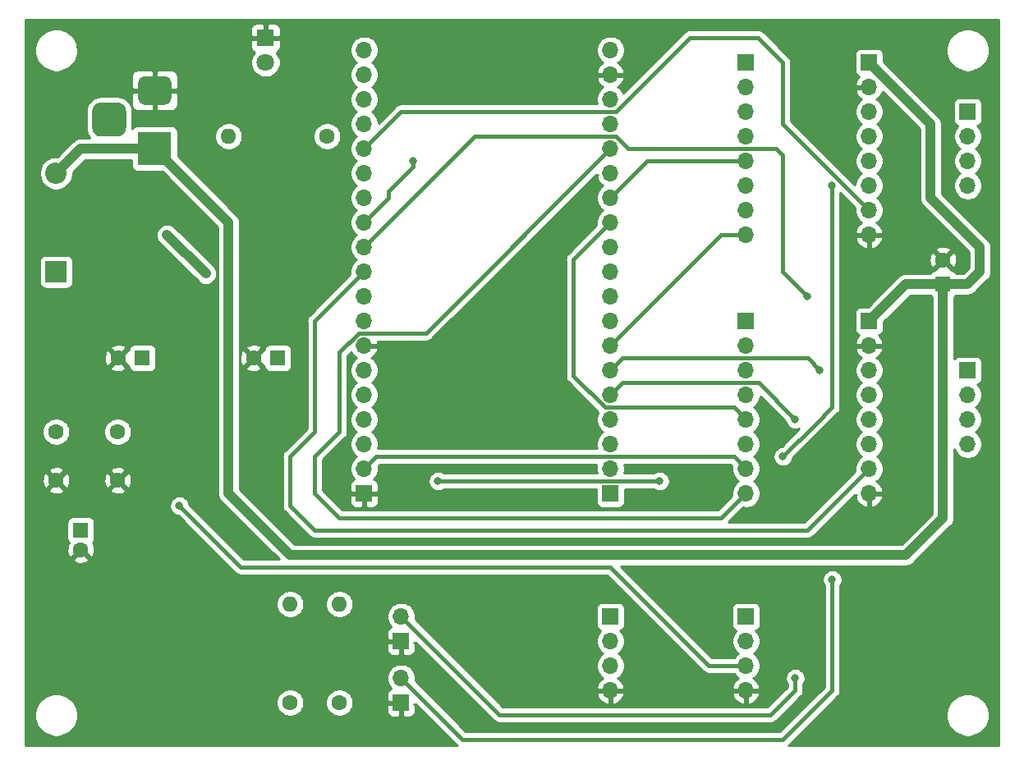
<source format=gbr>
G04 #@! TF.GenerationSoftware,KiCad,Pcbnew,5.1.6-c6e7f7d~86~ubuntu18.04.1*
G04 #@! TF.CreationDate,2020-06-24T19:05:53+01:00*
G04 #@! TF.ProjectId,placa_modular,706c6163-615f-46d6-9f64-756c61722e6b,V1.0*
G04 #@! TF.SameCoordinates,Original*
G04 #@! TF.FileFunction,Copper,L2,Bot*
G04 #@! TF.FilePolarity,Positive*
%FSLAX46Y46*%
G04 Gerber Fmt 4.6, Leading zero omitted, Abs format (unit mm)*
G04 Created by KiCad (PCBNEW 5.1.6-c6e7f7d~86~ubuntu18.04.1) date 2020-06-24 19:05:53*
%MOMM*%
%LPD*%
G01*
G04 APERTURE LIST*
G04 #@! TA.AperFunction,ComponentPad*
%ADD10C,1.600000*%
G04 #@! TD*
G04 #@! TA.AperFunction,ComponentPad*
%ADD11R,1.600000X1.600000*%
G04 #@! TD*
G04 #@! TA.AperFunction,ComponentPad*
%ADD12O,2.200000X2.200000*%
G04 #@! TD*
G04 #@! TA.AperFunction,ComponentPad*
%ADD13R,2.200000X2.200000*%
G04 #@! TD*
G04 #@! TA.AperFunction,ComponentPad*
%ADD14C,1.800000*%
G04 #@! TD*
G04 #@! TA.AperFunction,ComponentPad*
%ADD15R,1.800000X1.800000*%
G04 #@! TD*
G04 #@! TA.AperFunction,ComponentPad*
%ADD16R,3.500000X3.500000*%
G04 #@! TD*
G04 #@! TA.AperFunction,ComponentPad*
%ADD17R,1.700000X1.700000*%
G04 #@! TD*
G04 #@! TA.AperFunction,ComponentPad*
%ADD18O,1.700000X1.700000*%
G04 #@! TD*
G04 #@! TA.AperFunction,ComponentPad*
%ADD19O,1.600000X1.600000*%
G04 #@! TD*
G04 #@! TA.AperFunction,ViaPad*
%ADD20C,0.800000*%
G04 #@! TD*
G04 #@! TA.AperFunction,Conductor*
%ADD21C,1.000000*%
G04 #@! TD*
G04 #@! TA.AperFunction,Conductor*
%ADD22C,0.400000*%
G04 #@! TD*
G04 #@! TA.AperFunction,Conductor*
%ADD23C,0.254000*%
G04 #@! TD*
G04 APERTURE END LIST*
D10*
X171450000Y-88940000D03*
D11*
X171450000Y-91440000D03*
D10*
X80010000Y-111680000D03*
X80010000Y-106680000D03*
D11*
X88900000Y-99060000D03*
D10*
X86400000Y-99060000D03*
X86360000Y-106680000D03*
X86360000Y-111680000D03*
X82550000Y-118840000D03*
D11*
X82550000Y-116840000D03*
D10*
X100370000Y-99060000D03*
D11*
X102870000Y-99060000D03*
D12*
X80010000Y-80010000D03*
D13*
X80010000Y-90170000D03*
D14*
X101600000Y-68580000D03*
D15*
X101600000Y-66040000D03*
G04 #@! TA.AperFunction,ComponentPad*
G36*
G01*
X84595000Y-72720000D02*
X86345000Y-72720000D01*
G75*
G02*
X87220000Y-73595000I0J-875000D01*
G01*
X87220000Y-75345000D01*
G75*
G02*
X86345000Y-76220000I-875000J0D01*
G01*
X84595000Y-76220000D01*
G75*
G02*
X83720000Y-75345000I0J875000D01*
G01*
X83720000Y-73595000D01*
G75*
G02*
X84595000Y-72720000I875000J0D01*
G01*
G37*
G04 #@! TD.AperFunction*
G04 #@! TA.AperFunction,ComponentPad*
G36*
G01*
X89170000Y-69970000D02*
X91170000Y-69970000D01*
G75*
G02*
X91920000Y-70720000I0J-750000D01*
G01*
X91920000Y-72220000D01*
G75*
G02*
X91170000Y-72970000I-750000J0D01*
G01*
X89170000Y-72970000D01*
G75*
G02*
X88420000Y-72220000I0J750000D01*
G01*
X88420000Y-70720000D01*
G75*
G02*
X89170000Y-69970000I750000J0D01*
G01*
G37*
G04 #@! TD.AperFunction*
D16*
X90170000Y-77470000D03*
D17*
X137160000Y-113030000D03*
D18*
X137160000Y-110490000D03*
X137160000Y-107950000D03*
X137160000Y-105410000D03*
X137160000Y-102870000D03*
X137160000Y-100330000D03*
X137160000Y-97790000D03*
X137160000Y-95250000D03*
X137160000Y-92710000D03*
X137160000Y-90170000D03*
X137160000Y-87630000D03*
X137160000Y-85090000D03*
X137160000Y-82550000D03*
X137160000Y-80010000D03*
X137160000Y-77470000D03*
X137160000Y-74930000D03*
X137160000Y-72390000D03*
X137160000Y-69850000D03*
X137160000Y-67310000D03*
X111760000Y-67310000D03*
X111760000Y-69850000D03*
X111760000Y-72390000D03*
X111760000Y-74930000D03*
X111760000Y-77470000D03*
X111760000Y-80010000D03*
X111760000Y-82550000D03*
X111760000Y-85090000D03*
X111760000Y-87630000D03*
X111760000Y-90170000D03*
X111760000Y-92710000D03*
X111760000Y-95250000D03*
X111760000Y-97790000D03*
X111760000Y-100330000D03*
X111760000Y-102870000D03*
X111760000Y-105410000D03*
X111760000Y-107950000D03*
X111760000Y-110490000D03*
D17*
X111760000Y-113030000D03*
X115570000Y-134620000D03*
D18*
X115570000Y-132080000D03*
X115570000Y-125730000D03*
D17*
X115570000Y-128270000D03*
X137160000Y-125730000D03*
D18*
X137160000Y-128270000D03*
X137160000Y-130810000D03*
X137160000Y-133350000D03*
X151130000Y-133350000D03*
X151130000Y-130810000D03*
X151130000Y-128270000D03*
D17*
X151130000Y-125730000D03*
D18*
X151130000Y-86360000D03*
X151130000Y-83820000D03*
X151130000Y-81280000D03*
X151130000Y-78740000D03*
X151130000Y-76200000D03*
X151130000Y-73660000D03*
X151130000Y-71120000D03*
D17*
X151130000Y-68580000D03*
D18*
X151130000Y-113030000D03*
X151130000Y-110490000D03*
X151130000Y-107950000D03*
X151130000Y-105410000D03*
X151130000Y-102870000D03*
X151130000Y-100330000D03*
X151130000Y-97790000D03*
D17*
X151130000Y-95250000D03*
X163830000Y-68580000D03*
D18*
X163830000Y-71120000D03*
X163830000Y-73660000D03*
X163830000Y-76200000D03*
X163830000Y-78740000D03*
X163830000Y-81280000D03*
X163830000Y-83820000D03*
X163830000Y-86360000D03*
D17*
X163830000Y-95250000D03*
D18*
X163830000Y-97790000D03*
X163830000Y-100330000D03*
X163830000Y-102870000D03*
X163830000Y-105410000D03*
X163830000Y-107950000D03*
X163830000Y-110490000D03*
X163830000Y-113030000D03*
X173990000Y-81280000D03*
X173990000Y-78740000D03*
X173990000Y-76200000D03*
D17*
X173990000Y-73660000D03*
X173990000Y-100330000D03*
D18*
X173990000Y-102870000D03*
X173990000Y-105410000D03*
X173990000Y-107950000D03*
D19*
X109220000Y-124460000D03*
D10*
X109220000Y-134620000D03*
X104140000Y-134620000D03*
D19*
X104140000Y-124460000D03*
X97790000Y-76200000D03*
D10*
X107950000Y-76200000D03*
D20*
X132080000Y-85090000D03*
X115570000Y-102870000D03*
X91440000Y-86360000D03*
X95439999Y-90359999D03*
X160020000Y-121920000D03*
X158750000Y-100330000D03*
X156210000Y-105410000D03*
X156210000Y-132080000D03*
X142240000Y-111760000D03*
X119380000Y-111760000D03*
X92710000Y-114300000D03*
X157480000Y-92710000D03*
X154940000Y-109220000D03*
X160020000Y-81280000D03*
X116840000Y-78740000D03*
D21*
X82550000Y-77470000D02*
X80010000Y-80010000D01*
X90170000Y-77470000D02*
X82550000Y-77470000D01*
X167640000Y-119380000D02*
X171450000Y-115570000D01*
X104140000Y-119380000D02*
X167640000Y-119380000D01*
X97790000Y-113030000D02*
X104140000Y-119380000D01*
X171450000Y-115570000D02*
X171450000Y-91440000D01*
X90170000Y-77470000D02*
X97790000Y-85090000D01*
X97790000Y-85090000D02*
X97790000Y-113030000D01*
X167640000Y-91440000D02*
X163830000Y-95250000D01*
X171450000Y-91440000D02*
X167640000Y-91440000D01*
X171450000Y-91440000D02*
X173990000Y-91440000D01*
X173990000Y-91440000D02*
X175260000Y-90170000D01*
X175260000Y-90170000D02*
X175260000Y-87630000D01*
X175260000Y-87630000D02*
X170180000Y-82550000D01*
X170180000Y-74930000D02*
X163830000Y-68580000D01*
X170180000Y-82550000D02*
X170180000Y-74930000D01*
X91440000Y-86360000D02*
X95439999Y-90359999D01*
D22*
X151130000Y-113030000D02*
X148590000Y-115570000D01*
X148590000Y-115570000D02*
X109220000Y-115570000D01*
X109220000Y-115570000D02*
X106680000Y-113030000D01*
X106680000Y-113030000D02*
X106680000Y-109220000D01*
X106680000Y-109220000D02*
X109220000Y-106680000D01*
X111199997Y-96500001D02*
X118129999Y-96500001D01*
X109220000Y-106680000D02*
X109220000Y-98479998D01*
X109220000Y-98479998D02*
X111199997Y-96500001D01*
X118129999Y-96500001D02*
X137160000Y-77470000D01*
X140970000Y-78740000D02*
X137160000Y-82550000D01*
X151130000Y-78740000D02*
X140970000Y-78740000D01*
X136599997Y-104159999D02*
X133350000Y-100910002D01*
X151130000Y-105410000D02*
X149879999Y-104159999D01*
X149879999Y-104159999D02*
X136599997Y-104159999D01*
X133350000Y-88900000D02*
X137160000Y-85090000D01*
X133350000Y-100910002D02*
X133350000Y-88900000D01*
X148590000Y-86360000D02*
X137160000Y-97790000D01*
X151130000Y-86360000D02*
X148590000Y-86360000D01*
X115570000Y-132080000D02*
X121920000Y-138430000D01*
X121920000Y-138430000D02*
X154940000Y-138430000D01*
X154940000Y-138430000D02*
X160020000Y-133350000D01*
X160020000Y-133350000D02*
X160020000Y-121920000D01*
X138410001Y-99079999D02*
X137160000Y-100330000D01*
X157499999Y-99079999D02*
X138410001Y-99079999D01*
X158750000Y-100330000D02*
X157499999Y-99079999D01*
X152419999Y-101619999D02*
X156210000Y-105410000D01*
X137160000Y-102870000D02*
X138410001Y-101619999D01*
X138410001Y-101619999D02*
X152419999Y-101619999D01*
X156210000Y-132080000D02*
X156210000Y-133350000D01*
X156210000Y-133350000D02*
X153670000Y-135890000D01*
X125730000Y-135890000D02*
X115570000Y-125730000D01*
X153670000Y-135890000D02*
X125730000Y-135890000D01*
X113010001Y-109239999D02*
X111760000Y-110490000D01*
X149879999Y-109239999D02*
X113010001Y-109239999D01*
X151130000Y-110490000D02*
X149879999Y-109239999D01*
X142240000Y-111760000D02*
X119380000Y-111760000D01*
X151130000Y-130810000D02*
X147320000Y-130810000D01*
X147320000Y-130810000D02*
X137160000Y-120650000D01*
X137160000Y-120650000D02*
X99060000Y-120650000D01*
X99060000Y-120650000D02*
X92710000Y-114300000D01*
X106680000Y-95250000D02*
X111760000Y-90170000D01*
X157480000Y-116840000D02*
X106680000Y-116840000D01*
X104140000Y-114300000D02*
X104140000Y-109220000D01*
X104140000Y-109220000D02*
X106680000Y-106680000D01*
X163830000Y-110490000D02*
X157480000Y-116840000D01*
X106680000Y-116840000D02*
X104140000Y-114300000D01*
X106680000Y-106680000D02*
X106680000Y-95250000D01*
X157480000Y-92710000D02*
X154940000Y-90170000D01*
X137760001Y-76219999D02*
X123170001Y-76219999D01*
X139030001Y-77489999D02*
X137760001Y-76219999D01*
X154270001Y-77489999D02*
X139030001Y-77489999D01*
X123170001Y-76219999D02*
X111760000Y-87630000D01*
X154940000Y-78159998D02*
X154270001Y-77489999D01*
X154940000Y-90170000D02*
X154940000Y-78159998D01*
X154940000Y-109220000D02*
X158280001Y-105879999D01*
X158280001Y-105879999D02*
X160020000Y-104140000D01*
X160020000Y-104140000D02*
X160020000Y-83820000D01*
X160020000Y-83820000D02*
X160020000Y-82550000D01*
X160020000Y-82550000D02*
X160020000Y-81280000D01*
X116840000Y-79320002D02*
X114300000Y-81860002D01*
X116840000Y-78740000D02*
X116840000Y-79320002D01*
X114300000Y-82550000D02*
X111760000Y-85090000D01*
X114300000Y-81860002D02*
X114300000Y-82550000D01*
X115550001Y-73679999D02*
X111760000Y-77470000D01*
X154940000Y-74930000D02*
X154940000Y-68580000D01*
X137720003Y-73679999D02*
X115550001Y-73679999D01*
X163830000Y-83820000D02*
X154940000Y-74930000D01*
X154940000Y-68580000D02*
X152400000Y-66040000D01*
X152400000Y-66040000D02*
X145360002Y-66040000D01*
X145360002Y-66040000D02*
X137720003Y-73679999D01*
D23*
G36*
X177140001Y-139040000D02*
G01*
X155512931Y-139040000D01*
X155533291Y-139023291D01*
X155559446Y-138991421D01*
X158880996Y-135669872D01*
X171755000Y-135669872D01*
X171755000Y-136110128D01*
X171840890Y-136541925D01*
X172009369Y-136948669D01*
X172253962Y-137314729D01*
X172565271Y-137626038D01*
X172931331Y-137870631D01*
X173338075Y-138039110D01*
X173769872Y-138125000D01*
X174210128Y-138125000D01*
X174641925Y-138039110D01*
X175048669Y-137870631D01*
X175414729Y-137626038D01*
X175726038Y-137314729D01*
X175970631Y-136948669D01*
X176139110Y-136541925D01*
X176225000Y-136110128D01*
X176225000Y-135669872D01*
X176139110Y-135238075D01*
X175970631Y-134831331D01*
X175726038Y-134465271D01*
X175414729Y-134153962D01*
X175048669Y-133909369D01*
X174641925Y-133740890D01*
X174210128Y-133655000D01*
X173769872Y-133655000D01*
X173338075Y-133740890D01*
X172931331Y-133909369D01*
X172565271Y-134153962D01*
X172253962Y-134465271D01*
X172009369Y-134831331D01*
X171840890Y-135238075D01*
X171755000Y-135669872D01*
X158880996Y-135669872D01*
X160581433Y-133969436D01*
X160613291Y-133943291D01*
X160717636Y-133816146D01*
X160795172Y-133671087D01*
X160842918Y-133513689D01*
X160855000Y-133391019D01*
X160855000Y-133391018D01*
X160859040Y-133350000D01*
X160855000Y-133308982D01*
X160855000Y-122533285D01*
X160937205Y-122410256D01*
X161015226Y-122221898D01*
X161055000Y-122021939D01*
X161055000Y-121818061D01*
X161015226Y-121618102D01*
X160937205Y-121429744D01*
X160823937Y-121260226D01*
X160679774Y-121116063D01*
X160510256Y-121002795D01*
X160321898Y-120924774D01*
X160121939Y-120885000D01*
X159918061Y-120885000D01*
X159718102Y-120924774D01*
X159529744Y-121002795D01*
X159360226Y-121116063D01*
X159216063Y-121260226D01*
X159102795Y-121429744D01*
X159024774Y-121618102D01*
X158985000Y-121818061D01*
X158985000Y-122021939D01*
X159024774Y-122221898D01*
X159102795Y-122410256D01*
X159185001Y-122533286D01*
X159185000Y-133004131D01*
X154594133Y-137595000D01*
X122265868Y-137595000D01*
X117028807Y-132357940D01*
X117055000Y-132226260D01*
X117055000Y-131933740D01*
X116997932Y-131646842D01*
X116885990Y-131376589D01*
X116723475Y-131133368D01*
X116516632Y-130926525D01*
X116273411Y-130764010D01*
X116003158Y-130652068D01*
X115716260Y-130595000D01*
X115423740Y-130595000D01*
X115136842Y-130652068D01*
X114866589Y-130764010D01*
X114623368Y-130926525D01*
X114416525Y-131133368D01*
X114254010Y-131376589D01*
X114142068Y-131646842D01*
X114085000Y-131933740D01*
X114085000Y-132226260D01*
X114142068Y-132513158D01*
X114254010Y-132783411D01*
X114416525Y-133026632D01*
X114548380Y-133158487D01*
X114475820Y-133180498D01*
X114365506Y-133239463D01*
X114268815Y-133318815D01*
X114189463Y-133415506D01*
X114130498Y-133525820D01*
X114094188Y-133645518D01*
X114081928Y-133770000D01*
X114085000Y-134334250D01*
X114243750Y-134493000D01*
X115443000Y-134493000D01*
X115443000Y-134473000D01*
X115697000Y-134473000D01*
X115697000Y-134493000D01*
X115717000Y-134493000D01*
X115717000Y-134747000D01*
X115697000Y-134747000D01*
X115697000Y-135946250D01*
X115855750Y-136105000D01*
X116420000Y-136108072D01*
X116544482Y-136095812D01*
X116664180Y-136059502D01*
X116774494Y-136000537D01*
X116871185Y-135921185D01*
X116950537Y-135824494D01*
X117009502Y-135714180D01*
X117045812Y-135594482D01*
X117058072Y-135470000D01*
X117055000Y-134905750D01*
X116896252Y-134747002D01*
X117055000Y-134747002D01*
X117055000Y-134745867D01*
X121300559Y-138991427D01*
X121326709Y-139023291D01*
X121347069Y-139040000D01*
X76860000Y-139040000D01*
X76860000Y-135669872D01*
X77775000Y-135669872D01*
X77775000Y-136110128D01*
X77860890Y-136541925D01*
X78029369Y-136948669D01*
X78273962Y-137314729D01*
X78585271Y-137626038D01*
X78951331Y-137870631D01*
X79358075Y-138039110D01*
X79789872Y-138125000D01*
X80230128Y-138125000D01*
X80661925Y-138039110D01*
X81068669Y-137870631D01*
X81434729Y-137626038D01*
X81746038Y-137314729D01*
X81990631Y-136948669D01*
X82159110Y-136541925D01*
X82245000Y-136110128D01*
X82245000Y-135669872D01*
X82159110Y-135238075D01*
X81990631Y-134831331D01*
X81754988Y-134478665D01*
X102705000Y-134478665D01*
X102705000Y-134761335D01*
X102760147Y-135038574D01*
X102868320Y-135299727D01*
X103025363Y-135534759D01*
X103225241Y-135734637D01*
X103460273Y-135891680D01*
X103721426Y-135999853D01*
X103998665Y-136055000D01*
X104281335Y-136055000D01*
X104558574Y-135999853D01*
X104819727Y-135891680D01*
X105054759Y-135734637D01*
X105254637Y-135534759D01*
X105411680Y-135299727D01*
X105519853Y-135038574D01*
X105575000Y-134761335D01*
X105575000Y-134478665D01*
X107785000Y-134478665D01*
X107785000Y-134761335D01*
X107840147Y-135038574D01*
X107948320Y-135299727D01*
X108105363Y-135534759D01*
X108305241Y-135734637D01*
X108540273Y-135891680D01*
X108801426Y-135999853D01*
X109078665Y-136055000D01*
X109361335Y-136055000D01*
X109638574Y-135999853D01*
X109899727Y-135891680D01*
X110134759Y-135734637D01*
X110334637Y-135534759D01*
X110377907Y-135470000D01*
X114081928Y-135470000D01*
X114094188Y-135594482D01*
X114130498Y-135714180D01*
X114189463Y-135824494D01*
X114268815Y-135921185D01*
X114365506Y-136000537D01*
X114475820Y-136059502D01*
X114595518Y-136095812D01*
X114720000Y-136108072D01*
X115284250Y-136105000D01*
X115443000Y-135946250D01*
X115443000Y-134747000D01*
X114243750Y-134747000D01*
X114085000Y-134905750D01*
X114081928Y-135470000D01*
X110377907Y-135470000D01*
X110491680Y-135299727D01*
X110599853Y-135038574D01*
X110655000Y-134761335D01*
X110655000Y-134478665D01*
X110599853Y-134201426D01*
X110491680Y-133940273D01*
X110334637Y-133705241D01*
X110134759Y-133505363D01*
X109899727Y-133348320D01*
X109638574Y-133240147D01*
X109361335Y-133185000D01*
X109078665Y-133185000D01*
X108801426Y-133240147D01*
X108540273Y-133348320D01*
X108305241Y-133505363D01*
X108105363Y-133705241D01*
X107948320Y-133940273D01*
X107840147Y-134201426D01*
X107785000Y-134478665D01*
X105575000Y-134478665D01*
X105519853Y-134201426D01*
X105411680Y-133940273D01*
X105254637Y-133705241D01*
X105054759Y-133505363D01*
X104819727Y-133348320D01*
X104558574Y-133240147D01*
X104281335Y-133185000D01*
X103998665Y-133185000D01*
X103721426Y-133240147D01*
X103460273Y-133348320D01*
X103225241Y-133505363D01*
X103025363Y-133705241D01*
X102868320Y-133940273D01*
X102760147Y-134201426D01*
X102705000Y-134478665D01*
X81754988Y-134478665D01*
X81746038Y-134465271D01*
X81434729Y-134153962D01*
X81068669Y-133909369D01*
X80661925Y-133740890D01*
X80230128Y-133655000D01*
X79789872Y-133655000D01*
X79358075Y-133740890D01*
X78951331Y-133909369D01*
X78585271Y-134153962D01*
X78273962Y-134465271D01*
X78029369Y-134831331D01*
X77860890Y-135238075D01*
X77775000Y-135669872D01*
X76860000Y-135669872D01*
X76860000Y-129120000D01*
X114081928Y-129120000D01*
X114094188Y-129244482D01*
X114130498Y-129364180D01*
X114189463Y-129474494D01*
X114268815Y-129571185D01*
X114365506Y-129650537D01*
X114475820Y-129709502D01*
X114595518Y-129745812D01*
X114720000Y-129758072D01*
X115284250Y-129755000D01*
X115443000Y-129596250D01*
X115443000Y-128397000D01*
X114243750Y-128397000D01*
X114085000Y-128555750D01*
X114081928Y-129120000D01*
X76860000Y-129120000D01*
X76860000Y-127420000D01*
X114081928Y-127420000D01*
X114085000Y-127984250D01*
X114243750Y-128143000D01*
X115443000Y-128143000D01*
X115443000Y-128123000D01*
X115697000Y-128123000D01*
X115697000Y-128143000D01*
X115717000Y-128143000D01*
X115717000Y-128397000D01*
X115697000Y-128397000D01*
X115697000Y-129596250D01*
X115855750Y-129755000D01*
X116420000Y-129758072D01*
X116544482Y-129745812D01*
X116664180Y-129709502D01*
X116774494Y-129650537D01*
X116871185Y-129571185D01*
X116950537Y-129474494D01*
X117009502Y-129364180D01*
X117045812Y-129244482D01*
X117058072Y-129120000D01*
X117055000Y-128555750D01*
X116896252Y-128397002D01*
X117055000Y-128397002D01*
X117055000Y-128395867D01*
X125110563Y-136451432D01*
X125136709Y-136483291D01*
X125168568Y-136509437D01*
X125168570Y-136509439D01*
X125263854Y-136587636D01*
X125408913Y-136665172D01*
X125566311Y-136712918D01*
X125730000Y-136729040D01*
X125771018Y-136725000D01*
X153628982Y-136725000D01*
X153670000Y-136729040D01*
X153711018Y-136725000D01*
X153711019Y-136725000D01*
X153833689Y-136712918D01*
X153991087Y-136665172D01*
X154136146Y-136587636D01*
X154263291Y-136483291D01*
X154289446Y-136451421D01*
X156771427Y-133969441D01*
X156803291Y-133943291D01*
X156907636Y-133816146D01*
X156985172Y-133671087D01*
X157032918Y-133513689D01*
X157045000Y-133391019D01*
X157045000Y-133391009D01*
X157049039Y-133350001D01*
X157045000Y-133308993D01*
X157045000Y-132693285D01*
X157127205Y-132570256D01*
X157205226Y-132381898D01*
X157245000Y-132181939D01*
X157245000Y-131978061D01*
X157205226Y-131778102D01*
X157127205Y-131589744D01*
X157013937Y-131420226D01*
X156869774Y-131276063D01*
X156700256Y-131162795D01*
X156511898Y-131084774D01*
X156311939Y-131045000D01*
X156108061Y-131045000D01*
X155908102Y-131084774D01*
X155719744Y-131162795D01*
X155550226Y-131276063D01*
X155406063Y-131420226D01*
X155292795Y-131589744D01*
X155214774Y-131778102D01*
X155175000Y-131978061D01*
X155175000Y-132181939D01*
X155214774Y-132381898D01*
X155292795Y-132570256D01*
X155375000Y-132693286D01*
X155375001Y-133004131D01*
X153324133Y-135055000D01*
X126075869Y-135055000D01*
X124727759Y-133706890D01*
X135718524Y-133706890D01*
X135763175Y-133854099D01*
X135888359Y-134116920D01*
X136062412Y-134350269D01*
X136278645Y-134545178D01*
X136528748Y-134694157D01*
X136803109Y-134791481D01*
X137033000Y-134670814D01*
X137033000Y-133477000D01*
X137287000Y-133477000D01*
X137287000Y-134670814D01*
X137516891Y-134791481D01*
X137791252Y-134694157D01*
X138041355Y-134545178D01*
X138257588Y-134350269D01*
X138431641Y-134116920D01*
X138556825Y-133854099D01*
X138601476Y-133706890D01*
X149688524Y-133706890D01*
X149733175Y-133854099D01*
X149858359Y-134116920D01*
X150032412Y-134350269D01*
X150248645Y-134545178D01*
X150498748Y-134694157D01*
X150773109Y-134791481D01*
X151003000Y-134670814D01*
X151003000Y-133477000D01*
X151257000Y-133477000D01*
X151257000Y-134670814D01*
X151486891Y-134791481D01*
X151761252Y-134694157D01*
X152011355Y-134545178D01*
X152227588Y-134350269D01*
X152401641Y-134116920D01*
X152526825Y-133854099D01*
X152571476Y-133706890D01*
X152450155Y-133477000D01*
X151257000Y-133477000D01*
X151003000Y-133477000D01*
X149809845Y-133477000D01*
X149688524Y-133706890D01*
X138601476Y-133706890D01*
X138480155Y-133477000D01*
X137287000Y-133477000D01*
X137033000Y-133477000D01*
X135839845Y-133477000D01*
X135718524Y-133706890D01*
X124727759Y-133706890D01*
X117028807Y-126007940D01*
X117055000Y-125876260D01*
X117055000Y-125583740D01*
X116997932Y-125296842D01*
X116885990Y-125026589D01*
X116788043Y-124880000D01*
X135671928Y-124880000D01*
X135671928Y-126580000D01*
X135684188Y-126704482D01*
X135720498Y-126824180D01*
X135779463Y-126934494D01*
X135858815Y-127031185D01*
X135955506Y-127110537D01*
X136065820Y-127169502D01*
X136138380Y-127191513D01*
X136006525Y-127323368D01*
X135844010Y-127566589D01*
X135732068Y-127836842D01*
X135675000Y-128123740D01*
X135675000Y-128416260D01*
X135732068Y-128703158D01*
X135844010Y-128973411D01*
X136006525Y-129216632D01*
X136213368Y-129423475D01*
X136387760Y-129540000D01*
X136213368Y-129656525D01*
X136006525Y-129863368D01*
X135844010Y-130106589D01*
X135732068Y-130376842D01*
X135675000Y-130663740D01*
X135675000Y-130956260D01*
X135732068Y-131243158D01*
X135844010Y-131513411D01*
X136006525Y-131756632D01*
X136213368Y-131963475D01*
X136395534Y-132085195D01*
X136278645Y-132154822D01*
X136062412Y-132349731D01*
X135888359Y-132583080D01*
X135763175Y-132845901D01*
X135718524Y-132993110D01*
X135839845Y-133223000D01*
X137033000Y-133223000D01*
X137033000Y-133203000D01*
X137287000Y-133203000D01*
X137287000Y-133223000D01*
X138480155Y-133223000D01*
X138601476Y-132993110D01*
X138556825Y-132845901D01*
X138431641Y-132583080D01*
X138257588Y-132349731D01*
X138041355Y-132154822D01*
X137924466Y-132085195D01*
X138106632Y-131963475D01*
X138313475Y-131756632D01*
X138475990Y-131513411D01*
X138587932Y-131243158D01*
X138645000Y-130956260D01*
X138645000Y-130663740D01*
X138587932Y-130376842D01*
X138475990Y-130106589D01*
X138313475Y-129863368D01*
X138106632Y-129656525D01*
X137932240Y-129540000D01*
X138106632Y-129423475D01*
X138313475Y-129216632D01*
X138475990Y-128973411D01*
X138587932Y-128703158D01*
X138645000Y-128416260D01*
X138645000Y-128123740D01*
X138587932Y-127836842D01*
X138475990Y-127566589D01*
X138313475Y-127323368D01*
X138181620Y-127191513D01*
X138254180Y-127169502D01*
X138364494Y-127110537D01*
X138461185Y-127031185D01*
X138540537Y-126934494D01*
X138599502Y-126824180D01*
X138635812Y-126704482D01*
X138648072Y-126580000D01*
X138648072Y-124880000D01*
X138635812Y-124755518D01*
X138599502Y-124635820D01*
X138540537Y-124525506D01*
X138461185Y-124428815D01*
X138364494Y-124349463D01*
X138254180Y-124290498D01*
X138134482Y-124254188D01*
X138010000Y-124241928D01*
X136310000Y-124241928D01*
X136185518Y-124254188D01*
X136065820Y-124290498D01*
X135955506Y-124349463D01*
X135858815Y-124428815D01*
X135779463Y-124525506D01*
X135720498Y-124635820D01*
X135684188Y-124755518D01*
X135671928Y-124880000D01*
X116788043Y-124880000D01*
X116723475Y-124783368D01*
X116516632Y-124576525D01*
X116273411Y-124414010D01*
X116003158Y-124302068D01*
X115716260Y-124245000D01*
X115423740Y-124245000D01*
X115136842Y-124302068D01*
X114866589Y-124414010D01*
X114623368Y-124576525D01*
X114416525Y-124783368D01*
X114254010Y-125026589D01*
X114142068Y-125296842D01*
X114085000Y-125583740D01*
X114085000Y-125876260D01*
X114142068Y-126163158D01*
X114254010Y-126433411D01*
X114416525Y-126676632D01*
X114548380Y-126808487D01*
X114475820Y-126830498D01*
X114365506Y-126889463D01*
X114268815Y-126968815D01*
X114189463Y-127065506D01*
X114130498Y-127175820D01*
X114094188Y-127295518D01*
X114081928Y-127420000D01*
X76860000Y-127420000D01*
X76860000Y-124318665D01*
X102705000Y-124318665D01*
X102705000Y-124601335D01*
X102760147Y-124878574D01*
X102868320Y-125139727D01*
X103025363Y-125374759D01*
X103225241Y-125574637D01*
X103460273Y-125731680D01*
X103721426Y-125839853D01*
X103998665Y-125895000D01*
X104281335Y-125895000D01*
X104558574Y-125839853D01*
X104819727Y-125731680D01*
X105054759Y-125574637D01*
X105254637Y-125374759D01*
X105411680Y-125139727D01*
X105519853Y-124878574D01*
X105575000Y-124601335D01*
X105575000Y-124318665D01*
X107785000Y-124318665D01*
X107785000Y-124601335D01*
X107840147Y-124878574D01*
X107948320Y-125139727D01*
X108105363Y-125374759D01*
X108305241Y-125574637D01*
X108540273Y-125731680D01*
X108801426Y-125839853D01*
X109078665Y-125895000D01*
X109361335Y-125895000D01*
X109638574Y-125839853D01*
X109899727Y-125731680D01*
X110134759Y-125574637D01*
X110334637Y-125374759D01*
X110491680Y-125139727D01*
X110599853Y-124878574D01*
X110655000Y-124601335D01*
X110655000Y-124318665D01*
X110599853Y-124041426D01*
X110491680Y-123780273D01*
X110334637Y-123545241D01*
X110134759Y-123345363D01*
X109899727Y-123188320D01*
X109638574Y-123080147D01*
X109361335Y-123025000D01*
X109078665Y-123025000D01*
X108801426Y-123080147D01*
X108540273Y-123188320D01*
X108305241Y-123345363D01*
X108105363Y-123545241D01*
X107948320Y-123780273D01*
X107840147Y-124041426D01*
X107785000Y-124318665D01*
X105575000Y-124318665D01*
X105519853Y-124041426D01*
X105411680Y-123780273D01*
X105254637Y-123545241D01*
X105054759Y-123345363D01*
X104819727Y-123188320D01*
X104558574Y-123080147D01*
X104281335Y-123025000D01*
X103998665Y-123025000D01*
X103721426Y-123080147D01*
X103460273Y-123188320D01*
X103225241Y-123345363D01*
X103025363Y-123545241D01*
X102868320Y-123780273D01*
X102760147Y-124041426D01*
X102705000Y-124318665D01*
X76860000Y-124318665D01*
X76860000Y-119832702D01*
X81736903Y-119832702D01*
X81808486Y-120076671D01*
X82063996Y-120197571D01*
X82338184Y-120266300D01*
X82620512Y-120280217D01*
X82900130Y-120238787D01*
X83166292Y-120143603D01*
X83291514Y-120076671D01*
X83363097Y-119832702D01*
X82550000Y-119019605D01*
X81736903Y-119832702D01*
X76860000Y-119832702D01*
X76860000Y-118910512D01*
X81109783Y-118910512D01*
X81151213Y-119190130D01*
X81246397Y-119456292D01*
X81313329Y-119581514D01*
X81557298Y-119653097D01*
X82370395Y-118840000D01*
X82356253Y-118825858D01*
X82535858Y-118646253D01*
X82550000Y-118660395D01*
X82564143Y-118646253D01*
X82743748Y-118825858D01*
X82729605Y-118840000D01*
X83542702Y-119653097D01*
X83786671Y-119581514D01*
X83907571Y-119326004D01*
X83976300Y-119051816D01*
X83990217Y-118769488D01*
X83948787Y-118489870D01*
X83853603Y-118223708D01*
X83788384Y-118101691D01*
X83801185Y-118091185D01*
X83880537Y-117994494D01*
X83939502Y-117884180D01*
X83975812Y-117764482D01*
X83988072Y-117640000D01*
X83988072Y-116040000D01*
X83975812Y-115915518D01*
X83939502Y-115795820D01*
X83880537Y-115685506D01*
X83801185Y-115588815D01*
X83704494Y-115509463D01*
X83594180Y-115450498D01*
X83474482Y-115414188D01*
X83350000Y-115401928D01*
X81750000Y-115401928D01*
X81625518Y-115414188D01*
X81505820Y-115450498D01*
X81395506Y-115509463D01*
X81298815Y-115588815D01*
X81219463Y-115685506D01*
X81160498Y-115795820D01*
X81124188Y-115915518D01*
X81111928Y-116040000D01*
X81111928Y-117640000D01*
X81124188Y-117764482D01*
X81160498Y-117884180D01*
X81219463Y-117994494D01*
X81298815Y-118091185D01*
X81311758Y-118101807D01*
X81192429Y-118353996D01*
X81123700Y-118628184D01*
X81109783Y-118910512D01*
X76860000Y-118910512D01*
X76860000Y-112672702D01*
X79196903Y-112672702D01*
X79268486Y-112916671D01*
X79523996Y-113037571D01*
X79798184Y-113106300D01*
X80080512Y-113120217D01*
X80360130Y-113078787D01*
X80626292Y-112983603D01*
X80751514Y-112916671D01*
X80823097Y-112672702D01*
X85546903Y-112672702D01*
X85618486Y-112916671D01*
X85873996Y-113037571D01*
X86148184Y-113106300D01*
X86430512Y-113120217D01*
X86710130Y-113078787D01*
X86976292Y-112983603D01*
X87101514Y-112916671D01*
X87173097Y-112672702D01*
X86360000Y-111859605D01*
X85546903Y-112672702D01*
X80823097Y-112672702D01*
X80010000Y-111859605D01*
X79196903Y-112672702D01*
X76860000Y-112672702D01*
X76860000Y-111750512D01*
X78569783Y-111750512D01*
X78611213Y-112030130D01*
X78706397Y-112296292D01*
X78773329Y-112421514D01*
X79017298Y-112493097D01*
X79830395Y-111680000D01*
X80189605Y-111680000D01*
X81002702Y-112493097D01*
X81246671Y-112421514D01*
X81367571Y-112166004D01*
X81436300Y-111891816D01*
X81443265Y-111750512D01*
X84919783Y-111750512D01*
X84961213Y-112030130D01*
X85056397Y-112296292D01*
X85123329Y-112421514D01*
X85367298Y-112493097D01*
X86180395Y-111680000D01*
X86539605Y-111680000D01*
X87352702Y-112493097D01*
X87596671Y-112421514D01*
X87717571Y-112166004D01*
X87786300Y-111891816D01*
X87800217Y-111609488D01*
X87758787Y-111329870D01*
X87663603Y-111063708D01*
X87596671Y-110938486D01*
X87352702Y-110866903D01*
X86539605Y-111680000D01*
X86180395Y-111680000D01*
X85367298Y-110866903D01*
X85123329Y-110938486D01*
X85002429Y-111193996D01*
X84933700Y-111468184D01*
X84919783Y-111750512D01*
X81443265Y-111750512D01*
X81450217Y-111609488D01*
X81408787Y-111329870D01*
X81313603Y-111063708D01*
X81246671Y-110938486D01*
X81002702Y-110866903D01*
X80189605Y-111680000D01*
X79830395Y-111680000D01*
X79017298Y-110866903D01*
X78773329Y-110938486D01*
X78652429Y-111193996D01*
X78583700Y-111468184D01*
X78569783Y-111750512D01*
X76860000Y-111750512D01*
X76860000Y-110687298D01*
X79196903Y-110687298D01*
X80010000Y-111500395D01*
X80823097Y-110687298D01*
X85546903Y-110687298D01*
X86360000Y-111500395D01*
X87173097Y-110687298D01*
X87101514Y-110443329D01*
X86846004Y-110322429D01*
X86571816Y-110253700D01*
X86289488Y-110239783D01*
X86009870Y-110281213D01*
X85743708Y-110376397D01*
X85618486Y-110443329D01*
X85546903Y-110687298D01*
X80823097Y-110687298D01*
X80751514Y-110443329D01*
X80496004Y-110322429D01*
X80221816Y-110253700D01*
X79939488Y-110239783D01*
X79659870Y-110281213D01*
X79393708Y-110376397D01*
X79268486Y-110443329D01*
X79196903Y-110687298D01*
X76860000Y-110687298D01*
X76860000Y-106538665D01*
X78575000Y-106538665D01*
X78575000Y-106821335D01*
X78630147Y-107098574D01*
X78738320Y-107359727D01*
X78895363Y-107594759D01*
X79095241Y-107794637D01*
X79330273Y-107951680D01*
X79591426Y-108059853D01*
X79868665Y-108115000D01*
X80151335Y-108115000D01*
X80428574Y-108059853D01*
X80689727Y-107951680D01*
X80924759Y-107794637D01*
X81124637Y-107594759D01*
X81281680Y-107359727D01*
X81389853Y-107098574D01*
X81445000Y-106821335D01*
X81445000Y-106538665D01*
X84925000Y-106538665D01*
X84925000Y-106821335D01*
X84980147Y-107098574D01*
X85088320Y-107359727D01*
X85245363Y-107594759D01*
X85445241Y-107794637D01*
X85680273Y-107951680D01*
X85941426Y-108059853D01*
X86218665Y-108115000D01*
X86501335Y-108115000D01*
X86778574Y-108059853D01*
X87039727Y-107951680D01*
X87274759Y-107794637D01*
X87474637Y-107594759D01*
X87631680Y-107359727D01*
X87739853Y-107098574D01*
X87795000Y-106821335D01*
X87795000Y-106538665D01*
X87739853Y-106261426D01*
X87631680Y-106000273D01*
X87474637Y-105765241D01*
X87274759Y-105565363D01*
X87039727Y-105408320D01*
X86778574Y-105300147D01*
X86501335Y-105245000D01*
X86218665Y-105245000D01*
X85941426Y-105300147D01*
X85680273Y-105408320D01*
X85445241Y-105565363D01*
X85245363Y-105765241D01*
X85088320Y-106000273D01*
X84980147Y-106261426D01*
X84925000Y-106538665D01*
X81445000Y-106538665D01*
X81389853Y-106261426D01*
X81281680Y-106000273D01*
X81124637Y-105765241D01*
X80924759Y-105565363D01*
X80689727Y-105408320D01*
X80428574Y-105300147D01*
X80151335Y-105245000D01*
X79868665Y-105245000D01*
X79591426Y-105300147D01*
X79330273Y-105408320D01*
X79095241Y-105565363D01*
X78895363Y-105765241D01*
X78738320Y-106000273D01*
X78630147Y-106261426D01*
X78575000Y-106538665D01*
X76860000Y-106538665D01*
X76860000Y-100052702D01*
X85586903Y-100052702D01*
X85658486Y-100296671D01*
X85913996Y-100417571D01*
X86188184Y-100486300D01*
X86470512Y-100500217D01*
X86750130Y-100458787D01*
X87016292Y-100363603D01*
X87141514Y-100296671D01*
X87213097Y-100052702D01*
X86400000Y-99239605D01*
X85586903Y-100052702D01*
X76860000Y-100052702D01*
X76860000Y-99130512D01*
X84959783Y-99130512D01*
X85001213Y-99410130D01*
X85096397Y-99676292D01*
X85163329Y-99801514D01*
X85407298Y-99873097D01*
X86220395Y-99060000D01*
X86579605Y-99060000D01*
X87392702Y-99873097D01*
X87461928Y-99852785D01*
X87461928Y-99860000D01*
X87474188Y-99984482D01*
X87510498Y-100104180D01*
X87569463Y-100214494D01*
X87648815Y-100311185D01*
X87745506Y-100390537D01*
X87855820Y-100449502D01*
X87975518Y-100485812D01*
X88100000Y-100498072D01*
X89700000Y-100498072D01*
X89824482Y-100485812D01*
X89944180Y-100449502D01*
X90054494Y-100390537D01*
X90151185Y-100311185D01*
X90230537Y-100214494D01*
X90289502Y-100104180D01*
X90325812Y-99984482D01*
X90338072Y-99860000D01*
X90338072Y-98260000D01*
X90325812Y-98135518D01*
X90289502Y-98015820D01*
X90230537Y-97905506D01*
X90151185Y-97808815D01*
X90054494Y-97729463D01*
X89944180Y-97670498D01*
X89824482Y-97634188D01*
X89700000Y-97621928D01*
X88100000Y-97621928D01*
X87975518Y-97634188D01*
X87855820Y-97670498D01*
X87745506Y-97729463D01*
X87648815Y-97808815D01*
X87569463Y-97905506D01*
X87510498Y-98015820D01*
X87474188Y-98135518D01*
X87461928Y-98260000D01*
X87461928Y-98267215D01*
X87392702Y-98246903D01*
X86579605Y-99060000D01*
X86220395Y-99060000D01*
X85407298Y-98246903D01*
X85163329Y-98318486D01*
X85042429Y-98573996D01*
X84973700Y-98848184D01*
X84959783Y-99130512D01*
X76860000Y-99130512D01*
X76860000Y-98067298D01*
X85586903Y-98067298D01*
X86400000Y-98880395D01*
X87213097Y-98067298D01*
X87141514Y-97823329D01*
X86886004Y-97702429D01*
X86611816Y-97633700D01*
X86329488Y-97619783D01*
X86049870Y-97661213D01*
X85783708Y-97756397D01*
X85658486Y-97823329D01*
X85586903Y-98067298D01*
X76860000Y-98067298D01*
X76860000Y-89070000D01*
X78271928Y-89070000D01*
X78271928Y-91270000D01*
X78284188Y-91394482D01*
X78320498Y-91514180D01*
X78379463Y-91624494D01*
X78458815Y-91721185D01*
X78555506Y-91800537D01*
X78665820Y-91859502D01*
X78785518Y-91895812D01*
X78910000Y-91908072D01*
X81110000Y-91908072D01*
X81234482Y-91895812D01*
X81354180Y-91859502D01*
X81464494Y-91800537D01*
X81561185Y-91721185D01*
X81640537Y-91624494D01*
X81699502Y-91514180D01*
X81735812Y-91394482D01*
X81748072Y-91270000D01*
X81748072Y-89070000D01*
X81735812Y-88945518D01*
X81699502Y-88825820D01*
X81640537Y-88715506D01*
X81561185Y-88618815D01*
X81464494Y-88539463D01*
X81354180Y-88480498D01*
X81234482Y-88444188D01*
X81110000Y-88431928D01*
X78910000Y-88431928D01*
X78785518Y-88444188D01*
X78665820Y-88480498D01*
X78555506Y-88539463D01*
X78458815Y-88618815D01*
X78379463Y-88715506D01*
X78320498Y-88825820D01*
X78284188Y-88945518D01*
X78271928Y-89070000D01*
X76860000Y-89070000D01*
X76860000Y-86360000D01*
X90299509Y-86360000D01*
X90321423Y-86582498D01*
X90386324Y-86796446D01*
X90491717Y-86993622D01*
X90598012Y-87123143D01*
X94676855Y-91201987D01*
X94806376Y-91308283D01*
X95003552Y-91413675D01*
X95217500Y-91478576D01*
X95439999Y-91500490D01*
X95662498Y-91478576D01*
X95876445Y-91413675D01*
X96073621Y-91308283D01*
X96246448Y-91166448D01*
X96388283Y-90993621D01*
X96493675Y-90796445D01*
X96558576Y-90582498D01*
X96580490Y-90359999D01*
X96558576Y-90137500D01*
X96493675Y-89923552D01*
X96388283Y-89726376D01*
X96281987Y-89596855D01*
X92203143Y-85518012D01*
X92073622Y-85411717D01*
X91876446Y-85306324D01*
X91662498Y-85241423D01*
X91440000Y-85219509D01*
X91217502Y-85241423D01*
X91003554Y-85306324D01*
X90806378Y-85411717D01*
X90633552Y-85553552D01*
X90491717Y-85726378D01*
X90386324Y-85923554D01*
X90321423Y-86137502D01*
X90299509Y-86360000D01*
X76860000Y-86360000D01*
X76860000Y-79839117D01*
X78275000Y-79839117D01*
X78275000Y-80180883D01*
X78341675Y-80516081D01*
X78472463Y-80831831D01*
X78662337Y-81115998D01*
X78904002Y-81357663D01*
X79188169Y-81547537D01*
X79503919Y-81678325D01*
X79839117Y-81745000D01*
X80180883Y-81745000D01*
X80516081Y-81678325D01*
X80831831Y-81547537D01*
X81115998Y-81357663D01*
X81357663Y-81115998D01*
X81547537Y-80831831D01*
X81678325Y-80516081D01*
X81745000Y-80180883D01*
X81745000Y-79880131D01*
X83020132Y-78605000D01*
X87781928Y-78605000D01*
X87781928Y-79220000D01*
X87794188Y-79344482D01*
X87830498Y-79464180D01*
X87889463Y-79574494D01*
X87968815Y-79671185D01*
X88065506Y-79750537D01*
X88175820Y-79809502D01*
X88295518Y-79845812D01*
X88420000Y-79858072D01*
X90952941Y-79858072D01*
X96655000Y-85560132D01*
X96655001Y-112974238D01*
X96649509Y-113030000D01*
X96671423Y-113252498D01*
X96736324Y-113466446D01*
X96752199Y-113496146D01*
X96841717Y-113663623D01*
X96983552Y-113836449D01*
X97026860Y-113871991D01*
X102969868Y-119815000D01*
X99405868Y-119815000D01*
X93734093Y-114143226D01*
X93705226Y-113998102D01*
X93627205Y-113809744D01*
X93513937Y-113640226D01*
X93369774Y-113496063D01*
X93200256Y-113382795D01*
X93011898Y-113304774D01*
X92811939Y-113265000D01*
X92608061Y-113265000D01*
X92408102Y-113304774D01*
X92219744Y-113382795D01*
X92050226Y-113496063D01*
X91906063Y-113640226D01*
X91792795Y-113809744D01*
X91714774Y-113998102D01*
X91675000Y-114198061D01*
X91675000Y-114401939D01*
X91714774Y-114601898D01*
X91792795Y-114790256D01*
X91906063Y-114959774D01*
X92050226Y-115103937D01*
X92219744Y-115217205D01*
X92408102Y-115295226D01*
X92553226Y-115324093D01*
X98440559Y-121211427D01*
X98466709Y-121243291D01*
X98593854Y-121347636D01*
X98738913Y-121425172D01*
X98896311Y-121472918D01*
X99059999Y-121489040D01*
X99101018Y-121485000D01*
X136814133Y-121485000D01*
X146700563Y-131371432D01*
X146726709Y-131403291D01*
X146758568Y-131429437D01*
X146758570Y-131429439D01*
X146853854Y-131507636D01*
X146998913Y-131585172D01*
X147156311Y-131632918D01*
X147320000Y-131649040D01*
X147361018Y-131645000D01*
X149901935Y-131645000D01*
X149976525Y-131756632D01*
X150183368Y-131963475D01*
X150365534Y-132085195D01*
X150248645Y-132154822D01*
X150032412Y-132349731D01*
X149858359Y-132583080D01*
X149733175Y-132845901D01*
X149688524Y-132993110D01*
X149809845Y-133223000D01*
X151003000Y-133223000D01*
X151003000Y-133203000D01*
X151257000Y-133203000D01*
X151257000Y-133223000D01*
X152450155Y-133223000D01*
X152571476Y-132993110D01*
X152526825Y-132845901D01*
X152401641Y-132583080D01*
X152227588Y-132349731D01*
X152011355Y-132154822D01*
X151894466Y-132085195D01*
X152076632Y-131963475D01*
X152283475Y-131756632D01*
X152445990Y-131513411D01*
X152557932Y-131243158D01*
X152615000Y-130956260D01*
X152615000Y-130663740D01*
X152557932Y-130376842D01*
X152445990Y-130106589D01*
X152283475Y-129863368D01*
X152076632Y-129656525D01*
X151902240Y-129540000D01*
X152076632Y-129423475D01*
X152283475Y-129216632D01*
X152445990Y-128973411D01*
X152557932Y-128703158D01*
X152615000Y-128416260D01*
X152615000Y-128123740D01*
X152557932Y-127836842D01*
X152445990Y-127566589D01*
X152283475Y-127323368D01*
X152151620Y-127191513D01*
X152224180Y-127169502D01*
X152334494Y-127110537D01*
X152431185Y-127031185D01*
X152510537Y-126934494D01*
X152569502Y-126824180D01*
X152605812Y-126704482D01*
X152618072Y-126580000D01*
X152618072Y-124880000D01*
X152605812Y-124755518D01*
X152569502Y-124635820D01*
X152510537Y-124525506D01*
X152431185Y-124428815D01*
X152334494Y-124349463D01*
X152224180Y-124290498D01*
X152104482Y-124254188D01*
X151980000Y-124241928D01*
X150280000Y-124241928D01*
X150155518Y-124254188D01*
X150035820Y-124290498D01*
X149925506Y-124349463D01*
X149828815Y-124428815D01*
X149749463Y-124525506D01*
X149690498Y-124635820D01*
X149654188Y-124755518D01*
X149641928Y-124880000D01*
X149641928Y-126580000D01*
X149654188Y-126704482D01*
X149690498Y-126824180D01*
X149749463Y-126934494D01*
X149828815Y-127031185D01*
X149925506Y-127110537D01*
X150035820Y-127169502D01*
X150108380Y-127191513D01*
X149976525Y-127323368D01*
X149814010Y-127566589D01*
X149702068Y-127836842D01*
X149645000Y-128123740D01*
X149645000Y-128416260D01*
X149702068Y-128703158D01*
X149814010Y-128973411D01*
X149976525Y-129216632D01*
X150183368Y-129423475D01*
X150357760Y-129540000D01*
X150183368Y-129656525D01*
X149976525Y-129863368D01*
X149901935Y-129975000D01*
X147665869Y-129975000D01*
X138205867Y-120515000D01*
X167584249Y-120515000D01*
X167640000Y-120520491D01*
X167695751Y-120515000D01*
X167695752Y-120515000D01*
X167862499Y-120498577D01*
X168076447Y-120433676D01*
X168273623Y-120328284D01*
X168446449Y-120186449D01*
X168481996Y-120143135D01*
X172213146Y-116411987D01*
X172256449Y-116376449D01*
X172336777Y-116278570D01*
X172398284Y-116203623D01*
X172503676Y-116006447D01*
X172568577Y-115792499D01*
X172590491Y-115570000D01*
X172585000Y-115514248D01*
X172585000Y-108438521D01*
X172674010Y-108653411D01*
X172836525Y-108896632D01*
X173043368Y-109103475D01*
X173286589Y-109265990D01*
X173556842Y-109377932D01*
X173843740Y-109435000D01*
X174136260Y-109435000D01*
X174423158Y-109377932D01*
X174693411Y-109265990D01*
X174936632Y-109103475D01*
X175143475Y-108896632D01*
X175305990Y-108653411D01*
X175417932Y-108383158D01*
X175475000Y-108096260D01*
X175475000Y-107803740D01*
X175417932Y-107516842D01*
X175305990Y-107246589D01*
X175143475Y-107003368D01*
X174936632Y-106796525D01*
X174762240Y-106680000D01*
X174936632Y-106563475D01*
X175143475Y-106356632D01*
X175305990Y-106113411D01*
X175417932Y-105843158D01*
X175475000Y-105556260D01*
X175475000Y-105263740D01*
X175417932Y-104976842D01*
X175305990Y-104706589D01*
X175143475Y-104463368D01*
X174936632Y-104256525D01*
X174762240Y-104140000D01*
X174936632Y-104023475D01*
X175143475Y-103816632D01*
X175305990Y-103573411D01*
X175417932Y-103303158D01*
X175475000Y-103016260D01*
X175475000Y-102723740D01*
X175417932Y-102436842D01*
X175305990Y-102166589D01*
X175143475Y-101923368D01*
X175011620Y-101791513D01*
X175084180Y-101769502D01*
X175194494Y-101710537D01*
X175291185Y-101631185D01*
X175370537Y-101534494D01*
X175429502Y-101424180D01*
X175465812Y-101304482D01*
X175478072Y-101180000D01*
X175478072Y-99480000D01*
X175465812Y-99355518D01*
X175429502Y-99235820D01*
X175370537Y-99125506D01*
X175291185Y-99028815D01*
X175194494Y-98949463D01*
X175084180Y-98890498D01*
X174964482Y-98854188D01*
X174840000Y-98841928D01*
X173140000Y-98841928D01*
X173015518Y-98854188D01*
X172895820Y-98890498D01*
X172785506Y-98949463D01*
X172688815Y-99028815D01*
X172609463Y-99125506D01*
X172585000Y-99171272D01*
X172585000Y-92780957D01*
X172604494Y-92770537D01*
X172701185Y-92691185D01*
X172780537Y-92594494D01*
X172790957Y-92575000D01*
X173934249Y-92575000D01*
X173990000Y-92580491D01*
X174045751Y-92575000D01*
X174045752Y-92575000D01*
X174212499Y-92558577D01*
X174426447Y-92493676D01*
X174623623Y-92388284D01*
X174796449Y-92246449D01*
X174831996Y-92203135D01*
X176023140Y-91011992D01*
X176066449Y-90976449D01*
X176208284Y-90803623D01*
X176313676Y-90606447D01*
X176378577Y-90392499D01*
X176395000Y-90225752D01*
X176395000Y-90225745D01*
X176400490Y-90170001D01*
X176395000Y-90114257D01*
X176395000Y-87685751D01*
X176400491Y-87630000D01*
X176378577Y-87407501D01*
X176313676Y-87193553D01*
X176208284Y-86996377D01*
X176146776Y-86921430D01*
X176066449Y-86823551D01*
X176023141Y-86788009D01*
X171315000Y-82079869D01*
X171315000Y-74985751D01*
X171320491Y-74929999D01*
X171298577Y-74707500D01*
X171276427Y-74634482D01*
X171233676Y-74493553D01*
X171128284Y-74296377D01*
X170986449Y-74123551D01*
X170943141Y-74088009D01*
X169665132Y-72810000D01*
X172501928Y-72810000D01*
X172501928Y-74510000D01*
X172514188Y-74634482D01*
X172550498Y-74754180D01*
X172609463Y-74864494D01*
X172688815Y-74961185D01*
X172785506Y-75040537D01*
X172895820Y-75099502D01*
X172968380Y-75121513D01*
X172836525Y-75253368D01*
X172674010Y-75496589D01*
X172562068Y-75766842D01*
X172505000Y-76053740D01*
X172505000Y-76346260D01*
X172562068Y-76633158D01*
X172674010Y-76903411D01*
X172836525Y-77146632D01*
X173043368Y-77353475D01*
X173217760Y-77470000D01*
X173043368Y-77586525D01*
X172836525Y-77793368D01*
X172674010Y-78036589D01*
X172562068Y-78306842D01*
X172505000Y-78593740D01*
X172505000Y-78886260D01*
X172562068Y-79173158D01*
X172674010Y-79443411D01*
X172836525Y-79686632D01*
X173043368Y-79893475D01*
X173217760Y-80010000D01*
X173043368Y-80126525D01*
X172836525Y-80333368D01*
X172674010Y-80576589D01*
X172562068Y-80846842D01*
X172505000Y-81133740D01*
X172505000Y-81426260D01*
X172562068Y-81713158D01*
X172674010Y-81983411D01*
X172836525Y-82226632D01*
X173043368Y-82433475D01*
X173286589Y-82595990D01*
X173556842Y-82707932D01*
X173843740Y-82765000D01*
X174136260Y-82765000D01*
X174423158Y-82707932D01*
X174693411Y-82595990D01*
X174936632Y-82433475D01*
X175143475Y-82226632D01*
X175305990Y-81983411D01*
X175417932Y-81713158D01*
X175475000Y-81426260D01*
X175475000Y-81133740D01*
X175417932Y-80846842D01*
X175305990Y-80576589D01*
X175143475Y-80333368D01*
X174936632Y-80126525D01*
X174762240Y-80010000D01*
X174936632Y-79893475D01*
X175143475Y-79686632D01*
X175305990Y-79443411D01*
X175417932Y-79173158D01*
X175475000Y-78886260D01*
X175475000Y-78593740D01*
X175417932Y-78306842D01*
X175305990Y-78036589D01*
X175143475Y-77793368D01*
X174936632Y-77586525D01*
X174762240Y-77470000D01*
X174936632Y-77353475D01*
X175143475Y-77146632D01*
X175305990Y-76903411D01*
X175417932Y-76633158D01*
X175475000Y-76346260D01*
X175475000Y-76053740D01*
X175417932Y-75766842D01*
X175305990Y-75496589D01*
X175143475Y-75253368D01*
X175011620Y-75121513D01*
X175084180Y-75099502D01*
X175194494Y-75040537D01*
X175291185Y-74961185D01*
X175370537Y-74864494D01*
X175429502Y-74754180D01*
X175465812Y-74634482D01*
X175478072Y-74510000D01*
X175478072Y-72810000D01*
X175465812Y-72685518D01*
X175429502Y-72565820D01*
X175370537Y-72455506D01*
X175291185Y-72358815D01*
X175194494Y-72279463D01*
X175084180Y-72220498D01*
X174964482Y-72184188D01*
X174840000Y-72171928D01*
X173140000Y-72171928D01*
X173015518Y-72184188D01*
X172895820Y-72220498D01*
X172785506Y-72279463D01*
X172688815Y-72358815D01*
X172609463Y-72455506D01*
X172550498Y-72565820D01*
X172514188Y-72685518D01*
X172501928Y-72810000D01*
X169665132Y-72810000D01*
X165318072Y-68462941D01*
X165318072Y-67730000D01*
X165305812Y-67605518D01*
X165269502Y-67485820D01*
X165210537Y-67375506D01*
X165131185Y-67278815D01*
X165034494Y-67199463D01*
X164924180Y-67140498D01*
X164804482Y-67104188D01*
X164680000Y-67091928D01*
X162980000Y-67091928D01*
X162855518Y-67104188D01*
X162735820Y-67140498D01*
X162625506Y-67199463D01*
X162528815Y-67278815D01*
X162449463Y-67375506D01*
X162390498Y-67485820D01*
X162354188Y-67605518D01*
X162341928Y-67730000D01*
X162341928Y-69430000D01*
X162354188Y-69554482D01*
X162390498Y-69674180D01*
X162449463Y-69784494D01*
X162528815Y-69881185D01*
X162625506Y-69960537D01*
X162735820Y-70019502D01*
X162816466Y-70043966D01*
X162732412Y-70119731D01*
X162558359Y-70353080D01*
X162433175Y-70615901D01*
X162388524Y-70763110D01*
X162509845Y-70993000D01*
X163703000Y-70993000D01*
X163703000Y-70973000D01*
X163957000Y-70973000D01*
X163957000Y-70993000D01*
X163977000Y-70993000D01*
X163977000Y-71247000D01*
X163957000Y-71247000D01*
X163957000Y-71267000D01*
X163703000Y-71267000D01*
X163703000Y-71247000D01*
X162509845Y-71247000D01*
X162388524Y-71476890D01*
X162433175Y-71624099D01*
X162558359Y-71886920D01*
X162732412Y-72120269D01*
X162948645Y-72315178D01*
X163065534Y-72384805D01*
X162883368Y-72506525D01*
X162676525Y-72713368D01*
X162514010Y-72956589D01*
X162402068Y-73226842D01*
X162345000Y-73513740D01*
X162345000Y-73806260D01*
X162402068Y-74093158D01*
X162514010Y-74363411D01*
X162676525Y-74606632D01*
X162883368Y-74813475D01*
X163057760Y-74930000D01*
X162883368Y-75046525D01*
X162676525Y-75253368D01*
X162514010Y-75496589D01*
X162402068Y-75766842D01*
X162345000Y-76053740D01*
X162345000Y-76346260D01*
X162402068Y-76633158D01*
X162514010Y-76903411D01*
X162676525Y-77146632D01*
X162883368Y-77353475D01*
X163057760Y-77470000D01*
X162883368Y-77586525D01*
X162676525Y-77793368D01*
X162514010Y-78036589D01*
X162402068Y-78306842D01*
X162345000Y-78593740D01*
X162345000Y-78886260D01*
X162402068Y-79173158D01*
X162514010Y-79443411D01*
X162676525Y-79686632D01*
X162883368Y-79893475D01*
X163057760Y-80010000D01*
X162883368Y-80126525D01*
X162676525Y-80333368D01*
X162514010Y-80576589D01*
X162402068Y-80846842D01*
X162345000Y-81133740D01*
X162345000Y-81154131D01*
X155775000Y-74584133D01*
X155775000Y-68621007D01*
X155779039Y-68579999D01*
X155775000Y-68538991D01*
X155775000Y-68538981D01*
X155762918Y-68416311D01*
X155715172Y-68258913D01*
X155637636Y-68113854D01*
X155533291Y-67986709D01*
X155501427Y-67960559D01*
X154630740Y-67089872D01*
X171755000Y-67089872D01*
X171755000Y-67530128D01*
X171840890Y-67961925D01*
X172009369Y-68368669D01*
X172253962Y-68734729D01*
X172565271Y-69046038D01*
X172931331Y-69290631D01*
X173338075Y-69459110D01*
X173769872Y-69545000D01*
X174210128Y-69545000D01*
X174641925Y-69459110D01*
X175048669Y-69290631D01*
X175414729Y-69046038D01*
X175726038Y-68734729D01*
X175970631Y-68368669D01*
X176139110Y-67961925D01*
X176225000Y-67530128D01*
X176225000Y-67089872D01*
X176139110Y-66658075D01*
X175970631Y-66251331D01*
X175726038Y-65885271D01*
X175414729Y-65573962D01*
X175048669Y-65329369D01*
X174641925Y-65160890D01*
X174210128Y-65075000D01*
X173769872Y-65075000D01*
X173338075Y-65160890D01*
X172931331Y-65329369D01*
X172565271Y-65573962D01*
X172253962Y-65885271D01*
X172009369Y-66251331D01*
X171840890Y-66658075D01*
X171755000Y-67089872D01*
X154630740Y-67089872D01*
X153019446Y-65478579D01*
X152993291Y-65446709D01*
X152866146Y-65342364D01*
X152721087Y-65264828D01*
X152563689Y-65217082D01*
X152441019Y-65205000D01*
X152441018Y-65205000D01*
X152400000Y-65200960D01*
X152358982Y-65205000D01*
X145401020Y-65205000D01*
X145360001Y-65200960D01*
X145318983Y-65205000D01*
X145196313Y-65217082D01*
X145038915Y-65264828D01*
X144893856Y-65342364D01*
X144766711Y-65446709D01*
X144740561Y-65478573D01*
X138492555Y-71726580D01*
X138475990Y-71686589D01*
X138313475Y-71443368D01*
X138106632Y-71236525D01*
X137924466Y-71114805D01*
X138041355Y-71045178D01*
X138257588Y-70850269D01*
X138431641Y-70616920D01*
X138556825Y-70354099D01*
X138601476Y-70206890D01*
X138480155Y-69977000D01*
X137287000Y-69977000D01*
X137287000Y-69997000D01*
X137033000Y-69997000D01*
X137033000Y-69977000D01*
X135839845Y-69977000D01*
X135718524Y-70206890D01*
X135763175Y-70354099D01*
X135888359Y-70616920D01*
X136062412Y-70850269D01*
X136278645Y-71045178D01*
X136395534Y-71114805D01*
X136213368Y-71236525D01*
X136006525Y-71443368D01*
X135844010Y-71686589D01*
X135732068Y-71956842D01*
X135675000Y-72243740D01*
X135675000Y-72536260D01*
X135732068Y-72823158D01*
X135741115Y-72844999D01*
X115591019Y-72844999D01*
X115550001Y-72840959D01*
X115508982Y-72844999D01*
X115386312Y-72857081D01*
X115228914Y-72904827D01*
X115083855Y-72982363D01*
X114956710Y-73086708D01*
X114930564Y-73118567D01*
X113245000Y-74804132D01*
X113245000Y-74783740D01*
X113187932Y-74496842D01*
X113075990Y-74226589D01*
X112913475Y-73983368D01*
X112706632Y-73776525D01*
X112532240Y-73660000D01*
X112706632Y-73543475D01*
X112913475Y-73336632D01*
X113075990Y-73093411D01*
X113187932Y-72823158D01*
X113245000Y-72536260D01*
X113245000Y-72243740D01*
X113187932Y-71956842D01*
X113075990Y-71686589D01*
X112913475Y-71443368D01*
X112706632Y-71236525D01*
X112532240Y-71120000D01*
X112706632Y-71003475D01*
X112913475Y-70796632D01*
X113075990Y-70553411D01*
X113187932Y-70283158D01*
X113245000Y-69996260D01*
X113245000Y-69703740D01*
X113187932Y-69416842D01*
X113075990Y-69146589D01*
X112913475Y-68903368D01*
X112706632Y-68696525D01*
X112532240Y-68580000D01*
X112706632Y-68463475D01*
X112913475Y-68256632D01*
X113075990Y-68013411D01*
X113187932Y-67743158D01*
X113245000Y-67456260D01*
X113245000Y-67163740D01*
X135675000Y-67163740D01*
X135675000Y-67456260D01*
X135732068Y-67743158D01*
X135844010Y-68013411D01*
X136006525Y-68256632D01*
X136213368Y-68463475D01*
X136395534Y-68585195D01*
X136278645Y-68654822D01*
X136062412Y-68849731D01*
X135888359Y-69083080D01*
X135763175Y-69345901D01*
X135718524Y-69493110D01*
X135839845Y-69723000D01*
X137033000Y-69723000D01*
X137033000Y-69703000D01*
X137287000Y-69703000D01*
X137287000Y-69723000D01*
X138480155Y-69723000D01*
X138601476Y-69493110D01*
X138556825Y-69345901D01*
X138431641Y-69083080D01*
X138257588Y-68849731D01*
X138041355Y-68654822D01*
X137924466Y-68585195D01*
X138106632Y-68463475D01*
X138313475Y-68256632D01*
X138475990Y-68013411D01*
X138587932Y-67743158D01*
X138645000Y-67456260D01*
X138645000Y-67163740D01*
X138587932Y-66876842D01*
X138475990Y-66606589D01*
X138313475Y-66363368D01*
X138106632Y-66156525D01*
X137863411Y-65994010D01*
X137593158Y-65882068D01*
X137306260Y-65825000D01*
X137013740Y-65825000D01*
X136726842Y-65882068D01*
X136456589Y-65994010D01*
X136213368Y-66156525D01*
X136006525Y-66363368D01*
X135844010Y-66606589D01*
X135732068Y-66876842D01*
X135675000Y-67163740D01*
X113245000Y-67163740D01*
X113187932Y-66876842D01*
X113075990Y-66606589D01*
X112913475Y-66363368D01*
X112706632Y-66156525D01*
X112463411Y-65994010D01*
X112193158Y-65882068D01*
X111906260Y-65825000D01*
X111613740Y-65825000D01*
X111326842Y-65882068D01*
X111056589Y-65994010D01*
X110813368Y-66156525D01*
X110606525Y-66363368D01*
X110444010Y-66606589D01*
X110332068Y-66876842D01*
X110275000Y-67163740D01*
X110275000Y-67456260D01*
X110332068Y-67743158D01*
X110444010Y-68013411D01*
X110606525Y-68256632D01*
X110813368Y-68463475D01*
X110987760Y-68580000D01*
X110813368Y-68696525D01*
X110606525Y-68903368D01*
X110444010Y-69146589D01*
X110332068Y-69416842D01*
X110275000Y-69703740D01*
X110275000Y-69996260D01*
X110332068Y-70283158D01*
X110444010Y-70553411D01*
X110606525Y-70796632D01*
X110813368Y-71003475D01*
X110987760Y-71120000D01*
X110813368Y-71236525D01*
X110606525Y-71443368D01*
X110444010Y-71686589D01*
X110332068Y-71956842D01*
X110275000Y-72243740D01*
X110275000Y-72536260D01*
X110332068Y-72823158D01*
X110444010Y-73093411D01*
X110606525Y-73336632D01*
X110813368Y-73543475D01*
X110987760Y-73660000D01*
X110813368Y-73776525D01*
X110606525Y-73983368D01*
X110444010Y-74226589D01*
X110332068Y-74496842D01*
X110275000Y-74783740D01*
X110275000Y-75076260D01*
X110332068Y-75363158D01*
X110444010Y-75633411D01*
X110606525Y-75876632D01*
X110813368Y-76083475D01*
X110987760Y-76200000D01*
X110813368Y-76316525D01*
X110606525Y-76523368D01*
X110444010Y-76766589D01*
X110332068Y-77036842D01*
X110275000Y-77323740D01*
X110275000Y-77616260D01*
X110332068Y-77903158D01*
X110444010Y-78173411D01*
X110606525Y-78416632D01*
X110813368Y-78623475D01*
X110987760Y-78740000D01*
X110813368Y-78856525D01*
X110606525Y-79063368D01*
X110444010Y-79306589D01*
X110332068Y-79576842D01*
X110275000Y-79863740D01*
X110275000Y-80156260D01*
X110332068Y-80443158D01*
X110444010Y-80713411D01*
X110606525Y-80956632D01*
X110813368Y-81163475D01*
X110987760Y-81280000D01*
X110813368Y-81396525D01*
X110606525Y-81603368D01*
X110444010Y-81846589D01*
X110332068Y-82116842D01*
X110275000Y-82403740D01*
X110275000Y-82696260D01*
X110332068Y-82983158D01*
X110444010Y-83253411D01*
X110606525Y-83496632D01*
X110813368Y-83703475D01*
X110987760Y-83820000D01*
X110813368Y-83936525D01*
X110606525Y-84143368D01*
X110444010Y-84386589D01*
X110332068Y-84656842D01*
X110275000Y-84943740D01*
X110275000Y-85236260D01*
X110332068Y-85523158D01*
X110444010Y-85793411D01*
X110606525Y-86036632D01*
X110813368Y-86243475D01*
X110987760Y-86360000D01*
X110813368Y-86476525D01*
X110606525Y-86683368D01*
X110444010Y-86926589D01*
X110332068Y-87196842D01*
X110275000Y-87483740D01*
X110275000Y-87776260D01*
X110332068Y-88063158D01*
X110444010Y-88333411D01*
X110606525Y-88576632D01*
X110813368Y-88783475D01*
X110987760Y-88900000D01*
X110813368Y-89016525D01*
X110606525Y-89223368D01*
X110444010Y-89466589D01*
X110332068Y-89736842D01*
X110275000Y-90023740D01*
X110275000Y-90316260D01*
X110301193Y-90447939D01*
X106118574Y-94630559D01*
X106086710Y-94656709D01*
X106060562Y-94688571D01*
X105982364Y-94783855D01*
X105904828Y-94928914D01*
X105857082Y-95086312D01*
X105840960Y-95250000D01*
X105845001Y-95291029D01*
X105845000Y-106334132D01*
X103578574Y-108600559D01*
X103546710Y-108626709D01*
X103520562Y-108658571D01*
X103442364Y-108753855D01*
X103364828Y-108898914D01*
X103317082Y-109056312D01*
X103300960Y-109220000D01*
X103305001Y-109261028D01*
X103305000Y-114258981D01*
X103300960Y-114300000D01*
X103305000Y-114341018D01*
X103317082Y-114463688D01*
X103364828Y-114621086D01*
X103442364Y-114766145D01*
X103546709Y-114893291D01*
X103578579Y-114919446D01*
X106060559Y-117401427D01*
X106086709Y-117433291D01*
X106213854Y-117537636D01*
X106358913Y-117615172D01*
X106516311Y-117662918D01*
X106638981Y-117675000D01*
X106638991Y-117675000D01*
X106679999Y-117679039D01*
X106721007Y-117675000D01*
X157438982Y-117675000D01*
X157480000Y-117679040D01*
X157521018Y-117675000D01*
X157521019Y-117675000D01*
X157643689Y-117662918D01*
X157801087Y-117615172D01*
X157946146Y-117537636D01*
X158073291Y-117433291D01*
X158099446Y-117401421D01*
X162345000Y-113155868D01*
X162345000Y-113157002D01*
X162509844Y-113157002D01*
X162388524Y-113386890D01*
X162433175Y-113534099D01*
X162558359Y-113796920D01*
X162732412Y-114030269D01*
X162948645Y-114225178D01*
X163198748Y-114374157D01*
X163473109Y-114471481D01*
X163703000Y-114350814D01*
X163703000Y-113157000D01*
X163957000Y-113157000D01*
X163957000Y-114350814D01*
X164186891Y-114471481D01*
X164461252Y-114374157D01*
X164711355Y-114225178D01*
X164927588Y-114030269D01*
X165101641Y-113796920D01*
X165226825Y-113534099D01*
X165271476Y-113386890D01*
X165150155Y-113157000D01*
X163957000Y-113157000D01*
X163703000Y-113157000D01*
X163683000Y-113157000D01*
X163683000Y-112903000D01*
X163703000Y-112903000D01*
X163703000Y-112883000D01*
X163957000Y-112883000D01*
X163957000Y-112903000D01*
X165150155Y-112903000D01*
X165271476Y-112673110D01*
X165226825Y-112525901D01*
X165101641Y-112263080D01*
X164927588Y-112029731D01*
X164711355Y-111834822D01*
X164594466Y-111765195D01*
X164776632Y-111643475D01*
X164983475Y-111436632D01*
X165145990Y-111193411D01*
X165257932Y-110923158D01*
X165315000Y-110636260D01*
X165315000Y-110343740D01*
X165257932Y-110056842D01*
X165145990Y-109786589D01*
X164983475Y-109543368D01*
X164776632Y-109336525D01*
X164602240Y-109220000D01*
X164776632Y-109103475D01*
X164983475Y-108896632D01*
X165145990Y-108653411D01*
X165257932Y-108383158D01*
X165315000Y-108096260D01*
X165315000Y-107803740D01*
X165257932Y-107516842D01*
X165145990Y-107246589D01*
X164983475Y-107003368D01*
X164776632Y-106796525D01*
X164602240Y-106680000D01*
X164776632Y-106563475D01*
X164983475Y-106356632D01*
X165145990Y-106113411D01*
X165257932Y-105843158D01*
X165315000Y-105556260D01*
X165315000Y-105263740D01*
X165257932Y-104976842D01*
X165145990Y-104706589D01*
X164983475Y-104463368D01*
X164776632Y-104256525D01*
X164602240Y-104140000D01*
X164776632Y-104023475D01*
X164983475Y-103816632D01*
X165145990Y-103573411D01*
X165257932Y-103303158D01*
X165315000Y-103016260D01*
X165315000Y-102723740D01*
X165257932Y-102436842D01*
X165145990Y-102166589D01*
X164983475Y-101923368D01*
X164776632Y-101716525D01*
X164602240Y-101600000D01*
X164776632Y-101483475D01*
X164983475Y-101276632D01*
X165145990Y-101033411D01*
X165257932Y-100763158D01*
X165315000Y-100476260D01*
X165315000Y-100183740D01*
X165257932Y-99896842D01*
X165145990Y-99626589D01*
X164983475Y-99383368D01*
X164776632Y-99176525D01*
X164594466Y-99054805D01*
X164711355Y-98985178D01*
X164927588Y-98790269D01*
X165101641Y-98556920D01*
X165226825Y-98294099D01*
X165271476Y-98146890D01*
X165150155Y-97917000D01*
X163957000Y-97917000D01*
X163957000Y-97937000D01*
X163703000Y-97937000D01*
X163703000Y-97917000D01*
X162509845Y-97917000D01*
X162388524Y-98146890D01*
X162433175Y-98294099D01*
X162558359Y-98556920D01*
X162732412Y-98790269D01*
X162948645Y-98985178D01*
X163065534Y-99054805D01*
X162883368Y-99176525D01*
X162676525Y-99383368D01*
X162514010Y-99626589D01*
X162402068Y-99896842D01*
X162345000Y-100183740D01*
X162345000Y-100476260D01*
X162402068Y-100763158D01*
X162514010Y-101033411D01*
X162676525Y-101276632D01*
X162883368Y-101483475D01*
X163057760Y-101600000D01*
X162883368Y-101716525D01*
X162676525Y-101923368D01*
X162514010Y-102166589D01*
X162402068Y-102436842D01*
X162345000Y-102723740D01*
X162345000Y-103016260D01*
X162402068Y-103303158D01*
X162514010Y-103573411D01*
X162676525Y-103816632D01*
X162883368Y-104023475D01*
X163057760Y-104140000D01*
X162883368Y-104256525D01*
X162676525Y-104463368D01*
X162514010Y-104706589D01*
X162402068Y-104976842D01*
X162345000Y-105263740D01*
X162345000Y-105556260D01*
X162402068Y-105843158D01*
X162514010Y-106113411D01*
X162676525Y-106356632D01*
X162883368Y-106563475D01*
X163057760Y-106680000D01*
X162883368Y-106796525D01*
X162676525Y-107003368D01*
X162514010Y-107246589D01*
X162402068Y-107516842D01*
X162345000Y-107803740D01*
X162345000Y-108096260D01*
X162402068Y-108383158D01*
X162514010Y-108653411D01*
X162676525Y-108896632D01*
X162883368Y-109103475D01*
X163057760Y-109220000D01*
X162883368Y-109336525D01*
X162676525Y-109543368D01*
X162514010Y-109786589D01*
X162402068Y-110056842D01*
X162345000Y-110343740D01*
X162345000Y-110636260D01*
X162371193Y-110767939D01*
X157134133Y-116005000D01*
X149335867Y-116005000D01*
X150852061Y-114488807D01*
X150983740Y-114515000D01*
X151276260Y-114515000D01*
X151563158Y-114457932D01*
X151833411Y-114345990D01*
X152076632Y-114183475D01*
X152283475Y-113976632D01*
X152445990Y-113733411D01*
X152557932Y-113463158D01*
X152615000Y-113176260D01*
X152615000Y-112883740D01*
X152557932Y-112596842D01*
X152445990Y-112326589D01*
X152283475Y-112083368D01*
X152076632Y-111876525D01*
X151902240Y-111760000D01*
X152076632Y-111643475D01*
X152283475Y-111436632D01*
X152445990Y-111193411D01*
X152557932Y-110923158D01*
X152615000Y-110636260D01*
X152615000Y-110343740D01*
X152557932Y-110056842D01*
X152445990Y-109786589D01*
X152283475Y-109543368D01*
X152076632Y-109336525D01*
X151902240Y-109220000D01*
X152076632Y-109103475D01*
X152283475Y-108896632D01*
X152445990Y-108653411D01*
X152557932Y-108383158D01*
X152615000Y-108096260D01*
X152615000Y-107803740D01*
X152557932Y-107516842D01*
X152445990Y-107246589D01*
X152283475Y-107003368D01*
X152076632Y-106796525D01*
X151902240Y-106680000D01*
X152076632Y-106563475D01*
X152283475Y-106356632D01*
X152445990Y-106113411D01*
X152557932Y-105843158D01*
X152615000Y-105556260D01*
X152615000Y-105263740D01*
X152557932Y-104976842D01*
X152445990Y-104706589D01*
X152283475Y-104463368D01*
X152076632Y-104256525D01*
X151902240Y-104140000D01*
X152076632Y-104023475D01*
X152283475Y-103816632D01*
X152445990Y-103573411D01*
X152557932Y-103303158D01*
X152615000Y-103016260D01*
X152615000Y-102995867D01*
X155185908Y-105566777D01*
X155214774Y-105711898D01*
X155292795Y-105900256D01*
X155406063Y-106069774D01*
X155550226Y-106213937D01*
X155719744Y-106327205D01*
X155908102Y-106405226D01*
X156108061Y-106445000D01*
X156311939Y-106445000D01*
X156511898Y-106405226D01*
X156617752Y-106361379D01*
X154783225Y-108195907D01*
X154638102Y-108224774D01*
X154449744Y-108302795D01*
X154280226Y-108416063D01*
X154136063Y-108560226D01*
X154022795Y-108729744D01*
X153944774Y-108918102D01*
X153905000Y-109118061D01*
X153905000Y-109321939D01*
X153944774Y-109521898D01*
X154022795Y-109710256D01*
X154136063Y-109879774D01*
X154280226Y-110023937D01*
X154449744Y-110137205D01*
X154638102Y-110215226D01*
X154838061Y-110255000D01*
X155041939Y-110255000D01*
X155241898Y-110215226D01*
X155430256Y-110137205D01*
X155599774Y-110023937D01*
X155743937Y-109879774D01*
X155857205Y-109710256D01*
X155935226Y-109521898D01*
X155964093Y-109376775D01*
X158899440Y-106441429D01*
X158899449Y-106441418D01*
X160581428Y-104759440D01*
X160613291Y-104733291D01*
X160717636Y-104606146D01*
X160795172Y-104461087D01*
X160842918Y-104303689D01*
X160855000Y-104181019D01*
X160855000Y-104181018D01*
X160859040Y-104140001D01*
X160855000Y-104098982D01*
X160855000Y-89010512D01*
X170009783Y-89010512D01*
X170051213Y-89290130D01*
X170146397Y-89556292D01*
X170213329Y-89681514D01*
X170457298Y-89753097D01*
X171270395Y-88940000D01*
X171629605Y-88940000D01*
X172442702Y-89753097D01*
X172686671Y-89681514D01*
X172807571Y-89426004D01*
X172876300Y-89151816D01*
X172890217Y-88869488D01*
X172848787Y-88589870D01*
X172753603Y-88323708D01*
X172686671Y-88198486D01*
X172442702Y-88126903D01*
X171629605Y-88940000D01*
X171270395Y-88940000D01*
X170457298Y-88126903D01*
X170213329Y-88198486D01*
X170092429Y-88453996D01*
X170023700Y-88728184D01*
X170009783Y-89010512D01*
X160855000Y-89010512D01*
X160855000Y-87947298D01*
X170636903Y-87947298D01*
X171450000Y-88760395D01*
X172263097Y-87947298D01*
X172191514Y-87703329D01*
X171936004Y-87582429D01*
X171661816Y-87513700D01*
X171379488Y-87499783D01*
X171099870Y-87541213D01*
X170833708Y-87636397D01*
X170708486Y-87703329D01*
X170636903Y-87947298D01*
X160855000Y-87947298D01*
X160855000Y-86716890D01*
X162388524Y-86716890D01*
X162433175Y-86864099D01*
X162558359Y-87126920D01*
X162732412Y-87360269D01*
X162948645Y-87555178D01*
X163198748Y-87704157D01*
X163473109Y-87801481D01*
X163703000Y-87680814D01*
X163703000Y-86487000D01*
X163957000Y-86487000D01*
X163957000Y-87680814D01*
X164186891Y-87801481D01*
X164461252Y-87704157D01*
X164711355Y-87555178D01*
X164927588Y-87360269D01*
X165101641Y-87126920D01*
X165226825Y-86864099D01*
X165271476Y-86716890D01*
X165150155Y-86487000D01*
X163957000Y-86487000D01*
X163703000Y-86487000D01*
X162509845Y-86487000D01*
X162388524Y-86716890D01*
X160855000Y-86716890D01*
X160855000Y-82025868D01*
X162371193Y-83542061D01*
X162345000Y-83673740D01*
X162345000Y-83966260D01*
X162402068Y-84253158D01*
X162514010Y-84523411D01*
X162676525Y-84766632D01*
X162883368Y-84973475D01*
X163065534Y-85095195D01*
X162948645Y-85164822D01*
X162732412Y-85359731D01*
X162558359Y-85593080D01*
X162433175Y-85855901D01*
X162388524Y-86003110D01*
X162509845Y-86233000D01*
X163703000Y-86233000D01*
X163703000Y-86213000D01*
X163957000Y-86213000D01*
X163957000Y-86233000D01*
X165150155Y-86233000D01*
X165271476Y-86003110D01*
X165226825Y-85855901D01*
X165101641Y-85593080D01*
X164927588Y-85359731D01*
X164711355Y-85164822D01*
X164594466Y-85095195D01*
X164776632Y-84973475D01*
X164983475Y-84766632D01*
X165145990Y-84523411D01*
X165257932Y-84253158D01*
X165315000Y-83966260D01*
X165315000Y-83673740D01*
X165257932Y-83386842D01*
X165145990Y-83116589D01*
X164983475Y-82873368D01*
X164776632Y-82666525D01*
X164602240Y-82550000D01*
X164776632Y-82433475D01*
X164983475Y-82226632D01*
X165145990Y-81983411D01*
X165257932Y-81713158D01*
X165315000Y-81426260D01*
X165315000Y-81133740D01*
X165257932Y-80846842D01*
X165145990Y-80576589D01*
X164983475Y-80333368D01*
X164776632Y-80126525D01*
X164602240Y-80010000D01*
X164776632Y-79893475D01*
X164983475Y-79686632D01*
X165145990Y-79443411D01*
X165257932Y-79173158D01*
X165315000Y-78886260D01*
X165315000Y-78593740D01*
X165257932Y-78306842D01*
X165145990Y-78036589D01*
X164983475Y-77793368D01*
X164776632Y-77586525D01*
X164602240Y-77470000D01*
X164776632Y-77353475D01*
X164983475Y-77146632D01*
X165145990Y-76903411D01*
X165257932Y-76633158D01*
X165315000Y-76346260D01*
X165315000Y-76053740D01*
X165257932Y-75766842D01*
X165145990Y-75496589D01*
X164983475Y-75253368D01*
X164776632Y-75046525D01*
X164602240Y-74930000D01*
X164776632Y-74813475D01*
X164983475Y-74606632D01*
X165145990Y-74363411D01*
X165257932Y-74093158D01*
X165315000Y-73806260D01*
X165315000Y-73513740D01*
X165257932Y-73226842D01*
X165145990Y-72956589D01*
X164983475Y-72713368D01*
X164776632Y-72506525D01*
X164594466Y-72384805D01*
X164711355Y-72315178D01*
X164927588Y-72120269D01*
X165101641Y-71886920D01*
X165226825Y-71624099D01*
X165236633Y-71591764D01*
X169045001Y-75400133D01*
X169045000Y-82494248D01*
X169039509Y-82550000D01*
X169045000Y-82605751D01*
X169061423Y-82772498D01*
X169126324Y-82986446D01*
X169231716Y-83183623D01*
X169373551Y-83356449D01*
X169416865Y-83391996D01*
X174125001Y-88100133D01*
X174125000Y-89699868D01*
X173519869Y-90305000D01*
X172790957Y-90305000D01*
X172780537Y-90285506D01*
X172701185Y-90188815D01*
X172604494Y-90109463D01*
X172494180Y-90050498D01*
X172374482Y-90014188D01*
X172250000Y-90001928D01*
X172242785Y-90001928D01*
X172263097Y-89932702D01*
X171450000Y-89119605D01*
X170636903Y-89932702D01*
X170657215Y-90001928D01*
X170650000Y-90001928D01*
X170525518Y-90014188D01*
X170405820Y-90050498D01*
X170295506Y-90109463D01*
X170198815Y-90188815D01*
X170119463Y-90285506D01*
X170109043Y-90305000D01*
X167695752Y-90305000D01*
X167640000Y-90299509D01*
X167417501Y-90321423D01*
X167203553Y-90386324D01*
X167006377Y-90491716D01*
X166876856Y-90598011D01*
X166876854Y-90598013D01*
X166833551Y-90633551D01*
X166798013Y-90676854D01*
X163712941Y-93761928D01*
X162980000Y-93761928D01*
X162855518Y-93774188D01*
X162735820Y-93810498D01*
X162625506Y-93869463D01*
X162528815Y-93948815D01*
X162449463Y-94045506D01*
X162390498Y-94155820D01*
X162354188Y-94275518D01*
X162341928Y-94400000D01*
X162341928Y-96100000D01*
X162354188Y-96224482D01*
X162390498Y-96344180D01*
X162449463Y-96454494D01*
X162528815Y-96551185D01*
X162625506Y-96630537D01*
X162735820Y-96689502D01*
X162816466Y-96713966D01*
X162732412Y-96789731D01*
X162558359Y-97023080D01*
X162433175Y-97285901D01*
X162388524Y-97433110D01*
X162509845Y-97663000D01*
X163703000Y-97663000D01*
X163703000Y-97643000D01*
X163957000Y-97643000D01*
X163957000Y-97663000D01*
X165150155Y-97663000D01*
X165271476Y-97433110D01*
X165226825Y-97285901D01*
X165101641Y-97023080D01*
X164927588Y-96789731D01*
X164843534Y-96713966D01*
X164924180Y-96689502D01*
X165034494Y-96630537D01*
X165131185Y-96551185D01*
X165210537Y-96454494D01*
X165269502Y-96344180D01*
X165305812Y-96224482D01*
X165318072Y-96100000D01*
X165318072Y-95367059D01*
X168110133Y-92575000D01*
X170109043Y-92575000D01*
X170119463Y-92594494D01*
X170198815Y-92691185D01*
X170295506Y-92770537D01*
X170315001Y-92780957D01*
X170315000Y-115099867D01*
X167169869Y-118245000D01*
X104610132Y-118245000D01*
X98925000Y-112559869D01*
X98925000Y-100052702D01*
X99556903Y-100052702D01*
X99628486Y-100296671D01*
X99883996Y-100417571D01*
X100158184Y-100486300D01*
X100440512Y-100500217D01*
X100720130Y-100458787D01*
X100986292Y-100363603D01*
X101111514Y-100296671D01*
X101183097Y-100052702D01*
X100370000Y-99239605D01*
X99556903Y-100052702D01*
X98925000Y-100052702D01*
X98925000Y-99130512D01*
X98929783Y-99130512D01*
X98971213Y-99410130D01*
X99066397Y-99676292D01*
X99133329Y-99801514D01*
X99377298Y-99873097D01*
X100190395Y-99060000D01*
X100549605Y-99060000D01*
X101362702Y-99873097D01*
X101431928Y-99852785D01*
X101431928Y-99860000D01*
X101444188Y-99984482D01*
X101480498Y-100104180D01*
X101539463Y-100214494D01*
X101618815Y-100311185D01*
X101715506Y-100390537D01*
X101825820Y-100449502D01*
X101945518Y-100485812D01*
X102070000Y-100498072D01*
X103670000Y-100498072D01*
X103794482Y-100485812D01*
X103914180Y-100449502D01*
X104024494Y-100390537D01*
X104121185Y-100311185D01*
X104200537Y-100214494D01*
X104259502Y-100104180D01*
X104295812Y-99984482D01*
X104308072Y-99860000D01*
X104308072Y-98260000D01*
X104295812Y-98135518D01*
X104259502Y-98015820D01*
X104200537Y-97905506D01*
X104121185Y-97808815D01*
X104024494Y-97729463D01*
X103914180Y-97670498D01*
X103794482Y-97634188D01*
X103670000Y-97621928D01*
X102070000Y-97621928D01*
X101945518Y-97634188D01*
X101825820Y-97670498D01*
X101715506Y-97729463D01*
X101618815Y-97808815D01*
X101539463Y-97905506D01*
X101480498Y-98015820D01*
X101444188Y-98135518D01*
X101431928Y-98260000D01*
X101431928Y-98267215D01*
X101362702Y-98246903D01*
X100549605Y-99060000D01*
X100190395Y-99060000D01*
X99377298Y-98246903D01*
X99133329Y-98318486D01*
X99012429Y-98573996D01*
X98943700Y-98848184D01*
X98929783Y-99130512D01*
X98925000Y-99130512D01*
X98925000Y-98067298D01*
X99556903Y-98067298D01*
X100370000Y-98880395D01*
X101183097Y-98067298D01*
X101111514Y-97823329D01*
X100856004Y-97702429D01*
X100581816Y-97633700D01*
X100299488Y-97619783D01*
X100019870Y-97661213D01*
X99753708Y-97756397D01*
X99628486Y-97823329D01*
X99556903Y-98067298D01*
X98925000Y-98067298D01*
X98925000Y-85145741D01*
X98930490Y-85089999D01*
X98925000Y-85034257D01*
X98925000Y-85034248D01*
X98908577Y-84867501D01*
X98843676Y-84653553D01*
X98738284Y-84456377D01*
X98596449Y-84283551D01*
X98553141Y-84248009D01*
X92558072Y-78252941D01*
X92558072Y-76058665D01*
X96355000Y-76058665D01*
X96355000Y-76341335D01*
X96410147Y-76618574D01*
X96518320Y-76879727D01*
X96675363Y-77114759D01*
X96875241Y-77314637D01*
X97110273Y-77471680D01*
X97371426Y-77579853D01*
X97648665Y-77635000D01*
X97931335Y-77635000D01*
X98208574Y-77579853D01*
X98469727Y-77471680D01*
X98704759Y-77314637D01*
X98904637Y-77114759D01*
X99061680Y-76879727D01*
X99169853Y-76618574D01*
X99225000Y-76341335D01*
X99225000Y-76058665D01*
X106515000Y-76058665D01*
X106515000Y-76341335D01*
X106570147Y-76618574D01*
X106678320Y-76879727D01*
X106835363Y-77114759D01*
X107035241Y-77314637D01*
X107270273Y-77471680D01*
X107531426Y-77579853D01*
X107808665Y-77635000D01*
X108091335Y-77635000D01*
X108368574Y-77579853D01*
X108629727Y-77471680D01*
X108864759Y-77314637D01*
X109064637Y-77114759D01*
X109221680Y-76879727D01*
X109329853Y-76618574D01*
X109385000Y-76341335D01*
X109385000Y-76058665D01*
X109329853Y-75781426D01*
X109221680Y-75520273D01*
X109064637Y-75285241D01*
X108864759Y-75085363D01*
X108629727Y-74928320D01*
X108368574Y-74820147D01*
X108091335Y-74765000D01*
X107808665Y-74765000D01*
X107531426Y-74820147D01*
X107270273Y-74928320D01*
X107035241Y-75085363D01*
X106835363Y-75285241D01*
X106678320Y-75520273D01*
X106570147Y-75781426D01*
X106515000Y-76058665D01*
X99225000Y-76058665D01*
X99169853Y-75781426D01*
X99061680Y-75520273D01*
X98904637Y-75285241D01*
X98704759Y-75085363D01*
X98469727Y-74928320D01*
X98208574Y-74820147D01*
X97931335Y-74765000D01*
X97648665Y-74765000D01*
X97371426Y-74820147D01*
X97110273Y-74928320D01*
X96875241Y-75085363D01*
X96675363Y-75285241D01*
X96518320Y-75520273D01*
X96410147Y-75781426D01*
X96355000Y-76058665D01*
X92558072Y-76058665D01*
X92558072Y-75720000D01*
X92545812Y-75595518D01*
X92509502Y-75475820D01*
X92450537Y-75365506D01*
X92371185Y-75268815D01*
X92274494Y-75189463D01*
X92164180Y-75130498D01*
X92044482Y-75094188D01*
X91920000Y-75081928D01*
X88420000Y-75081928D01*
X88295518Y-75094188D01*
X88175820Y-75130498D01*
X88065506Y-75189463D01*
X87968815Y-75268815D01*
X87889463Y-75365506D01*
X87848506Y-75442131D01*
X87858072Y-75345000D01*
X87858072Y-73595000D01*
X87828999Y-73299814D01*
X87742896Y-73015972D01*
X87718324Y-72970000D01*
X87781928Y-72970000D01*
X87794188Y-73094482D01*
X87830498Y-73214180D01*
X87889463Y-73324494D01*
X87968815Y-73421185D01*
X88065506Y-73500537D01*
X88175820Y-73559502D01*
X88295518Y-73595812D01*
X88420000Y-73608072D01*
X89884250Y-73605000D01*
X90043000Y-73446250D01*
X90043000Y-71597000D01*
X90297000Y-71597000D01*
X90297000Y-73446250D01*
X90455750Y-73605000D01*
X91920000Y-73608072D01*
X92044482Y-73595812D01*
X92164180Y-73559502D01*
X92274494Y-73500537D01*
X92371185Y-73421185D01*
X92450537Y-73324494D01*
X92509502Y-73214180D01*
X92545812Y-73094482D01*
X92558072Y-72970000D01*
X92555000Y-71755750D01*
X92396250Y-71597000D01*
X90297000Y-71597000D01*
X90043000Y-71597000D01*
X87943750Y-71597000D01*
X87785000Y-71755750D01*
X87781928Y-72970000D01*
X87718324Y-72970000D01*
X87603073Y-72754382D01*
X87414903Y-72525097D01*
X87185618Y-72336927D01*
X86924028Y-72197104D01*
X86640186Y-72111001D01*
X86345000Y-72081928D01*
X84595000Y-72081928D01*
X84299814Y-72111001D01*
X84015972Y-72197104D01*
X83754382Y-72336927D01*
X83525097Y-72525097D01*
X83336927Y-72754382D01*
X83197104Y-73015972D01*
X83111001Y-73299814D01*
X83081928Y-73595000D01*
X83081928Y-75345000D01*
X83111001Y-75640186D01*
X83197104Y-75924028D01*
X83336927Y-76185618D01*
X83459522Y-76335000D01*
X82605741Y-76335000D01*
X82549999Y-76329510D01*
X82494257Y-76335000D01*
X82494248Y-76335000D01*
X82327501Y-76351423D01*
X82113553Y-76416324D01*
X81916377Y-76521716D01*
X81743551Y-76663551D01*
X81708009Y-76706859D01*
X80139869Y-78275000D01*
X79839117Y-78275000D01*
X79503919Y-78341675D01*
X79188169Y-78472463D01*
X78904002Y-78662337D01*
X78662337Y-78904002D01*
X78472463Y-79188169D01*
X78341675Y-79503919D01*
X78275000Y-79839117D01*
X76860000Y-79839117D01*
X76860000Y-69970000D01*
X87781928Y-69970000D01*
X87785000Y-71184250D01*
X87943750Y-71343000D01*
X90043000Y-71343000D01*
X90043000Y-69493750D01*
X90297000Y-69493750D01*
X90297000Y-71343000D01*
X92396250Y-71343000D01*
X92555000Y-71184250D01*
X92558072Y-69970000D01*
X92545812Y-69845518D01*
X92509502Y-69725820D01*
X92450537Y-69615506D01*
X92371185Y-69518815D01*
X92274494Y-69439463D01*
X92164180Y-69380498D01*
X92044482Y-69344188D01*
X91920000Y-69331928D01*
X90455750Y-69335000D01*
X90297000Y-69493750D01*
X90043000Y-69493750D01*
X89884250Y-69335000D01*
X88420000Y-69331928D01*
X88295518Y-69344188D01*
X88175820Y-69380498D01*
X88065506Y-69439463D01*
X87968815Y-69518815D01*
X87889463Y-69615506D01*
X87830498Y-69725820D01*
X87794188Y-69845518D01*
X87781928Y-69970000D01*
X76860000Y-69970000D01*
X76860000Y-67089872D01*
X77775000Y-67089872D01*
X77775000Y-67530128D01*
X77860890Y-67961925D01*
X78029369Y-68368669D01*
X78273962Y-68734729D01*
X78585271Y-69046038D01*
X78951331Y-69290631D01*
X79358075Y-69459110D01*
X79789872Y-69545000D01*
X80230128Y-69545000D01*
X80661925Y-69459110D01*
X81068669Y-69290631D01*
X81434729Y-69046038D01*
X81746038Y-68734729D01*
X81990631Y-68368669D01*
X82159110Y-67961925D01*
X82245000Y-67530128D01*
X82245000Y-67089872D01*
X82215189Y-66940000D01*
X100061928Y-66940000D01*
X100074188Y-67064482D01*
X100110498Y-67184180D01*
X100169463Y-67294494D01*
X100248815Y-67391185D01*
X100345506Y-67470537D01*
X100455820Y-67529502D01*
X100474127Y-67535056D01*
X100407688Y-67601495D01*
X100239701Y-67852905D01*
X100123989Y-68132257D01*
X100065000Y-68428816D01*
X100065000Y-68731184D01*
X100123989Y-69027743D01*
X100239701Y-69307095D01*
X100407688Y-69558505D01*
X100621495Y-69772312D01*
X100872905Y-69940299D01*
X101152257Y-70056011D01*
X101448816Y-70115000D01*
X101751184Y-70115000D01*
X102047743Y-70056011D01*
X102327095Y-69940299D01*
X102578505Y-69772312D01*
X102792312Y-69558505D01*
X102960299Y-69307095D01*
X103076011Y-69027743D01*
X103135000Y-68731184D01*
X103135000Y-68428816D01*
X103076011Y-68132257D01*
X102960299Y-67852905D01*
X102792312Y-67601495D01*
X102725873Y-67535056D01*
X102744180Y-67529502D01*
X102854494Y-67470537D01*
X102951185Y-67391185D01*
X103030537Y-67294494D01*
X103089502Y-67184180D01*
X103125812Y-67064482D01*
X103138072Y-66940000D01*
X103135000Y-66325750D01*
X102976250Y-66167000D01*
X101727000Y-66167000D01*
X101727000Y-66187000D01*
X101473000Y-66187000D01*
X101473000Y-66167000D01*
X100223750Y-66167000D01*
X100065000Y-66325750D01*
X100061928Y-66940000D01*
X82215189Y-66940000D01*
X82159110Y-66658075D01*
X81990631Y-66251331D01*
X81746038Y-65885271D01*
X81434729Y-65573962D01*
X81068669Y-65329369D01*
X80661925Y-65160890D01*
X80556905Y-65140000D01*
X100061928Y-65140000D01*
X100065000Y-65754250D01*
X100223750Y-65913000D01*
X101473000Y-65913000D01*
X101473000Y-64663750D01*
X101727000Y-64663750D01*
X101727000Y-65913000D01*
X102976250Y-65913000D01*
X103135000Y-65754250D01*
X103138072Y-65140000D01*
X103125812Y-65015518D01*
X103089502Y-64895820D01*
X103030537Y-64785506D01*
X102951185Y-64688815D01*
X102854494Y-64609463D01*
X102744180Y-64550498D01*
X102624482Y-64514188D01*
X102500000Y-64501928D01*
X101885750Y-64505000D01*
X101727000Y-64663750D01*
X101473000Y-64663750D01*
X101314250Y-64505000D01*
X100700000Y-64501928D01*
X100575518Y-64514188D01*
X100455820Y-64550498D01*
X100345506Y-64609463D01*
X100248815Y-64688815D01*
X100169463Y-64785506D01*
X100110498Y-64895820D01*
X100074188Y-65015518D01*
X100061928Y-65140000D01*
X80556905Y-65140000D01*
X80230128Y-65075000D01*
X79789872Y-65075000D01*
X79358075Y-65160890D01*
X78951331Y-65329369D01*
X78585271Y-65573962D01*
X78273962Y-65885271D01*
X78029369Y-66251331D01*
X77860890Y-66658075D01*
X77775000Y-67089872D01*
X76860000Y-67089872D01*
X76860000Y-64160000D01*
X177140000Y-64160000D01*
X177140001Y-139040000D01*
G37*
X177140001Y-139040000D02*
X155512931Y-139040000D01*
X155533291Y-139023291D01*
X155559446Y-138991421D01*
X158880996Y-135669872D01*
X171755000Y-135669872D01*
X171755000Y-136110128D01*
X171840890Y-136541925D01*
X172009369Y-136948669D01*
X172253962Y-137314729D01*
X172565271Y-137626038D01*
X172931331Y-137870631D01*
X173338075Y-138039110D01*
X173769872Y-138125000D01*
X174210128Y-138125000D01*
X174641925Y-138039110D01*
X175048669Y-137870631D01*
X175414729Y-137626038D01*
X175726038Y-137314729D01*
X175970631Y-136948669D01*
X176139110Y-136541925D01*
X176225000Y-136110128D01*
X176225000Y-135669872D01*
X176139110Y-135238075D01*
X175970631Y-134831331D01*
X175726038Y-134465271D01*
X175414729Y-134153962D01*
X175048669Y-133909369D01*
X174641925Y-133740890D01*
X174210128Y-133655000D01*
X173769872Y-133655000D01*
X173338075Y-133740890D01*
X172931331Y-133909369D01*
X172565271Y-134153962D01*
X172253962Y-134465271D01*
X172009369Y-134831331D01*
X171840890Y-135238075D01*
X171755000Y-135669872D01*
X158880996Y-135669872D01*
X160581433Y-133969436D01*
X160613291Y-133943291D01*
X160717636Y-133816146D01*
X160795172Y-133671087D01*
X160842918Y-133513689D01*
X160855000Y-133391019D01*
X160855000Y-133391018D01*
X160859040Y-133350000D01*
X160855000Y-133308982D01*
X160855000Y-122533285D01*
X160937205Y-122410256D01*
X161015226Y-122221898D01*
X161055000Y-122021939D01*
X161055000Y-121818061D01*
X161015226Y-121618102D01*
X160937205Y-121429744D01*
X160823937Y-121260226D01*
X160679774Y-121116063D01*
X160510256Y-121002795D01*
X160321898Y-120924774D01*
X160121939Y-120885000D01*
X159918061Y-120885000D01*
X159718102Y-120924774D01*
X159529744Y-121002795D01*
X159360226Y-121116063D01*
X159216063Y-121260226D01*
X159102795Y-121429744D01*
X159024774Y-121618102D01*
X158985000Y-121818061D01*
X158985000Y-122021939D01*
X159024774Y-122221898D01*
X159102795Y-122410256D01*
X159185001Y-122533286D01*
X159185000Y-133004131D01*
X154594133Y-137595000D01*
X122265868Y-137595000D01*
X117028807Y-132357940D01*
X117055000Y-132226260D01*
X117055000Y-131933740D01*
X116997932Y-131646842D01*
X116885990Y-131376589D01*
X116723475Y-131133368D01*
X116516632Y-130926525D01*
X116273411Y-130764010D01*
X116003158Y-130652068D01*
X115716260Y-130595000D01*
X115423740Y-130595000D01*
X115136842Y-130652068D01*
X114866589Y-130764010D01*
X114623368Y-130926525D01*
X114416525Y-131133368D01*
X114254010Y-131376589D01*
X114142068Y-131646842D01*
X114085000Y-131933740D01*
X114085000Y-132226260D01*
X114142068Y-132513158D01*
X114254010Y-132783411D01*
X114416525Y-133026632D01*
X114548380Y-133158487D01*
X114475820Y-133180498D01*
X114365506Y-133239463D01*
X114268815Y-133318815D01*
X114189463Y-133415506D01*
X114130498Y-133525820D01*
X114094188Y-133645518D01*
X114081928Y-133770000D01*
X114085000Y-134334250D01*
X114243750Y-134493000D01*
X115443000Y-134493000D01*
X115443000Y-134473000D01*
X115697000Y-134473000D01*
X115697000Y-134493000D01*
X115717000Y-134493000D01*
X115717000Y-134747000D01*
X115697000Y-134747000D01*
X115697000Y-135946250D01*
X115855750Y-136105000D01*
X116420000Y-136108072D01*
X116544482Y-136095812D01*
X116664180Y-136059502D01*
X116774494Y-136000537D01*
X116871185Y-135921185D01*
X116950537Y-135824494D01*
X117009502Y-135714180D01*
X117045812Y-135594482D01*
X117058072Y-135470000D01*
X117055000Y-134905750D01*
X116896252Y-134747002D01*
X117055000Y-134747002D01*
X117055000Y-134745867D01*
X121300559Y-138991427D01*
X121326709Y-139023291D01*
X121347069Y-139040000D01*
X76860000Y-139040000D01*
X76860000Y-135669872D01*
X77775000Y-135669872D01*
X77775000Y-136110128D01*
X77860890Y-136541925D01*
X78029369Y-136948669D01*
X78273962Y-137314729D01*
X78585271Y-137626038D01*
X78951331Y-137870631D01*
X79358075Y-138039110D01*
X79789872Y-138125000D01*
X80230128Y-138125000D01*
X80661925Y-138039110D01*
X81068669Y-137870631D01*
X81434729Y-137626038D01*
X81746038Y-137314729D01*
X81990631Y-136948669D01*
X82159110Y-136541925D01*
X82245000Y-136110128D01*
X82245000Y-135669872D01*
X82159110Y-135238075D01*
X81990631Y-134831331D01*
X81754988Y-134478665D01*
X102705000Y-134478665D01*
X102705000Y-134761335D01*
X102760147Y-135038574D01*
X102868320Y-135299727D01*
X103025363Y-135534759D01*
X103225241Y-135734637D01*
X103460273Y-135891680D01*
X103721426Y-135999853D01*
X103998665Y-136055000D01*
X104281335Y-136055000D01*
X104558574Y-135999853D01*
X104819727Y-135891680D01*
X105054759Y-135734637D01*
X105254637Y-135534759D01*
X105411680Y-135299727D01*
X105519853Y-135038574D01*
X105575000Y-134761335D01*
X105575000Y-134478665D01*
X107785000Y-134478665D01*
X107785000Y-134761335D01*
X107840147Y-135038574D01*
X107948320Y-135299727D01*
X108105363Y-135534759D01*
X108305241Y-135734637D01*
X108540273Y-135891680D01*
X108801426Y-135999853D01*
X109078665Y-136055000D01*
X109361335Y-136055000D01*
X109638574Y-135999853D01*
X109899727Y-135891680D01*
X110134759Y-135734637D01*
X110334637Y-135534759D01*
X110377907Y-135470000D01*
X114081928Y-135470000D01*
X114094188Y-135594482D01*
X114130498Y-135714180D01*
X114189463Y-135824494D01*
X114268815Y-135921185D01*
X114365506Y-136000537D01*
X114475820Y-136059502D01*
X114595518Y-136095812D01*
X114720000Y-136108072D01*
X115284250Y-136105000D01*
X115443000Y-135946250D01*
X115443000Y-134747000D01*
X114243750Y-134747000D01*
X114085000Y-134905750D01*
X114081928Y-135470000D01*
X110377907Y-135470000D01*
X110491680Y-135299727D01*
X110599853Y-135038574D01*
X110655000Y-134761335D01*
X110655000Y-134478665D01*
X110599853Y-134201426D01*
X110491680Y-133940273D01*
X110334637Y-133705241D01*
X110134759Y-133505363D01*
X109899727Y-133348320D01*
X109638574Y-133240147D01*
X109361335Y-133185000D01*
X109078665Y-133185000D01*
X108801426Y-133240147D01*
X108540273Y-133348320D01*
X108305241Y-133505363D01*
X108105363Y-133705241D01*
X107948320Y-133940273D01*
X107840147Y-134201426D01*
X107785000Y-134478665D01*
X105575000Y-134478665D01*
X105519853Y-134201426D01*
X105411680Y-133940273D01*
X105254637Y-133705241D01*
X105054759Y-133505363D01*
X104819727Y-133348320D01*
X104558574Y-133240147D01*
X104281335Y-133185000D01*
X103998665Y-133185000D01*
X103721426Y-133240147D01*
X103460273Y-133348320D01*
X103225241Y-133505363D01*
X103025363Y-133705241D01*
X102868320Y-133940273D01*
X102760147Y-134201426D01*
X102705000Y-134478665D01*
X81754988Y-134478665D01*
X81746038Y-134465271D01*
X81434729Y-134153962D01*
X81068669Y-133909369D01*
X80661925Y-133740890D01*
X80230128Y-133655000D01*
X79789872Y-133655000D01*
X79358075Y-133740890D01*
X78951331Y-133909369D01*
X78585271Y-134153962D01*
X78273962Y-134465271D01*
X78029369Y-134831331D01*
X77860890Y-135238075D01*
X77775000Y-135669872D01*
X76860000Y-135669872D01*
X76860000Y-129120000D01*
X114081928Y-129120000D01*
X114094188Y-129244482D01*
X114130498Y-129364180D01*
X114189463Y-129474494D01*
X114268815Y-129571185D01*
X114365506Y-129650537D01*
X114475820Y-129709502D01*
X114595518Y-129745812D01*
X114720000Y-129758072D01*
X115284250Y-129755000D01*
X115443000Y-129596250D01*
X115443000Y-128397000D01*
X114243750Y-128397000D01*
X114085000Y-128555750D01*
X114081928Y-129120000D01*
X76860000Y-129120000D01*
X76860000Y-127420000D01*
X114081928Y-127420000D01*
X114085000Y-127984250D01*
X114243750Y-128143000D01*
X115443000Y-128143000D01*
X115443000Y-128123000D01*
X115697000Y-128123000D01*
X115697000Y-128143000D01*
X115717000Y-128143000D01*
X115717000Y-128397000D01*
X115697000Y-128397000D01*
X115697000Y-129596250D01*
X115855750Y-129755000D01*
X116420000Y-129758072D01*
X116544482Y-129745812D01*
X116664180Y-129709502D01*
X116774494Y-129650537D01*
X116871185Y-129571185D01*
X116950537Y-129474494D01*
X117009502Y-129364180D01*
X117045812Y-129244482D01*
X117058072Y-129120000D01*
X117055000Y-128555750D01*
X116896252Y-128397002D01*
X117055000Y-128397002D01*
X117055000Y-128395867D01*
X125110563Y-136451432D01*
X125136709Y-136483291D01*
X125168568Y-136509437D01*
X125168570Y-136509439D01*
X125263854Y-136587636D01*
X125408913Y-136665172D01*
X125566311Y-136712918D01*
X125730000Y-136729040D01*
X125771018Y-136725000D01*
X153628982Y-136725000D01*
X153670000Y-136729040D01*
X153711018Y-136725000D01*
X153711019Y-136725000D01*
X153833689Y-136712918D01*
X153991087Y-136665172D01*
X154136146Y-136587636D01*
X154263291Y-136483291D01*
X154289446Y-136451421D01*
X156771427Y-133969441D01*
X156803291Y-133943291D01*
X156907636Y-133816146D01*
X156985172Y-133671087D01*
X157032918Y-133513689D01*
X157045000Y-133391019D01*
X157045000Y-133391009D01*
X157049039Y-133350001D01*
X157045000Y-133308993D01*
X157045000Y-132693285D01*
X157127205Y-132570256D01*
X157205226Y-132381898D01*
X157245000Y-132181939D01*
X157245000Y-131978061D01*
X157205226Y-131778102D01*
X157127205Y-131589744D01*
X157013937Y-131420226D01*
X156869774Y-131276063D01*
X156700256Y-131162795D01*
X156511898Y-131084774D01*
X156311939Y-131045000D01*
X156108061Y-131045000D01*
X155908102Y-131084774D01*
X155719744Y-131162795D01*
X155550226Y-131276063D01*
X155406063Y-131420226D01*
X155292795Y-131589744D01*
X155214774Y-131778102D01*
X155175000Y-131978061D01*
X155175000Y-132181939D01*
X155214774Y-132381898D01*
X155292795Y-132570256D01*
X155375000Y-132693286D01*
X155375001Y-133004131D01*
X153324133Y-135055000D01*
X126075869Y-135055000D01*
X124727759Y-133706890D01*
X135718524Y-133706890D01*
X135763175Y-133854099D01*
X135888359Y-134116920D01*
X136062412Y-134350269D01*
X136278645Y-134545178D01*
X136528748Y-134694157D01*
X136803109Y-134791481D01*
X137033000Y-134670814D01*
X137033000Y-133477000D01*
X137287000Y-133477000D01*
X137287000Y-134670814D01*
X137516891Y-134791481D01*
X137791252Y-134694157D01*
X138041355Y-134545178D01*
X138257588Y-134350269D01*
X138431641Y-134116920D01*
X138556825Y-133854099D01*
X138601476Y-133706890D01*
X149688524Y-133706890D01*
X149733175Y-133854099D01*
X149858359Y-134116920D01*
X150032412Y-134350269D01*
X150248645Y-134545178D01*
X150498748Y-134694157D01*
X150773109Y-134791481D01*
X151003000Y-134670814D01*
X151003000Y-133477000D01*
X151257000Y-133477000D01*
X151257000Y-134670814D01*
X151486891Y-134791481D01*
X151761252Y-134694157D01*
X152011355Y-134545178D01*
X152227588Y-134350269D01*
X152401641Y-134116920D01*
X152526825Y-133854099D01*
X152571476Y-133706890D01*
X152450155Y-133477000D01*
X151257000Y-133477000D01*
X151003000Y-133477000D01*
X149809845Y-133477000D01*
X149688524Y-133706890D01*
X138601476Y-133706890D01*
X138480155Y-133477000D01*
X137287000Y-133477000D01*
X137033000Y-133477000D01*
X135839845Y-133477000D01*
X135718524Y-133706890D01*
X124727759Y-133706890D01*
X117028807Y-126007940D01*
X117055000Y-125876260D01*
X117055000Y-125583740D01*
X116997932Y-125296842D01*
X116885990Y-125026589D01*
X116788043Y-124880000D01*
X135671928Y-124880000D01*
X135671928Y-126580000D01*
X135684188Y-126704482D01*
X135720498Y-126824180D01*
X135779463Y-126934494D01*
X135858815Y-127031185D01*
X135955506Y-127110537D01*
X136065820Y-127169502D01*
X136138380Y-127191513D01*
X136006525Y-127323368D01*
X135844010Y-127566589D01*
X135732068Y-127836842D01*
X135675000Y-128123740D01*
X135675000Y-128416260D01*
X135732068Y-128703158D01*
X135844010Y-128973411D01*
X136006525Y-129216632D01*
X136213368Y-129423475D01*
X136387760Y-129540000D01*
X136213368Y-129656525D01*
X136006525Y-129863368D01*
X135844010Y-130106589D01*
X135732068Y-130376842D01*
X135675000Y-130663740D01*
X135675000Y-130956260D01*
X135732068Y-131243158D01*
X135844010Y-131513411D01*
X136006525Y-131756632D01*
X136213368Y-131963475D01*
X136395534Y-132085195D01*
X136278645Y-132154822D01*
X136062412Y-132349731D01*
X135888359Y-132583080D01*
X135763175Y-132845901D01*
X135718524Y-132993110D01*
X135839845Y-133223000D01*
X137033000Y-133223000D01*
X137033000Y-133203000D01*
X137287000Y-133203000D01*
X137287000Y-133223000D01*
X138480155Y-133223000D01*
X138601476Y-132993110D01*
X138556825Y-132845901D01*
X138431641Y-132583080D01*
X138257588Y-132349731D01*
X138041355Y-132154822D01*
X137924466Y-132085195D01*
X138106632Y-131963475D01*
X138313475Y-131756632D01*
X138475990Y-131513411D01*
X138587932Y-131243158D01*
X138645000Y-130956260D01*
X138645000Y-130663740D01*
X138587932Y-130376842D01*
X138475990Y-130106589D01*
X138313475Y-129863368D01*
X138106632Y-129656525D01*
X137932240Y-129540000D01*
X138106632Y-129423475D01*
X138313475Y-129216632D01*
X138475990Y-128973411D01*
X138587932Y-128703158D01*
X138645000Y-128416260D01*
X138645000Y-128123740D01*
X138587932Y-127836842D01*
X138475990Y-127566589D01*
X138313475Y-127323368D01*
X138181620Y-127191513D01*
X138254180Y-127169502D01*
X138364494Y-127110537D01*
X138461185Y-127031185D01*
X138540537Y-126934494D01*
X138599502Y-126824180D01*
X138635812Y-126704482D01*
X138648072Y-126580000D01*
X138648072Y-124880000D01*
X138635812Y-124755518D01*
X138599502Y-124635820D01*
X138540537Y-124525506D01*
X138461185Y-124428815D01*
X138364494Y-124349463D01*
X138254180Y-124290498D01*
X138134482Y-124254188D01*
X138010000Y-124241928D01*
X136310000Y-124241928D01*
X136185518Y-124254188D01*
X136065820Y-124290498D01*
X135955506Y-124349463D01*
X135858815Y-124428815D01*
X135779463Y-124525506D01*
X135720498Y-124635820D01*
X135684188Y-124755518D01*
X135671928Y-124880000D01*
X116788043Y-124880000D01*
X116723475Y-124783368D01*
X116516632Y-124576525D01*
X116273411Y-124414010D01*
X116003158Y-124302068D01*
X115716260Y-124245000D01*
X115423740Y-124245000D01*
X115136842Y-124302068D01*
X114866589Y-124414010D01*
X114623368Y-124576525D01*
X114416525Y-124783368D01*
X114254010Y-125026589D01*
X114142068Y-125296842D01*
X114085000Y-125583740D01*
X114085000Y-125876260D01*
X114142068Y-126163158D01*
X114254010Y-126433411D01*
X114416525Y-126676632D01*
X114548380Y-126808487D01*
X114475820Y-126830498D01*
X114365506Y-126889463D01*
X114268815Y-126968815D01*
X114189463Y-127065506D01*
X114130498Y-127175820D01*
X114094188Y-127295518D01*
X114081928Y-127420000D01*
X76860000Y-127420000D01*
X76860000Y-124318665D01*
X102705000Y-124318665D01*
X102705000Y-124601335D01*
X102760147Y-124878574D01*
X102868320Y-125139727D01*
X103025363Y-125374759D01*
X103225241Y-125574637D01*
X103460273Y-125731680D01*
X103721426Y-125839853D01*
X103998665Y-125895000D01*
X104281335Y-125895000D01*
X104558574Y-125839853D01*
X104819727Y-125731680D01*
X105054759Y-125574637D01*
X105254637Y-125374759D01*
X105411680Y-125139727D01*
X105519853Y-124878574D01*
X105575000Y-124601335D01*
X105575000Y-124318665D01*
X107785000Y-124318665D01*
X107785000Y-124601335D01*
X107840147Y-124878574D01*
X107948320Y-125139727D01*
X108105363Y-125374759D01*
X108305241Y-125574637D01*
X108540273Y-125731680D01*
X108801426Y-125839853D01*
X109078665Y-125895000D01*
X109361335Y-125895000D01*
X109638574Y-125839853D01*
X109899727Y-125731680D01*
X110134759Y-125574637D01*
X110334637Y-125374759D01*
X110491680Y-125139727D01*
X110599853Y-124878574D01*
X110655000Y-124601335D01*
X110655000Y-124318665D01*
X110599853Y-124041426D01*
X110491680Y-123780273D01*
X110334637Y-123545241D01*
X110134759Y-123345363D01*
X109899727Y-123188320D01*
X109638574Y-123080147D01*
X109361335Y-123025000D01*
X109078665Y-123025000D01*
X108801426Y-123080147D01*
X108540273Y-123188320D01*
X108305241Y-123345363D01*
X108105363Y-123545241D01*
X107948320Y-123780273D01*
X107840147Y-124041426D01*
X107785000Y-124318665D01*
X105575000Y-124318665D01*
X105519853Y-124041426D01*
X105411680Y-123780273D01*
X105254637Y-123545241D01*
X105054759Y-123345363D01*
X104819727Y-123188320D01*
X104558574Y-123080147D01*
X104281335Y-123025000D01*
X103998665Y-123025000D01*
X103721426Y-123080147D01*
X103460273Y-123188320D01*
X103225241Y-123345363D01*
X103025363Y-123545241D01*
X102868320Y-123780273D01*
X102760147Y-124041426D01*
X102705000Y-124318665D01*
X76860000Y-124318665D01*
X76860000Y-119832702D01*
X81736903Y-119832702D01*
X81808486Y-120076671D01*
X82063996Y-120197571D01*
X82338184Y-120266300D01*
X82620512Y-120280217D01*
X82900130Y-120238787D01*
X83166292Y-120143603D01*
X83291514Y-120076671D01*
X83363097Y-119832702D01*
X82550000Y-119019605D01*
X81736903Y-119832702D01*
X76860000Y-119832702D01*
X76860000Y-118910512D01*
X81109783Y-118910512D01*
X81151213Y-119190130D01*
X81246397Y-119456292D01*
X81313329Y-119581514D01*
X81557298Y-119653097D01*
X82370395Y-118840000D01*
X82356253Y-118825858D01*
X82535858Y-118646253D01*
X82550000Y-118660395D01*
X82564143Y-118646253D01*
X82743748Y-118825858D01*
X82729605Y-118840000D01*
X83542702Y-119653097D01*
X83786671Y-119581514D01*
X83907571Y-119326004D01*
X83976300Y-119051816D01*
X83990217Y-118769488D01*
X83948787Y-118489870D01*
X83853603Y-118223708D01*
X83788384Y-118101691D01*
X83801185Y-118091185D01*
X83880537Y-117994494D01*
X83939502Y-117884180D01*
X83975812Y-117764482D01*
X83988072Y-117640000D01*
X83988072Y-116040000D01*
X83975812Y-115915518D01*
X83939502Y-115795820D01*
X83880537Y-115685506D01*
X83801185Y-115588815D01*
X83704494Y-115509463D01*
X83594180Y-115450498D01*
X83474482Y-115414188D01*
X83350000Y-115401928D01*
X81750000Y-115401928D01*
X81625518Y-115414188D01*
X81505820Y-115450498D01*
X81395506Y-115509463D01*
X81298815Y-115588815D01*
X81219463Y-115685506D01*
X81160498Y-115795820D01*
X81124188Y-115915518D01*
X81111928Y-116040000D01*
X81111928Y-117640000D01*
X81124188Y-117764482D01*
X81160498Y-117884180D01*
X81219463Y-117994494D01*
X81298815Y-118091185D01*
X81311758Y-118101807D01*
X81192429Y-118353996D01*
X81123700Y-118628184D01*
X81109783Y-118910512D01*
X76860000Y-118910512D01*
X76860000Y-112672702D01*
X79196903Y-112672702D01*
X79268486Y-112916671D01*
X79523996Y-113037571D01*
X79798184Y-113106300D01*
X80080512Y-113120217D01*
X80360130Y-113078787D01*
X80626292Y-112983603D01*
X80751514Y-112916671D01*
X80823097Y-112672702D01*
X85546903Y-112672702D01*
X85618486Y-112916671D01*
X85873996Y-113037571D01*
X86148184Y-113106300D01*
X86430512Y-113120217D01*
X86710130Y-113078787D01*
X86976292Y-112983603D01*
X87101514Y-112916671D01*
X87173097Y-112672702D01*
X86360000Y-111859605D01*
X85546903Y-112672702D01*
X80823097Y-112672702D01*
X80010000Y-111859605D01*
X79196903Y-112672702D01*
X76860000Y-112672702D01*
X76860000Y-111750512D01*
X78569783Y-111750512D01*
X78611213Y-112030130D01*
X78706397Y-112296292D01*
X78773329Y-112421514D01*
X79017298Y-112493097D01*
X79830395Y-111680000D01*
X80189605Y-111680000D01*
X81002702Y-112493097D01*
X81246671Y-112421514D01*
X81367571Y-112166004D01*
X81436300Y-111891816D01*
X81443265Y-111750512D01*
X84919783Y-111750512D01*
X84961213Y-112030130D01*
X85056397Y-112296292D01*
X85123329Y-112421514D01*
X85367298Y-112493097D01*
X86180395Y-111680000D01*
X86539605Y-111680000D01*
X87352702Y-112493097D01*
X87596671Y-112421514D01*
X87717571Y-112166004D01*
X87786300Y-111891816D01*
X87800217Y-111609488D01*
X87758787Y-111329870D01*
X87663603Y-111063708D01*
X87596671Y-110938486D01*
X87352702Y-110866903D01*
X86539605Y-111680000D01*
X86180395Y-111680000D01*
X85367298Y-110866903D01*
X85123329Y-110938486D01*
X85002429Y-111193996D01*
X84933700Y-111468184D01*
X84919783Y-111750512D01*
X81443265Y-111750512D01*
X81450217Y-111609488D01*
X81408787Y-111329870D01*
X81313603Y-111063708D01*
X81246671Y-110938486D01*
X81002702Y-110866903D01*
X80189605Y-111680000D01*
X79830395Y-111680000D01*
X79017298Y-110866903D01*
X78773329Y-110938486D01*
X78652429Y-111193996D01*
X78583700Y-111468184D01*
X78569783Y-111750512D01*
X76860000Y-111750512D01*
X76860000Y-110687298D01*
X79196903Y-110687298D01*
X80010000Y-111500395D01*
X80823097Y-110687298D01*
X85546903Y-110687298D01*
X86360000Y-111500395D01*
X87173097Y-110687298D01*
X87101514Y-110443329D01*
X86846004Y-110322429D01*
X86571816Y-110253700D01*
X86289488Y-110239783D01*
X86009870Y-110281213D01*
X85743708Y-110376397D01*
X85618486Y-110443329D01*
X85546903Y-110687298D01*
X80823097Y-110687298D01*
X80751514Y-110443329D01*
X80496004Y-110322429D01*
X80221816Y-110253700D01*
X79939488Y-110239783D01*
X79659870Y-110281213D01*
X79393708Y-110376397D01*
X79268486Y-110443329D01*
X79196903Y-110687298D01*
X76860000Y-110687298D01*
X76860000Y-106538665D01*
X78575000Y-106538665D01*
X78575000Y-106821335D01*
X78630147Y-107098574D01*
X78738320Y-107359727D01*
X78895363Y-107594759D01*
X79095241Y-107794637D01*
X79330273Y-107951680D01*
X79591426Y-108059853D01*
X79868665Y-108115000D01*
X80151335Y-108115000D01*
X80428574Y-108059853D01*
X80689727Y-107951680D01*
X80924759Y-107794637D01*
X81124637Y-107594759D01*
X81281680Y-107359727D01*
X81389853Y-107098574D01*
X81445000Y-106821335D01*
X81445000Y-106538665D01*
X84925000Y-106538665D01*
X84925000Y-106821335D01*
X84980147Y-107098574D01*
X85088320Y-107359727D01*
X85245363Y-107594759D01*
X85445241Y-107794637D01*
X85680273Y-107951680D01*
X85941426Y-108059853D01*
X86218665Y-108115000D01*
X86501335Y-108115000D01*
X86778574Y-108059853D01*
X87039727Y-107951680D01*
X87274759Y-107794637D01*
X87474637Y-107594759D01*
X87631680Y-107359727D01*
X87739853Y-107098574D01*
X87795000Y-106821335D01*
X87795000Y-106538665D01*
X87739853Y-106261426D01*
X87631680Y-106000273D01*
X87474637Y-105765241D01*
X87274759Y-105565363D01*
X87039727Y-105408320D01*
X86778574Y-105300147D01*
X86501335Y-105245000D01*
X86218665Y-105245000D01*
X85941426Y-105300147D01*
X85680273Y-105408320D01*
X85445241Y-105565363D01*
X85245363Y-105765241D01*
X85088320Y-106000273D01*
X84980147Y-106261426D01*
X84925000Y-106538665D01*
X81445000Y-106538665D01*
X81389853Y-106261426D01*
X81281680Y-106000273D01*
X81124637Y-105765241D01*
X80924759Y-105565363D01*
X80689727Y-105408320D01*
X80428574Y-105300147D01*
X80151335Y-105245000D01*
X79868665Y-105245000D01*
X79591426Y-105300147D01*
X79330273Y-105408320D01*
X79095241Y-105565363D01*
X78895363Y-105765241D01*
X78738320Y-106000273D01*
X78630147Y-106261426D01*
X78575000Y-106538665D01*
X76860000Y-106538665D01*
X76860000Y-100052702D01*
X85586903Y-100052702D01*
X85658486Y-100296671D01*
X85913996Y-100417571D01*
X86188184Y-100486300D01*
X86470512Y-100500217D01*
X86750130Y-100458787D01*
X87016292Y-100363603D01*
X87141514Y-100296671D01*
X87213097Y-100052702D01*
X86400000Y-99239605D01*
X85586903Y-100052702D01*
X76860000Y-100052702D01*
X76860000Y-99130512D01*
X84959783Y-99130512D01*
X85001213Y-99410130D01*
X85096397Y-99676292D01*
X85163329Y-99801514D01*
X85407298Y-99873097D01*
X86220395Y-99060000D01*
X86579605Y-99060000D01*
X87392702Y-99873097D01*
X87461928Y-99852785D01*
X87461928Y-99860000D01*
X87474188Y-99984482D01*
X87510498Y-100104180D01*
X87569463Y-100214494D01*
X87648815Y-100311185D01*
X87745506Y-100390537D01*
X87855820Y-100449502D01*
X87975518Y-100485812D01*
X88100000Y-100498072D01*
X89700000Y-100498072D01*
X89824482Y-100485812D01*
X89944180Y-100449502D01*
X90054494Y-100390537D01*
X90151185Y-100311185D01*
X90230537Y-100214494D01*
X90289502Y-100104180D01*
X90325812Y-99984482D01*
X90338072Y-99860000D01*
X90338072Y-98260000D01*
X90325812Y-98135518D01*
X90289502Y-98015820D01*
X90230537Y-97905506D01*
X90151185Y-97808815D01*
X90054494Y-97729463D01*
X89944180Y-97670498D01*
X89824482Y-97634188D01*
X89700000Y-97621928D01*
X88100000Y-97621928D01*
X87975518Y-97634188D01*
X87855820Y-97670498D01*
X87745506Y-97729463D01*
X87648815Y-97808815D01*
X87569463Y-97905506D01*
X87510498Y-98015820D01*
X87474188Y-98135518D01*
X87461928Y-98260000D01*
X87461928Y-98267215D01*
X87392702Y-98246903D01*
X86579605Y-99060000D01*
X86220395Y-99060000D01*
X85407298Y-98246903D01*
X85163329Y-98318486D01*
X85042429Y-98573996D01*
X84973700Y-98848184D01*
X84959783Y-99130512D01*
X76860000Y-99130512D01*
X76860000Y-98067298D01*
X85586903Y-98067298D01*
X86400000Y-98880395D01*
X87213097Y-98067298D01*
X87141514Y-97823329D01*
X86886004Y-97702429D01*
X86611816Y-97633700D01*
X86329488Y-97619783D01*
X86049870Y-97661213D01*
X85783708Y-97756397D01*
X85658486Y-97823329D01*
X85586903Y-98067298D01*
X76860000Y-98067298D01*
X76860000Y-89070000D01*
X78271928Y-89070000D01*
X78271928Y-91270000D01*
X78284188Y-91394482D01*
X78320498Y-91514180D01*
X78379463Y-91624494D01*
X78458815Y-91721185D01*
X78555506Y-91800537D01*
X78665820Y-91859502D01*
X78785518Y-91895812D01*
X78910000Y-91908072D01*
X81110000Y-91908072D01*
X81234482Y-91895812D01*
X81354180Y-91859502D01*
X81464494Y-91800537D01*
X81561185Y-91721185D01*
X81640537Y-91624494D01*
X81699502Y-91514180D01*
X81735812Y-91394482D01*
X81748072Y-91270000D01*
X81748072Y-89070000D01*
X81735812Y-88945518D01*
X81699502Y-88825820D01*
X81640537Y-88715506D01*
X81561185Y-88618815D01*
X81464494Y-88539463D01*
X81354180Y-88480498D01*
X81234482Y-88444188D01*
X81110000Y-88431928D01*
X78910000Y-88431928D01*
X78785518Y-88444188D01*
X78665820Y-88480498D01*
X78555506Y-88539463D01*
X78458815Y-88618815D01*
X78379463Y-88715506D01*
X78320498Y-88825820D01*
X78284188Y-88945518D01*
X78271928Y-89070000D01*
X76860000Y-89070000D01*
X76860000Y-86360000D01*
X90299509Y-86360000D01*
X90321423Y-86582498D01*
X90386324Y-86796446D01*
X90491717Y-86993622D01*
X90598012Y-87123143D01*
X94676855Y-91201987D01*
X94806376Y-91308283D01*
X95003552Y-91413675D01*
X95217500Y-91478576D01*
X95439999Y-91500490D01*
X95662498Y-91478576D01*
X95876445Y-91413675D01*
X96073621Y-91308283D01*
X96246448Y-91166448D01*
X96388283Y-90993621D01*
X96493675Y-90796445D01*
X96558576Y-90582498D01*
X96580490Y-90359999D01*
X96558576Y-90137500D01*
X96493675Y-89923552D01*
X96388283Y-89726376D01*
X96281987Y-89596855D01*
X92203143Y-85518012D01*
X92073622Y-85411717D01*
X91876446Y-85306324D01*
X91662498Y-85241423D01*
X91440000Y-85219509D01*
X91217502Y-85241423D01*
X91003554Y-85306324D01*
X90806378Y-85411717D01*
X90633552Y-85553552D01*
X90491717Y-85726378D01*
X90386324Y-85923554D01*
X90321423Y-86137502D01*
X90299509Y-86360000D01*
X76860000Y-86360000D01*
X76860000Y-79839117D01*
X78275000Y-79839117D01*
X78275000Y-80180883D01*
X78341675Y-80516081D01*
X78472463Y-80831831D01*
X78662337Y-81115998D01*
X78904002Y-81357663D01*
X79188169Y-81547537D01*
X79503919Y-81678325D01*
X79839117Y-81745000D01*
X80180883Y-81745000D01*
X80516081Y-81678325D01*
X80831831Y-81547537D01*
X81115998Y-81357663D01*
X81357663Y-81115998D01*
X81547537Y-80831831D01*
X81678325Y-80516081D01*
X81745000Y-80180883D01*
X81745000Y-79880131D01*
X83020132Y-78605000D01*
X87781928Y-78605000D01*
X87781928Y-79220000D01*
X87794188Y-79344482D01*
X87830498Y-79464180D01*
X87889463Y-79574494D01*
X87968815Y-79671185D01*
X88065506Y-79750537D01*
X88175820Y-79809502D01*
X88295518Y-79845812D01*
X88420000Y-79858072D01*
X90952941Y-79858072D01*
X96655000Y-85560132D01*
X96655001Y-112974238D01*
X96649509Y-113030000D01*
X96671423Y-113252498D01*
X96736324Y-113466446D01*
X96752199Y-113496146D01*
X96841717Y-113663623D01*
X96983552Y-113836449D01*
X97026860Y-113871991D01*
X102969868Y-119815000D01*
X99405868Y-119815000D01*
X93734093Y-114143226D01*
X93705226Y-113998102D01*
X93627205Y-113809744D01*
X93513937Y-113640226D01*
X93369774Y-113496063D01*
X93200256Y-113382795D01*
X93011898Y-113304774D01*
X92811939Y-113265000D01*
X92608061Y-113265000D01*
X92408102Y-113304774D01*
X92219744Y-113382795D01*
X92050226Y-113496063D01*
X91906063Y-113640226D01*
X91792795Y-113809744D01*
X91714774Y-113998102D01*
X91675000Y-114198061D01*
X91675000Y-114401939D01*
X91714774Y-114601898D01*
X91792795Y-114790256D01*
X91906063Y-114959774D01*
X92050226Y-115103937D01*
X92219744Y-115217205D01*
X92408102Y-115295226D01*
X92553226Y-115324093D01*
X98440559Y-121211427D01*
X98466709Y-121243291D01*
X98593854Y-121347636D01*
X98738913Y-121425172D01*
X98896311Y-121472918D01*
X99059999Y-121489040D01*
X99101018Y-121485000D01*
X136814133Y-121485000D01*
X146700563Y-131371432D01*
X146726709Y-131403291D01*
X146758568Y-131429437D01*
X146758570Y-131429439D01*
X146853854Y-131507636D01*
X146998913Y-131585172D01*
X147156311Y-131632918D01*
X147320000Y-131649040D01*
X147361018Y-131645000D01*
X149901935Y-131645000D01*
X149976525Y-131756632D01*
X150183368Y-131963475D01*
X150365534Y-132085195D01*
X150248645Y-132154822D01*
X150032412Y-132349731D01*
X149858359Y-132583080D01*
X149733175Y-132845901D01*
X149688524Y-132993110D01*
X149809845Y-133223000D01*
X151003000Y-133223000D01*
X151003000Y-133203000D01*
X151257000Y-133203000D01*
X151257000Y-133223000D01*
X152450155Y-133223000D01*
X152571476Y-132993110D01*
X152526825Y-132845901D01*
X152401641Y-132583080D01*
X152227588Y-132349731D01*
X152011355Y-132154822D01*
X151894466Y-132085195D01*
X152076632Y-131963475D01*
X152283475Y-131756632D01*
X152445990Y-131513411D01*
X152557932Y-131243158D01*
X152615000Y-130956260D01*
X152615000Y-130663740D01*
X152557932Y-130376842D01*
X152445990Y-130106589D01*
X152283475Y-129863368D01*
X152076632Y-129656525D01*
X151902240Y-129540000D01*
X152076632Y-129423475D01*
X152283475Y-129216632D01*
X152445990Y-128973411D01*
X152557932Y-128703158D01*
X152615000Y-128416260D01*
X152615000Y-128123740D01*
X152557932Y-127836842D01*
X152445990Y-127566589D01*
X152283475Y-127323368D01*
X152151620Y-127191513D01*
X152224180Y-127169502D01*
X152334494Y-127110537D01*
X152431185Y-127031185D01*
X152510537Y-126934494D01*
X152569502Y-126824180D01*
X152605812Y-126704482D01*
X152618072Y-126580000D01*
X152618072Y-124880000D01*
X152605812Y-124755518D01*
X152569502Y-124635820D01*
X152510537Y-124525506D01*
X152431185Y-124428815D01*
X152334494Y-124349463D01*
X152224180Y-124290498D01*
X152104482Y-124254188D01*
X151980000Y-124241928D01*
X150280000Y-124241928D01*
X150155518Y-124254188D01*
X150035820Y-124290498D01*
X149925506Y-124349463D01*
X149828815Y-124428815D01*
X149749463Y-124525506D01*
X149690498Y-124635820D01*
X149654188Y-124755518D01*
X149641928Y-124880000D01*
X149641928Y-126580000D01*
X149654188Y-126704482D01*
X149690498Y-126824180D01*
X149749463Y-126934494D01*
X149828815Y-127031185D01*
X149925506Y-127110537D01*
X150035820Y-127169502D01*
X150108380Y-127191513D01*
X149976525Y-127323368D01*
X149814010Y-127566589D01*
X149702068Y-127836842D01*
X149645000Y-128123740D01*
X149645000Y-128416260D01*
X149702068Y-128703158D01*
X149814010Y-128973411D01*
X149976525Y-129216632D01*
X150183368Y-129423475D01*
X150357760Y-129540000D01*
X150183368Y-129656525D01*
X149976525Y-129863368D01*
X149901935Y-129975000D01*
X147665869Y-129975000D01*
X138205867Y-120515000D01*
X167584249Y-120515000D01*
X167640000Y-120520491D01*
X167695751Y-120515000D01*
X167695752Y-120515000D01*
X167862499Y-120498577D01*
X168076447Y-120433676D01*
X168273623Y-120328284D01*
X168446449Y-120186449D01*
X168481996Y-120143135D01*
X172213146Y-116411987D01*
X172256449Y-116376449D01*
X172336777Y-116278570D01*
X172398284Y-116203623D01*
X172503676Y-116006447D01*
X172568577Y-115792499D01*
X172590491Y-115570000D01*
X172585000Y-115514248D01*
X172585000Y-108438521D01*
X172674010Y-108653411D01*
X172836525Y-108896632D01*
X173043368Y-109103475D01*
X173286589Y-109265990D01*
X173556842Y-109377932D01*
X173843740Y-109435000D01*
X174136260Y-109435000D01*
X174423158Y-109377932D01*
X174693411Y-109265990D01*
X174936632Y-109103475D01*
X175143475Y-108896632D01*
X175305990Y-108653411D01*
X175417932Y-108383158D01*
X175475000Y-108096260D01*
X175475000Y-107803740D01*
X175417932Y-107516842D01*
X175305990Y-107246589D01*
X175143475Y-107003368D01*
X174936632Y-106796525D01*
X174762240Y-106680000D01*
X174936632Y-106563475D01*
X175143475Y-106356632D01*
X175305990Y-106113411D01*
X175417932Y-105843158D01*
X175475000Y-105556260D01*
X175475000Y-105263740D01*
X175417932Y-104976842D01*
X175305990Y-104706589D01*
X175143475Y-104463368D01*
X174936632Y-104256525D01*
X174762240Y-104140000D01*
X174936632Y-104023475D01*
X175143475Y-103816632D01*
X175305990Y-103573411D01*
X175417932Y-103303158D01*
X175475000Y-103016260D01*
X175475000Y-102723740D01*
X175417932Y-102436842D01*
X175305990Y-102166589D01*
X175143475Y-101923368D01*
X175011620Y-101791513D01*
X175084180Y-101769502D01*
X175194494Y-101710537D01*
X175291185Y-101631185D01*
X175370537Y-101534494D01*
X175429502Y-101424180D01*
X175465812Y-101304482D01*
X175478072Y-101180000D01*
X175478072Y-99480000D01*
X175465812Y-99355518D01*
X175429502Y-99235820D01*
X175370537Y-99125506D01*
X175291185Y-99028815D01*
X175194494Y-98949463D01*
X175084180Y-98890498D01*
X174964482Y-98854188D01*
X174840000Y-98841928D01*
X173140000Y-98841928D01*
X173015518Y-98854188D01*
X172895820Y-98890498D01*
X172785506Y-98949463D01*
X172688815Y-99028815D01*
X172609463Y-99125506D01*
X172585000Y-99171272D01*
X172585000Y-92780957D01*
X172604494Y-92770537D01*
X172701185Y-92691185D01*
X172780537Y-92594494D01*
X172790957Y-92575000D01*
X173934249Y-92575000D01*
X173990000Y-92580491D01*
X174045751Y-92575000D01*
X174045752Y-92575000D01*
X174212499Y-92558577D01*
X174426447Y-92493676D01*
X174623623Y-92388284D01*
X174796449Y-92246449D01*
X174831996Y-92203135D01*
X176023140Y-91011992D01*
X176066449Y-90976449D01*
X176208284Y-90803623D01*
X176313676Y-90606447D01*
X176378577Y-90392499D01*
X176395000Y-90225752D01*
X176395000Y-90225745D01*
X176400490Y-90170001D01*
X176395000Y-90114257D01*
X176395000Y-87685751D01*
X176400491Y-87630000D01*
X176378577Y-87407501D01*
X176313676Y-87193553D01*
X176208284Y-86996377D01*
X176146776Y-86921430D01*
X176066449Y-86823551D01*
X176023141Y-86788009D01*
X171315000Y-82079869D01*
X171315000Y-74985751D01*
X171320491Y-74929999D01*
X171298577Y-74707500D01*
X171276427Y-74634482D01*
X171233676Y-74493553D01*
X171128284Y-74296377D01*
X170986449Y-74123551D01*
X170943141Y-74088009D01*
X169665132Y-72810000D01*
X172501928Y-72810000D01*
X172501928Y-74510000D01*
X172514188Y-74634482D01*
X172550498Y-74754180D01*
X172609463Y-74864494D01*
X172688815Y-74961185D01*
X172785506Y-75040537D01*
X172895820Y-75099502D01*
X172968380Y-75121513D01*
X172836525Y-75253368D01*
X172674010Y-75496589D01*
X172562068Y-75766842D01*
X172505000Y-76053740D01*
X172505000Y-76346260D01*
X172562068Y-76633158D01*
X172674010Y-76903411D01*
X172836525Y-77146632D01*
X173043368Y-77353475D01*
X173217760Y-77470000D01*
X173043368Y-77586525D01*
X172836525Y-77793368D01*
X172674010Y-78036589D01*
X172562068Y-78306842D01*
X172505000Y-78593740D01*
X172505000Y-78886260D01*
X172562068Y-79173158D01*
X172674010Y-79443411D01*
X172836525Y-79686632D01*
X173043368Y-79893475D01*
X173217760Y-80010000D01*
X173043368Y-80126525D01*
X172836525Y-80333368D01*
X172674010Y-80576589D01*
X172562068Y-80846842D01*
X172505000Y-81133740D01*
X172505000Y-81426260D01*
X172562068Y-81713158D01*
X172674010Y-81983411D01*
X172836525Y-82226632D01*
X173043368Y-82433475D01*
X173286589Y-82595990D01*
X173556842Y-82707932D01*
X173843740Y-82765000D01*
X174136260Y-82765000D01*
X174423158Y-82707932D01*
X174693411Y-82595990D01*
X174936632Y-82433475D01*
X175143475Y-82226632D01*
X175305990Y-81983411D01*
X175417932Y-81713158D01*
X175475000Y-81426260D01*
X175475000Y-81133740D01*
X175417932Y-80846842D01*
X175305990Y-80576589D01*
X175143475Y-80333368D01*
X174936632Y-80126525D01*
X174762240Y-80010000D01*
X174936632Y-79893475D01*
X175143475Y-79686632D01*
X175305990Y-79443411D01*
X175417932Y-79173158D01*
X175475000Y-78886260D01*
X175475000Y-78593740D01*
X175417932Y-78306842D01*
X175305990Y-78036589D01*
X175143475Y-77793368D01*
X174936632Y-77586525D01*
X174762240Y-77470000D01*
X174936632Y-77353475D01*
X175143475Y-77146632D01*
X175305990Y-76903411D01*
X175417932Y-76633158D01*
X175475000Y-76346260D01*
X175475000Y-76053740D01*
X175417932Y-75766842D01*
X175305990Y-75496589D01*
X175143475Y-75253368D01*
X175011620Y-75121513D01*
X175084180Y-75099502D01*
X175194494Y-75040537D01*
X175291185Y-74961185D01*
X175370537Y-74864494D01*
X175429502Y-74754180D01*
X175465812Y-74634482D01*
X175478072Y-74510000D01*
X175478072Y-72810000D01*
X175465812Y-72685518D01*
X175429502Y-72565820D01*
X175370537Y-72455506D01*
X175291185Y-72358815D01*
X175194494Y-72279463D01*
X175084180Y-72220498D01*
X174964482Y-72184188D01*
X174840000Y-72171928D01*
X173140000Y-72171928D01*
X173015518Y-72184188D01*
X172895820Y-72220498D01*
X172785506Y-72279463D01*
X172688815Y-72358815D01*
X172609463Y-72455506D01*
X172550498Y-72565820D01*
X172514188Y-72685518D01*
X172501928Y-72810000D01*
X169665132Y-72810000D01*
X165318072Y-68462941D01*
X165318072Y-67730000D01*
X165305812Y-67605518D01*
X165269502Y-67485820D01*
X165210537Y-67375506D01*
X165131185Y-67278815D01*
X165034494Y-67199463D01*
X164924180Y-67140498D01*
X164804482Y-67104188D01*
X164680000Y-67091928D01*
X162980000Y-67091928D01*
X162855518Y-67104188D01*
X162735820Y-67140498D01*
X162625506Y-67199463D01*
X162528815Y-67278815D01*
X162449463Y-67375506D01*
X162390498Y-67485820D01*
X162354188Y-67605518D01*
X162341928Y-67730000D01*
X162341928Y-69430000D01*
X162354188Y-69554482D01*
X162390498Y-69674180D01*
X162449463Y-69784494D01*
X162528815Y-69881185D01*
X162625506Y-69960537D01*
X162735820Y-70019502D01*
X162816466Y-70043966D01*
X162732412Y-70119731D01*
X162558359Y-70353080D01*
X162433175Y-70615901D01*
X162388524Y-70763110D01*
X162509845Y-70993000D01*
X163703000Y-70993000D01*
X163703000Y-70973000D01*
X163957000Y-70973000D01*
X163957000Y-70993000D01*
X163977000Y-70993000D01*
X163977000Y-71247000D01*
X163957000Y-71247000D01*
X163957000Y-71267000D01*
X163703000Y-71267000D01*
X163703000Y-71247000D01*
X162509845Y-71247000D01*
X162388524Y-71476890D01*
X162433175Y-71624099D01*
X162558359Y-71886920D01*
X162732412Y-72120269D01*
X162948645Y-72315178D01*
X163065534Y-72384805D01*
X162883368Y-72506525D01*
X162676525Y-72713368D01*
X162514010Y-72956589D01*
X162402068Y-73226842D01*
X162345000Y-73513740D01*
X162345000Y-73806260D01*
X162402068Y-74093158D01*
X162514010Y-74363411D01*
X162676525Y-74606632D01*
X162883368Y-74813475D01*
X163057760Y-74930000D01*
X162883368Y-75046525D01*
X162676525Y-75253368D01*
X162514010Y-75496589D01*
X162402068Y-75766842D01*
X162345000Y-76053740D01*
X162345000Y-76346260D01*
X162402068Y-76633158D01*
X162514010Y-76903411D01*
X162676525Y-77146632D01*
X162883368Y-77353475D01*
X163057760Y-77470000D01*
X162883368Y-77586525D01*
X162676525Y-77793368D01*
X162514010Y-78036589D01*
X162402068Y-78306842D01*
X162345000Y-78593740D01*
X162345000Y-78886260D01*
X162402068Y-79173158D01*
X162514010Y-79443411D01*
X162676525Y-79686632D01*
X162883368Y-79893475D01*
X163057760Y-80010000D01*
X162883368Y-80126525D01*
X162676525Y-80333368D01*
X162514010Y-80576589D01*
X162402068Y-80846842D01*
X162345000Y-81133740D01*
X162345000Y-81154131D01*
X155775000Y-74584133D01*
X155775000Y-68621007D01*
X155779039Y-68579999D01*
X155775000Y-68538991D01*
X155775000Y-68538981D01*
X155762918Y-68416311D01*
X155715172Y-68258913D01*
X155637636Y-68113854D01*
X155533291Y-67986709D01*
X155501427Y-67960559D01*
X154630740Y-67089872D01*
X171755000Y-67089872D01*
X171755000Y-67530128D01*
X171840890Y-67961925D01*
X172009369Y-68368669D01*
X172253962Y-68734729D01*
X172565271Y-69046038D01*
X172931331Y-69290631D01*
X173338075Y-69459110D01*
X173769872Y-69545000D01*
X174210128Y-69545000D01*
X174641925Y-69459110D01*
X175048669Y-69290631D01*
X175414729Y-69046038D01*
X175726038Y-68734729D01*
X175970631Y-68368669D01*
X176139110Y-67961925D01*
X176225000Y-67530128D01*
X176225000Y-67089872D01*
X176139110Y-66658075D01*
X175970631Y-66251331D01*
X175726038Y-65885271D01*
X175414729Y-65573962D01*
X175048669Y-65329369D01*
X174641925Y-65160890D01*
X174210128Y-65075000D01*
X173769872Y-65075000D01*
X173338075Y-65160890D01*
X172931331Y-65329369D01*
X172565271Y-65573962D01*
X172253962Y-65885271D01*
X172009369Y-66251331D01*
X171840890Y-66658075D01*
X171755000Y-67089872D01*
X154630740Y-67089872D01*
X153019446Y-65478579D01*
X152993291Y-65446709D01*
X152866146Y-65342364D01*
X152721087Y-65264828D01*
X152563689Y-65217082D01*
X152441019Y-65205000D01*
X152441018Y-65205000D01*
X152400000Y-65200960D01*
X152358982Y-65205000D01*
X145401020Y-65205000D01*
X145360001Y-65200960D01*
X145318983Y-65205000D01*
X145196313Y-65217082D01*
X145038915Y-65264828D01*
X144893856Y-65342364D01*
X144766711Y-65446709D01*
X144740561Y-65478573D01*
X138492555Y-71726580D01*
X138475990Y-71686589D01*
X138313475Y-71443368D01*
X138106632Y-71236525D01*
X137924466Y-71114805D01*
X138041355Y-71045178D01*
X138257588Y-70850269D01*
X138431641Y-70616920D01*
X138556825Y-70354099D01*
X138601476Y-70206890D01*
X138480155Y-69977000D01*
X137287000Y-69977000D01*
X137287000Y-69997000D01*
X137033000Y-69997000D01*
X137033000Y-69977000D01*
X135839845Y-69977000D01*
X135718524Y-70206890D01*
X135763175Y-70354099D01*
X135888359Y-70616920D01*
X136062412Y-70850269D01*
X136278645Y-71045178D01*
X136395534Y-71114805D01*
X136213368Y-71236525D01*
X136006525Y-71443368D01*
X135844010Y-71686589D01*
X135732068Y-71956842D01*
X135675000Y-72243740D01*
X135675000Y-72536260D01*
X135732068Y-72823158D01*
X135741115Y-72844999D01*
X115591019Y-72844999D01*
X115550001Y-72840959D01*
X115508982Y-72844999D01*
X115386312Y-72857081D01*
X115228914Y-72904827D01*
X115083855Y-72982363D01*
X114956710Y-73086708D01*
X114930564Y-73118567D01*
X113245000Y-74804132D01*
X113245000Y-74783740D01*
X113187932Y-74496842D01*
X113075990Y-74226589D01*
X112913475Y-73983368D01*
X112706632Y-73776525D01*
X112532240Y-73660000D01*
X112706632Y-73543475D01*
X112913475Y-73336632D01*
X113075990Y-73093411D01*
X113187932Y-72823158D01*
X113245000Y-72536260D01*
X113245000Y-72243740D01*
X113187932Y-71956842D01*
X113075990Y-71686589D01*
X112913475Y-71443368D01*
X112706632Y-71236525D01*
X112532240Y-71120000D01*
X112706632Y-71003475D01*
X112913475Y-70796632D01*
X113075990Y-70553411D01*
X113187932Y-70283158D01*
X113245000Y-69996260D01*
X113245000Y-69703740D01*
X113187932Y-69416842D01*
X113075990Y-69146589D01*
X112913475Y-68903368D01*
X112706632Y-68696525D01*
X112532240Y-68580000D01*
X112706632Y-68463475D01*
X112913475Y-68256632D01*
X113075990Y-68013411D01*
X113187932Y-67743158D01*
X113245000Y-67456260D01*
X113245000Y-67163740D01*
X135675000Y-67163740D01*
X135675000Y-67456260D01*
X135732068Y-67743158D01*
X135844010Y-68013411D01*
X136006525Y-68256632D01*
X136213368Y-68463475D01*
X136395534Y-68585195D01*
X136278645Y-68654822D01*
X136062412Y-68849731D01*
X135888359Y-69083080D01*
X135763175Y-69345901D01*
X135718524Y-69493110D01*
X135839845Y-69723000D01*
X137033000Y-69723000D01*
X137033000Y-69703000D01*
X137287000Y-69703000D01*
X137287000Y-69723000D01*
X138480155Y-69723000D01*
X138601476Y-69493110D01*
X138556825Y-69345901D01*
X138431641Y-69083080D01*
X138257588Y-68849731D01*
X138041355Y-68654822D01*
X137924466Y-68585195D01*
X138106632Y-68463475D01*
X138313475Y-68256632D01*
X138475990Y-68013411D01*
X138587932Y-67743158D01*
X138645000Y-67456260D01*
X138645000Y-67163740D01*
X138587932Y-66876842D01*
X138475990Y-66606589D01*
X138313475Y-66363368D01*
X138106632Y-66156525D01*
X137863411Y-65994010D01*
X137593158Y-65882068D01*
X137306260Y-65825000D01*
X137013740Y-65825000D01*
X136726842Y-65882068D01*
X136456589Y-65994010D01*
X136213368Y-66156525D01*
X136006525Y-66363368D01*
X135844010Y-66606589D01*
X135732068Y-66876842D01*
X135675000Y-67163740D01*
X113245000Y-67163740D01*
X113187932Y-66876842D01*
X113075990Y-66606589D01*
X112913475Y-66363368D01*
X112706632Y-66156525D01*
X112463411Y-65994010D01*
X112193158Y-65882068D01*
X111906260Y-65825000D01*
X111613740Y-65825000D01*
X111326842Y-65882068D01*
X111056589Y-65994010D01*
X110813368Y-66156525D01*
X110606525Y-66363368D01*
X110444010Y-66606589D01*
X110332068Y-66876842D01*
X110275000Y-67163740D01*
X110275000Y-67456260D01*
X110332068Y-67743158D01*
X110444010Y-68013411D01*
X110606525Y-68256632D01*
X110813368Y-68463475D01*
X110987760Y-68580000D01*
X110813368Y-68696525D01*
X110606525Y-68903368D01*
X110444010Y-69146589D01*
X110332068Y-69416842D01*
X110275000Y-69703740D01*
X110275000Y-69996260D01*
X110332068Y-70283158D01*
X110444010Y-70553411D01*
X110606525Y-70796632D01*
X110813368Y-71003475D01*
X110987760Y-71120000D01*
X110813368Y-71236525D01*
X110606525Y-71443368D01*
X110444010Y-71686589D01*
X110332068Y-71956842D01*
X110275000Y-72243740D01*
X110275000Y-72536260D01*
X110332068Y-72823158D01*
X110444010Y-73093411D01*
X110606525Y-73336632D01*
X110813368Y-73543475D01*
X110987760Y-73660000D01*
X110813368Y-73776525D01*
X110606525Y-73983368D01*
X110444010Y-74226589D01*
X110332068Y-74496842D01*
X110275000Y-74783740D01*
X110275000Y-75076260D01*
X110332068Y-75363158D01*
X110444010Y-75633411D01*
X110606525Y-75876632D01*
X110813368Y-76083475D01*
X110987760Y-76200000D01*
X110813368Y-76316525D01*
X110606525Y-76523368D01*
X110444010Y-76766589D01*
X110332068Y-77036842D01*
X110275000Y-77323740D01*
X110275000Y-77616260D01*
X110332068Y-77903158D01*
X110444010Y-78173411D01*
X110606525Y-78416632D01*
X110813368Y-78623475D01*
X110987760Y-78740000D01*
X110813368Y-78856525D01*
X110606525Y-79063368D01*
X110444010Y-79306589D01*
X110332068Y-79576842D01*
X110275000Y-79863740D01*
X110275000Y-80156260D01*
X110332068Y-80443158D01*
X110444010Y-80713411D01*
X110606525Y-80956632D01*
X110813368Y-81163475D01*
X110987760Y-81280000D01*
X110813368Y-81396525D01*
X110606525Y-81603368D01*
X110444010Y-81846589D01*
X110332068Y-82116842D01*
X110275000Y-82403740D01*
X110275000Y-82696260D01*
X110332068Y-82983158D01*
X110444010Y-83253411D01*
X110606525Y-83496632D01*
X110813368Y-83703475D01*
X110987760Y-83820000D01*
X110813368Y-83936525D01*
X110606525Y-84143368D01*
X110444010Y-84386589D01*
X110332068Y-84656842D01*
X110275000Y-84943740D01*
X110275000Y-85236260D01*
X110332068Y-85523158D01*
X110444010Y-85793411D01*
X110606525Y-86036632D01*
X110813368Y-86243475D01*
X110987760Y-86360000D01*
X110813368Y-86476525D01*
X110606525Y-86683368D01*
X110444010Y-86926589D01*
X110332068Y-87196842D01*
X110275000Y-87483740D01*
X110275000Y-87776260D01*
X110332068Y-88063158D01*
X110444010Y-88333411D01*
X110606525Y-88576632D01*
X110813368Y-88783475D01*
X110987760Y-88900000D01*
X110813368Y-89016525D01*
X110606525Y-89223368D01*
X110444010Y-89466589D01*
X110332068Y-89736842D01*
X110275000Y-90023740D01*
X110275000Y-90316260D01*
X110301193Y-90447939D01*
X106118574Y-94630559D01*
X106086710Y-94656709D01*
X106060562Y-94688571D01*
X105982364Y-94783855D01*
X105904828Y-94928914D01*
X105857082Y-95086312D01*
X105840960Y-95250000D01*
X105845001Y-95291029D01*
X105845000Y-106334132D01*
X103578574Y-108600559D01*
X103546710Y-108626709D01*
X103520562Y-108658571D01*
X103442364Y-108753855D01*
X103364828Y-108898914D01*
X103317082Y-109056312D01*
X103300960Y-109220000D01*
X103305001Y-109261028D01*
X103305000Y-114258981D01*
X103300960Y-114300000D01*
X103305000Y-114341018D01*
X103317082Y-114463688D01*
X103364828Y-114621086D01*
X103442364Y-114766145D01*
X103546709Y-114893291D01*
X103578579Y-114919446D01*
X106060559Y-117401427D01*
X106086709Y-117433291D01*
X106213854Y-117537636D01*
X106358913Y-117615172D01*
X106516311Y-117662918D01*
X106638981Y-117675000D01*
X106638991Y-117675000D01*
X106679999Y-117679039D01*
X106721007Y-117675000D01*
X157438982Y-117675000D01*
X157480000Y-117679040D01*
X157521018Y-117675000D01*
X157521019Y-117675000D01*
X157643689Y-117662918D01*
X157801087Y-117615172D01*
X157946146Y-117537636D01*
X158073291Y-117433291D01*
X158099446Y-117401421D01*
X162345000Y-113155868D01*
X162345000Y-113157002D01*
X162509844Y-113157002D01*
X162388524Y-113386890D01*
X162433175Y-113534099D01*
X162558359Y-113796920D01*
X162732412Y-114030269D01*
X162948645Y-114225178D01*
X163198748Y-114374157D01*
X163473109Y-114471481D01*
X163703000Y-114350814D01*
X163703000Y-113157000D01*
X163957000Y-113157000D01*
X163957000Y-114350814D01*
X164186891Y-114471481D01*
X164461252Y-114374157D01*
X164711355Y-114225178D01*
X164927588Y-114030269D01*
X165101641Y-113796920D01*
X165226825Y-113534099D01*
X165271476Y-113386890D01*
X165150155Y-113157000D01*
X163957000Y-113157000D01*
X163703000Y-113157000D01*
X163683000Y-113157000D01*
X163683000Y-112903000D01*
X163703000Y-112903000D01*
X163703000Y-112883000D01*
X163957000Y-112883000D01*
X163957000Y-112903000D01*
X165150155Y-112903000D01*
X165271476Y-112673110D01*
X165226825Y-112525901D01*
X165101641Y-112263080D01*
X164927588Y-112029731D01*
X164711355Y-111834822D01*
X164594466Y-111765195D01*
X164776632Y-111643475D01*
X164983475Y-111436632D01*
X165145990Y-111193411D01*
X165257932Y-110923158D01*
X165315000Y-110636260D01*
X165315000Y-110343740D01*
X165257932Y-110056842D01*
X165145990Y-109786589D01*
X164983475Y-109543368D01*
X164776632Y-109336525D01*
X164602240Y-109220000D01*
X164776632Y-109103475D01*
X164983475Y-108896632D01*
X165145990Y-108653411D01*
X165257932Y-108383158D01*
X165315000Y-108096260D01*
X165315000Y-107803740D01*
X165257932Y-107516842D01*
X165145990Y-107246589D01*
X164983475Y-107003368D01*
X164776632Y-106796525D01*
X164602240Y-106680000D01*
X164776632Y-106563475D01*
X164983475Y-106356632D01*
X165145990Y-106113411D01*
X165257932Y-105843158D01*
X165315000Y-105556260D01*
X165315000Y-105263740D01*
X165257932Y-104976842D01*
X165145990Y-104706589D01*
X164983475Y-104463368D01*
X164776632Y-104256525D01*
X164602240Y-104140000D01*
X164776632Y-104023475D01*
X164983475Y-103816632D01*
X165145990Y-103573411D01*
X165257932Y-103303158D01*
X165315000Y-103016260D01*
X165315000Y-102723740D01*
X165257932Y-102436842D01*
X165145990Y-102166589D01*
X164983475Y-101923368D01*
X164776632Y-101716525D01*
X164602240Y-101600000D01*
X164776632Y-101483475D01*
X164983475Y-101276632D01*
X165145990Y-101033411D01*
X165257932Y-100763158D01*
X165315000Y-100476260D01*
X165315000Y-100183740D01*
X165257932Y-99896842D01*
X165145990Y-99626589D01*
X164983475Y-99383368D01*
X164776632Y-99176525D01*
X164594466Y-99054805D01*
X164711355Y-98985178D01*
X164927588Y-98790269D01*
X165101641Y-98556920D01*
X165226825Y-98294099D01*
X165271476Y-98146890D01*
X165150155Y-97917000D01*
X163957000Y-97917000D01*
X163957000Y-97937000D01*
X163703000Y-97937000D01*
X163703000Y-97917000D01*
X162509845Y-97917000D01*
X162388524Y-98146890D01*
X162433175Y-98294099D01*
X162558359Y-98556920D01*
X162732412Y-98790269D01*
X162948645Y-98985178D01*
X163065534Y-99054805D01*
X162883368Y-99176525D01*
X162676525Y-99383368D01*
X162514010Y-99626589D01*
X162402068Y-99896842D01*
X162345000Y-100183740D01*
X162345000Y-100476260D01*
X162402068Y-100763158D01*
X162514010Y-101033411D01*
X162676525Y-101276632D01*
X162883368Y-101483475D01*
X163057760Y-101600000D01*
X162883368Y-101716525D01*
X162676525Y-101923368D01*
X162514010Y-102166589D01*
X162402068Y-102436842D01*
X162345000Y-102723740D01*
X162345000Y-103016260D01*
X162402068Y-103303158D01*
X162514010Y-103573411D01*
X162676525Y-103816632D01*
X162883368Y-104023475D01*
X163057760Y-104140000D01*
X162883368Y-104256525D01*
X162676525Y-104463368D01*
X162514010Y-104706589D01*
X162402068Y-104976842D01*
X162345000Y-105263740D01*
X162345000Y-105556260D01*
X162402068Y-105843158D01*
X162514010Y-106113411D01*
X162676525Y-106356632D01*
X162883368Y-106563475D01*
X163057760Y-106680000D01*
X162883368Y-106796525D01*
X162676525Y-107003368D01*
X162514010Y-107246589D01*
X162402068Y-107516842D01*
X162345000Y-107803740D01*
X162345000Y-108096260D01*
X162402068Y-108383158D01*
X162514010Y-108653411D01*
X162676525Y-108896632D01*
X162883368Y-109103475D01*
X163057760Y-109220000D01*
X162883368Y-109336525D01*
X162676525Y-109543368D01*
X162514010Y-109786589D01*
X162402068Y-110056842D01*
X162345000Y-110343740D01*
X162345000Y-110636260D01*
X162371193Y-110767939D01*
X157134133Y-116005000D01*
X149335867Y-116005000D01*
X150852061Y-114488807D01*
X150983740Y-114515000D01*
X151276260Y-114515000D01*
X151563158Y-114457932D01*
X151833411Y-114345990D01*
X152076632Y-114183475D01*
X152283475Y-113976632D01*
X152445990Y-113733411D01*
X152557932Y-113463158D01*
X152615000Y-113176260D01*
X152615000Y-112883740D01*
X152557932Y-112596842D01*
X152445990Y-112326589D01*
X152283475Y-112083368D01*
X152076632Y-111876525D01*
X151902240Y-111760000D01*
X152076632Y-111643475D01*
X152283475Y-111436632D01*
X152445990Y-111193411D01*
X152557932Y-110923158D01*
X152615000Y-110636260D01*
X152615000Y-110343740D01*
X152557932Y-110056842D01*
X152445990Y-109786589D01*
X152283475Y-109543368D01*
X152076632Y-109336525D01*
X151902240Y-109220000D01*
X152076632Y-109103475D01*
X152283475Y-108896632D01*
X152445990Y-108653411D01*
X152557932Y-108383158D01*
X152615000Y-108096260D01*
X152615000Y-107803740D01*
X152557932Y-107516842D01*
X152445990Y-107246589D01*
X152283475Y-107003368D01*
X152076632Y-106796525D01*
X151902240Y-106680000D01*
X152076632Y-106563475D01*
X152283475Y-106356632D01*
X152445990Y-106113411D01*
X152557932Y-105843158D01*
X152615000Y-105556260D01*
X152615000Y-105263740D01*
X152557932Y-104976842D01*
X152445990Y-104706589D01*
X152283475Y-104463368D01*
X152076632Y-104256525D01*
X151902240Y-104140000D01*
X152076632Y-104023475D01*
X152283475Y-103816632D01*
X152445990Y-103573411D01*
X152557932Y-103303158D01*
X152615000Y-103016260D01*
X152615000Y-102995867D01*
X155185908Y-105566777D01*
X155214774Y-105711898D01*
X155292795Y-105900256D01*
X155406063Y-106069774D01*
X155550226Y-106213937D01*
X155719744Y-106327205D01*
X155908102Y-106405226D01*
X156108061Y-106445000D01*
X156311939Y-106445000D01*
X156511898Y-106405226D01*
X156617752Y-106361379D01*
X154783225Y-108195907D01*
X154638102Y-108224774D01*
X154449744Y-108302795D01*
X154280226Y-108416063D01*
X154136063Y-108560226D01*
X154022795Y-108729744D01*
X153944774Y-108918102D01*
X153905000Y-109118061D01*
X153905000Y-109321939D01*
X153944774Y-109521898D01*
X154022795Y-109710256D01*
X154136063Y-109879774D01*
X154280226Y-110023937D01*
X154449744Y-110137205D01*
X154638102Y-110215226D01*
X154838061Y-110255000D01*
X155041939Y-110255000D01*
X155241898Y-110215226D01*
X155430256Y-110137205D01*
X155599774Y-110023937D01*
X155743937Y-109879774D01*
X155857205Y-109710256D01*
X155935226Y-109521898D01*
X155964093Y-109376775D01*
X158899440Y-106441429D01*
X158899449Y-106441418D01*
X160581428Y-104759440D01*
X160613291Y-104733291D01*
X160717636Y-104606146D01*
X160795172Y-104461087D01*
X160842918Y-104303689D01*
X160855000Y-104181019D01*
X160855000Y-104181018D01*
X160859040Y-104140001D01*
X160855000Y-104098982D01*
X160855000Y-89010512D01*
X170009783Y-89010512D01*
X170051213Y-89290130D01*
X170146397Y-89556292D01*
X170213329Y-89681514D01*
X170457298Y-89753097D01*
X171270395Y-88940000D01*
X171629605Y-88940000D01*
X172442702Y-89753097D01*
X172686671Y-89681514D01*
X172807571Y-89426004D01*
X172876300Y-89151816D01*
X172890217Y-88869488D01*
X172848787Y-88589870D01*
X172753603Y-88323708D01*
X172686671Y-88198486D01*
X172442702Y-88126903D01*
X171629605Y-88940000D01*
X171270395Y-88940000D01*
X170457298Y-88126903D01*
X170213329Y-88198486D01*
X170092429Y-88453996D01*
X170023700Y-88728184D01*
X170009783Y-89010512D01*
X160855000Y-89010512D01*
X160855000Y-87947298D01*
X170636903Y-87947298D01*
X171450000Y-88760395D01*
X172263097Y-87947298D01*
X172191514Y-87703329D01*
X171936004Y-87582429D01*
X171661816Y-87513700D01*
X171379488Y-87499783D01*
X171099870Y-87541213D01*
X170833708Y-87636397D01*
X170708486Y-87703329D01*
X170636903Y-87947298D01*
X160855000Y-87947298D01*
X160855000Y-86716890D01*
X162388524Y-86716890D01*
X162433175Y-86864099D01*
X162558359Y-87126920D01*
X162732412Y-87360269D01*
X162948645Y-87555178D01*
X163198748Y-87704157D01*
X163473109Y-87801481D01*
X163703000Y-87680814D01*
X163703000Y-86487000D01*
X163957000Y-86487000D01*
X163957000Y-87680814D01*
X164186891Y-87801481D01*
X164461252Y-87704157D01*
X164711355Y-87555178D01*
X164927588Y-87360269D01*
X165101641Y-87126920D01*
X165226825Y-86864099D01*
X165271476Y-86716890D01*
X165150155Y-86487000D01*
X163957000Y-86487000D01*
X163703000Y-86487000D01*
X162509845Y-86487000D01*
X162388524Y-86716890D01*
X160855000Y-86716890D01*
X160855000Y-82025868D01*
X162371193Y-83542061D01*
X162345000Y-83673740D01*
X162345000Y-83966260D01*
X162402068Y-84253158D01*
X162514010Y-84523411D01*
X162676525Y-84766632D01*
X162883368Y-84973475D01*
X163065534Y-85095195D01*
X162948645Y-85164822D01*
X162732412Y-85359731D01*
X162558359Y-85593080D01*
X162433175Y-85855901D01*
X162388524Y-86003110D01*
X162509845Y-86233000D01*
X163703000Y-86233000D01*
X163703000Y-86213000D01*
X163957000Y-86213000D01*
X163957000Y-86233000D01*
X165150155Y-86233000D01*
X165271476Y-86003110D01*
X165226825Y-85855901D01*
X165101641Y-85593080D01*
X164927588Y-85359731D01*
X164711355Y-85164822D01*
X164594466Y-85095195D01*
X164776632Y-84973475D01*
X164983475Y-84766632D01*
X165145990Y-84523411D01*
X165257932Y-84253158D01*
X165315000Y-83966260D01*
X165315000Y-83673740D01*
X165257932Y-83386842D01*
X165145990Y-83116589D01*
X164983475Y-82873368D01*
X164776632Y-82666525D01*
X164602240Y-82550000D01*
X164776632Y-82433475D01*
X164983475Y-82226632D01*
X165145990Y-81983411D01*
X165257932Y-81713158D01*
X165315000Y-81426260D01*
X165315000Y-81133740D01*
X165257932Y-80846842D01*
X165145990Y-80576589D01*
X164983475Y-80333368D01*
X164776632Y-80126525D01*
X164602240Y-80010000D01*
X164776632Y-79893475D01*
X164983475Y-79686632D01*
X165145990Y-79443411D01*
X165257932Y-79173158D01*
X165315000Y-78886260D01*
X165315000Y-78593740D01*
X165257932Y-78306842D01*
X165145990Y-78036589D01*
X164983475Y-77793368D01*
X164776632Y-77586525D01*
X164602240Y-77470000D01*
X164776632Y-77353475D01*
X164983475Y-77146632D01*
X165145990Y-76903411D01*
X165257932Y-76633158D01*
X165315000Y-76346260D01*
X165315000Y-76053740D01*
X165257932Y-75766842D01*
X165145990Y-75496589D01*
X164983475Y-75253368D01*
X164776632Y-75046525D01*
X164602240Y-74930000D01*
X164776632Y-74813475D01*
X164983475Y-74606632D01*
X165145990Y-74363411D01*
X165257932Y-74093158D01*
X165315000Y-73806260D01*
X165315000Y-73513740D01*
X165257932Y-73226842D01*
X165145990Y-72956589D01*
X164983475Y-72713368D01*
X164776632Y-72506525D01*
X164594466Y-72384805D01*
X164711355Y-72315178D01*
X164927588Y-72120269D01*
X165101641Y-71886920D01*
X165226825Y-71624099D01*
X165236633Y-71591764D01*
X169045001Y-75400133D01*
X169045000Y-82494248D01*
X169039509Y-82550000D01*
X169045000Y-82605751D01*
X169061423Y-82772498D01*
X169126324Y-82986446D01*
X169231716Y-83183623D01*
X169373551Y-83356449D01*
X169416865Y-83391996D01*
X174125001Y-88100133D01*
X174125000Y-89699868D01*
X173519869Y-90305000D01*
X172790957Y-90305000D01*
X172780537Y-90285506D01*
X172701185Y-90188815D01*
X172604494Y-90109463D01*
X172494180Y-90050498D01*
X172374482Y-90014188D01*
X172250000Y-90001928D01*
X172242785Y-90001928D01*
X172263097Y-89932702D01*
X171450000Y-89119605D01*
X170636903Y-89932702D01*
X170657215Y-90001928D01*
X170650000Y-90001928D01*
X170525518Y-90014188D01*
X170405820Y-90050498D01*
X170295506Y-90109463D01*
X170198815Y-90188815D01*
X170119463Y-90285506D01*
X170109043Y-90305000D01*
X167695752Y-90305000D01*
X167640000Y-90299509D01*
X167417501Y-90321423D01*
X167203553Y-90386324D01*
X167006377Y-90491716D01*
X166876856Y-90598011D01*
X166876854Y-90598013D01*
X166833551Y-90633551D01*
X166798013Y-90676854D01*
X163712941Y-93761928D01*
X162980000Y-93761928D01*
X162855518Y-93774188D01*
X162735820Y-93810498D01*
X162625506Y-93869463D01*
X162528815Y-93948815D01*
X162449463Y-94045506D01*
X162390498Y-94155820D01*
X162354188Y-94275518D01*
X162341928Y-94400000D01*
X162341928Y-96100000D01*
X162354188Y-96224482D01*
X162390498Y-96344180D01*
X162449463Y-96454494D01*
X162528815Y-96551185D01*
X162625506Y-96630537D01*
X162735820Y-96689502D01*
X162816466Y-96713966D01*
X162732412Y-96789731D01*
X162558359Y-97023080D01*
X162433175Y-97285901D01*
X162388524Y-97433110D01*
X162509845Y-97663000D01*
X163703000Y-97663000D01*
X163703000Y-97643000D01*
X163957000Y-97643000D01*
X163957000Y-97663000D01*
X165150155Y-97663000D01*
X165271476Y-97433110D01*
X165226825Y-97285901D01*
X165101641Y-97023080D01*
X164927588Y-96789731D01*
X164843534Y-96713966D01*
X164924180Y-96689502D01*
X165034494Y-96630537D01*
X165131185Y-96551185D01*
X165210537Y-96454494D01*
X165269502Y-96344180D01*
X165305812Y-96224482D01*
X165318072Y-96100000D01*
X165318072Y-95367059D01*
X168110133Y-92575000D01*
X170109043Y-92575000D01*
X170119463Y-92594494D01*
X170198815Y-92691185D01*
X170295506Y-92770537D01*
X170315001Y-92780957D01*
X170315000Y-115099867D01*
X167169869Y-118245000D01*
X104610132Y-118245000D01*
X98925000Y-112559869D01*
X98925000Y-100052702D01*
X99556903Y-100052702D01*
X99628486Y-100296671D01*
X99883996Y-100417571D01*
X100158184Y-100486300D01*
X100440512Y-100500217D01*
X100720130Y-100458787D01*
X100986292Y-100363603D01*
X101111514Y-100296671D01*
X101183097Y-100052702D01*
X100370000Y-99239605D01*
X99556903Y-100052702D01*
X98925000Y-100052702D01*
X98925000Y-99130512D01*
X98929783Y-99130512D01*
X98971213Y-99410130D01*
X99066397Y-99676292D01*
X99133329Y-99801514D01*
X99377298Y-99873097D01*
X100190395Y-99060000D01*
X100549605Y-99060000D01*
X101362702Y-99873097D01*
X101431928Y-99852785D01*
X101431928Y-99860000D01*
X101444188Y-99984482D01*
X101480498Y-100104180D01*
X101539463Y-100214494D01*
X101618815Y-100311185D01*
X101715506Y-100390537D01*
X101825820Y-100449502D01*
X101945518Y-100485812D01*
X102070000Y-100498072D01*
X103670000Y-100498072D01*
X103794482Y-100485812D01*
X103914180Y-100449502D01*
X104024494Y-100390537D01*
X104121185Y-100311185D01*
X104200537Y-100214494D01*
X104259502Y-100104180D01*
X104295812Y-99984482D01*
X104308072Y-99860000D01*
X104308072Y-98260000D01*
X104295812Y-98135518D01*
X104259502Y-98015820D01*
X104200537Y-97905506D01*
X104121185Y-97808815D01*
X104024494Y-97729463D01*
X103914180Y-97670498D01*
X103794482Y-97634188D01*
X103670000Y-97621928D01*
X102070000Y-97621928D01*
X101945518Y-97634188D01*
X101825820Y-97670498D01*
X101715506Y-97729463D01*
X101618815Y-97808815D01*
X101539463Y-97905506D01*
X101480498Y-98015820D01*
X101444188Y-98135518D01*
X101431928Y-98260000D01*
X101431928Y-98267215D01*
X101362702Y-98246903D01*
X100549605Y-99060000D01*
X100190395Y-99060000D01*
X99377298Y-98246903D01*
X99133329Y-98318486D01*
X99012429Y-98573996D01*
X98943700Y-98848184D01*
X98929783Y-99130512D01*
X98925000Y-99130512D01*
X98925000Y-98067298D01*
X99556903Y-98067298D01*
X100370000Y-98880395D01*
X101183097Y-98067298D01*
X101111514Y-97823329D01*
X100856004Y-97702429D01*
X100581816Y-97633700D01*
X100299488Y-97619783D01*
X100019870Y-97661213D01*
X99753708Y-97756397D01*
X99628486Y-97823329D01*
X99556903Y-98067298D01*
X98925000Y-98067298D01*
X98925000Y-85145741D01*
X98930490Y-85089999D01*
X98925000Y-85034257D01*
X98925000Y-85034248D01*
X98908577Y-84867501D01*
X98843676Y-84653553D01*
X98738284Y-84456377D01*
X98596449Y-84283551D01*
X98553141Y-84248009D01*
X92558072Y-78252941D01*
X92558072Y-76058665D01*
X96355000Y-76058665D01*
X96355000Y-76341335D01*
X96410147Y-76618574D01*
X96518320Y-76879727D01*
X96675363Y-77114759D01*
X96875241Y-77314637D01*
X97110273Y-77471680D01*
X97371426Y-77579853D01*
X97648665Y-77635000D01*
X97931335Y-77635000D01*
X98208574Y-77579853D01*
X98469727Y-77471680D01*
X98704759Y-77314637D01*
X98904637Y-77114759D01*
X99061680Y-76879727D01*
X99169853Y-76618574D01*
X99225000Y-76341335D01*
X99225000Y-76058665D01*
X106515000Y-76058665D01*
X106515000Y-76341335D01*
X106570147Y-76618574D01*
X106678320Y-76879727D01*
X106835363Y-77114759D01*
X107035241Y-77314637D01*
X107270273Y-77471680D01*
X107531426Y-77579853D01*
X107808665Y-77635000D01*
X108091335Y-77635000D01*
X108368574Y-77579853D01*
X108629727Y-77471680D01*
X108864759Y-77314637D01*
X109064637Y-77114759D01*
X109221680Y-76879727D01*
X109329853Y-76618574D01*
X109385000Y-76341335D01*
X109385000Y-76058665D01*
X109329853Y-75781426D01*
X109221680Y-75520273D01*
X109064637Y-75285241D01*
X108864759Y-75085363D01*
X108629727Y-74928320D01*
X108368574Y-74820147D01*
X108091335Y-74765000D01*
X107808665Y-74765000D01*
X107531426Y-74820147D01*
X107270273Y-74928320D01*
X107035241Y-75085363D01*
X106835363Y-75285241D01*
X106678320Y-75520273D01*
X106570147Y-75781426D01*
X106515000Y-76058665D01*
X99225000Y-76058665D01*
X99169853Y-75781426D01*
X99061680Y-75520273D01*
X98904637Y-75285241D01*
X98704759Y-75085363D01*
X98469727Y-74928320D01*
X98208574Y-74820147D01*
X97931335Y-74765000D01*
X97648665Y-74765000D01*
X97371426Y-74820147D01*
X97110273Y-74928320D01*
X96875241Y-75085363D01*
X96675363Y-75285241D01*
X96518320Y-75520273D01*
X96410147Y-75781426D01*
X96355000Y-76058665D01*
X92558072Y-76058665D01*
X92558072Y-75720000D01*
X92545812Y-75595518D01*
X92509502Y-75475820D01*
X92450537Y-75365506D01*
X92371185Y-75268815D01*
X92274494Y-75189463D01*
X92164180Y-75130498D01*
X92044482Y-75094188D01*
X91920000Y-75081928D01*
X88420000Y-75081928D01*
X88295518Y-75094188D01*
X88175820Y-75130498D01*
X88065506Y-75189463D01*
X87968815Y-75268815D01*
X87889463Y-75365506D01*
X87848506Y-75442131D01*
X87858072Y-75345000D01*
X87858072Y-73595000D01*
X87828999Y-73299814D01*
X87742896Y-73015972D01*
X87718324Y-72970000D01*
X87781928Y-72970000D01*
X87794188Y-73094482D01*
X87830498Y-73214180D01*
X87889463Y-73324494D01*
X87968815Y-73421185D01*
X88065506Y-73500537D01*
X88175820Y-73559502D01*
X88295518Y-73595812D01*
X88420000Y-73608072D01*
X89884250Y-73605000D01*
X90043000Y-73446250D01*
X90043000Y-71597000D01*
X90297000Y-71597000D01*
X90297000Y-73446250D01*
X90455750Y-73605000D01*
X91920000Y-73608072D01*
X92044482Y-73595812D01*
X92164180Y-73559502D01*
X92274494Y-73500537D01*
X92371185Y-73421185D01*
X92450537Y-73324494D01*
X92509502Y-73214180D01*
X92545812Y-73094482D01*
X92558072Y-72970000D01*
X92555000Y-71755750D01*
X92396250Y-71597000D01*
X90297000Y-71597000D01*
X90043000Y-71597000D01*
X87943750Y-71597000D01*
X87785000Y-71755750D01*
X87781928Y-72970000D01*
X87718324Y-72970000D01*
X87603073Y-72754382D01*
X87414903Y-72525097D01*
X87185618Y-72336927D01*
X86924028Y-72197104D01*
X86640186Y-72111001D01*
X86345000Y-72081928D01*
X84595000Y-72081928D01*
X84299814Y-72111001D01*
X84015972Y-72197104D01*
X83754382Y-72336927D01*
X83525097Y-72525097D01*
X83336927Y-72754382D01*
X83197104Y-73015972D01*
X83111001Y-73299814D01*
X83081928Y-73595000D01*
X83081928Y-75345000D01*
X83111001Y-75640186D01*
X83197104Y-75924028D01*
X83336927Y-76185618D01*
X83459522Y-76335000D01*
X82605741Y-76335000D01*
X82549999Y-76329510D01*
X82494257Y-76335000D01*
X82494248Y-76335000D01*
X82327501Y-76351423D01*
X82113553Y-76416324D01*
X81916377Y-76521716D01*
X81743551Y-76663551D01*
X81708009Y-76706859D01*
X80139869Y-78275000D01*
X79839117Y-78275000D01*
X79503919Y-78341675D01*
X79188169Y-78472463D01*
X78904002Y-78662337D01*
X78662337Y-78904002D01*
X78472463Y-79188169D01*
X78341675Y-79503919D01*
X78275000Y-79839117D01*
X76860000Y-79839117D01*
X76860000Y-69970000D01*
X87781928Y-69970000D01*
X87785000Y-71184250D01*
X87943750Y-71343000D01*
X90043000Y-71343000D01*
X90043000Y-69493750D01*
X90297000Y-69493750D01*
X90297000Y-71343000D01*
X92396250Y-71343000D01*
X92555000Y-71184250D01*
X92558072Y-69970000D01*
X92545812Y-69845518D01*
X92509502Y-69725820D01*
X92450537Y-69615506D01*
X92371185Y-69518815D01*
X92274494Y-69439463D01*
X92164180Y-69380498D01*
X92044482Y-69344188D01*
X91920000Y-69331928D01*
X90455750Y-69335000D01*
X90297000Y-69493750D01*
X90043000Y-69493750D01*
X89884250Y-69335000D01*
X88420000Y-69331928D01*
X88295518Y-69344188D01*
X88175820Y-69380498D01*
X88065506Y-69439463D01*
X87968815Y-69518815D01*
X87889463Y-69615506D01*
X87830498Y-69725820D01*
X87794188Y-69845518D01*
X87781928Y-69970000D01*
X76860000Y-69970000D01*
X76860000Y-67089872D01*
X77775000Y-67089872D01*
X77775000Y-67530128D01*
X77860890Y-67961925D01*
X78029369Y-68368669D01*
X78273962Y-68734729D01*
X78585271Y-69046038D01*
X78951331Y-69290631D01*
X79358075Y-69459110D01*
X79789872Y-69545000D01*
X80230128Y-69545000D01*
X80661925Y-69459110D01*
X81068669Y-69290631D01*
X81434729Y-69046038D01*
X81746038Y-68734729D01*
X81990631Y-68368669D01*
X82159110Y-67961925D01*
X82245000Y-67530128D01*
X82245000Y-67089872D01*
X82215189Y-66940000D01*
X100061928Y-66940000D01*
X100074188Y-67064482D01*
X100110498Y-67184180D01*
X100169463Y-67294494D01*
X100248815Y-67391185D01*
X100345506Y-67470537D01*
X100455820Y-67529502D01*
X100474127Y-67535056D01*
X100407688Y-67601495D01*
X100239701Y-67852905D01*
X100123989Y-68132257D01*
X100065000Y-68428816D01*
X100065000Y-68731184D01*
X100123989Y-69027743D01*
X100239701Y-69307095D01*
X100407688Y-69558505D01*
X100621495Y-69772312D01*
X100872905Y-69940299D01*
X101152257Y-70056011D01*
X101448816Y-70115000D01*
X101751184Y-70115000D01*
X102047743Y-70056011D01*
X102327095Y-69940299D01*
X102578505Y-69772312D01*
X102792312Y-69558505D01*
X102960299Y-69307095D01*
X103076011Y-69027743D01*
X103135000Y-68731184D01*
X103135000Y-68428816D01*
X103076011Y-68132257D01*
X102960299Y-67852905D01*
X102792312Y-67601495D01*
X102725873Y-67535056D01*
X102744180Y-67529502D01*
X102854494Y-67470537D01*
X102951185Y-67391185D01*
X103030537Y-67294494D01*
X103089502Y-67184180D01*
X103125812Y-67064482D01*
X103138072Y-66940000D01*
X103135000Y-66325750D01*
X102976250Y-66167000D01*
X101727000Y-66167000D01*
X101727000Y-66187000D01*
X101473000Y-66187000D01*
X101473000Y-66167000D01*
X100223750Y-66167000D01*
X100065000Y-66325750D01*
X100061928Y-66940000D01*
X82215189Y-66940000D01*
X82159110Y-66658075D01*
X81990631Y-66251331D01*
X81746038Y-65885271D01*
X81434729Y-65573962D01*
X81068669Y-65329369D01*
X80661925Y-65160890D01*
X80556905Y-65140000D01*
X100061928Y-65140000D01*
X100065000Y-65754250D01*
X100223750Y-65913000D01*
X101473000Y-65913000D01*
X101473000Y-64663750D01*
X101727000Y-64663750D01*
X101727000Y-65913000D01*
X102976250Y-65913000D01*
X103135000Y-65754250D01*
X103138072Y-65140000D01*
X103125812Y-65015518D01*
X103089502Y-64895820D01*
X103030537Y-64785506D01*
X102951185Y-64688815D01*
X102854494Y-64609463D01*
X102744180Y-64550498D01*
X102624482Y-64514188D01*
X102500000Y-64501928D01*
X101885750Y-64505000D01*
X101727000Y-64663750D01*
X101473000Y-64663750D01*
X101314250Y-64505000D01*
X100700000Y-64501928D01*
X100575518Y-64514188D01*
X100455820Y-64550498D01*
X100345506Y-64609463D01*
X100248815Y-64688815D01*
X100169463Y-64785506D01*
X100110498Y-64895820D01*
X100074188Y-65015518D01*
X100061928Y-65140000D01*
X80556905Y-65140000D01*
X80230128Y-65075000D01*
X79789872Y-65075000D01*
X79358075Y-65160890D01*
X78951331Y-65329369D01*
X78585271Y-65573962D01*
X78273962Y-65885271D01*
X78029369Y-66251331D01*
X77860890Y-66658075D01*
X77775000Y-67089872D01*
X76860000Y-67089872D01*
X76860000Y-64160000D01*
X177140000Y-64160000D01*
X177140001Y-139040000D01*
G36*
X110488359Y-98556920D02*
G01*
X110662412Y-98790269D01*
X110878645Y-98985178D01*
X110995534Y-99054805D01*
X110813368Y-99176525D01*
X110606525Y-99383368D01*
X110444010Y-99626589D01*
X110332068Y-99896842D01*
X110275000Y-100183740D01*
X110275000Y-100476260D01*
X110332068Y-100763158D01*
X110444010Y-101033411D01*
X110606525Y-101276632D01*
X110813368Y-101483475D01*
X110987760Y-101600000D01*
X110813368Y-101716525D01*
X110606525Y-101923368D01*
X110444010Y-102166589D01*
X110332068Y-102436842D01*
X110275000Y-102723740D01*
X110275000Y-103016260D01*
X110332068Y-103303158D01*
X110444010Y-103573411D01*
X110606525Y-103816632D01*
X110813368Y-104023475D01*
X110987760Y-104140000D01*
X110813368Y-104256525D01*
X110606525Y-104463368D01*
X110444010Y-104706589D01*
X110332068Y-104976842D01*
X110275000Y-105263740D01*
X110275000Y-105556260D01*
X110332068Y-105843158D01*
X110444010Y-106113411D01*
X110606525Y-106356632D01*
X110813368Y-106563475D01*
X110987760Y-106680000D01*
X110813368Y-106796525D01*
X110606525Y-107003368D01*
X110444010Y-107246589D01*
X110332068Y-107516842D01*
X110275000Y-107803740D01*
X110275000Y-108096260D01*
X110332068Y-108383158D01*
X110444010Y-108653411D01*
X110606525Y-108896632D01*
X110813368Y-109103475D01*
X110987760Y-109220000D01*
X110813368Y-109336525D01*
X110606525Y-109543368D01*
X110444010Y-109786589D01*
X110332068Y-110056842D01*
X110275000Y-110343740D01*
X110275000Y-110636260D01*
X110332068Y-110923158D01*
X110444010Y-111193411D01*
X110606525Y-111436632D01*
X110738380Y-111568487D01*
X110665820Y-111590498D01*
X110555506Y-111649463D01*
X110458815Y-111728815D01*
X110379463Y-111825506D01*
X110320498Y-111935820D01*
X110284188Y-112055518D01*
X110271928Y-112180000D01*
X110275000Y-112744250D01*
X110433750Y-112903000D01*
X111633000Y-112903000D01*
X111633000Y-112883000D01*
X111887000Y-112883000D01*
X111887000Y-112903000D01*
X113086250Y-112903000D01*
X113245000Y-112744250D01*
X113248072Y-112180000D01*
X113235812Y-112055518D01*
X113199502Y-111935820D01*
X113140537Y-111825506D01*
X113061185Y-111728815D01*
X112964494Y-111649463D01*
X112854180Y-111590498D01*
X112781620Y-111568487D01*
X112913475Y-111436632D01*
X113075990Y-111193411D01*
X113187932Y-110923158D01*
X113245000Y-110636260D01*
X113245000Y-110343740D01*
X113218807Y-110212061D01*
X113355869Y-110074999D01*
X135728456Y-110074999D01*
X135675000Y-110343740D01*
X135675000Y-110636260D01*
X135732068Y-110923158D01*
X135732831Y-110925000D01*
X119993285Y-110925000D01*
X119870256Y-110842795D01*
X119681898Y-110764774D01*
X119481939Y-110725000D01*
X119278061Y-110725000D01*
X119078102Y-110764774D01*
X118889744Y-110842795D01*
X118720226Y-110956063D01*
X118576063Y-111100226D01*
X118462795Y-111269744D01*
X118384774Y-111458102D01*
X118345000Y-111658061D01*
X118345000Y-111861939D01*
X118384774Y-112061898D01*
X118462795Y-112250256D01*
X118576063Y-112419774D01*
X118720226Y-112563937D01*
X118889744Y-112677205D01*
X119078102Y-112755226D01*
X119278061Y-112795000D01*
X119481939Y-112795000D01*
X119681898Y-112755226D01*
X119870256Y-112677205D01*
X119993285Y-112595000D01*
X135671928Y-112595000D01*
X135671928Y-113880000D01*
X135684188Y-114004482D01*
X135720498Y-114124180D01*
X135779463Y-114234494D01*
X135858815Y-114331185D01*
X135955506Y-114410537D01*
X136065820Y-114469502D01*
X136185518Y-114505812D01*
X136310000Y-114518072D01*
X138010000Y-114518072D01*
X138134482Y-114505812D01*
X138254180Y-114469502D01*
X138364494Y-114410537D01*
X138461185Y-114331185D01*
X138540537Y-114234494D01*
X138599502Y-114124180D01*
X138635812Y-114004482D01*
X138648072Y-113880000D01*
X138648072Y-112595000D01*
X141626715Y-112595000D01*
X141749744Y-112677205D01*
X141938102Y-112755226D01*
X142138061Y-112795000D01*
X142341939Y-112795000D01*
X142541898Y-112755226D01*
X142730256Y-112677205D01*
X142899774Y-112563937D01*
X143043937Y-112419774D01*
X143157205Y-112250256D01*
X143235226Y-112061898D01*
X143275000Y-111861939D01*
X143275000Y-111658061D01*
X143235226Y-111458102D01*
X143157205Y-111269744D01*
X143043937Y-111100226D01*
X142899774Y-110956063D01*
X142730256Y-110842795D01*
X142541898Y-110764774D01*
X142341939Y-110725000D01*
X142138061Y-110725000D01*
X141938102Y-110764774D01*
X141749744Y-110842795D01*
X141626715Y-110925000D01*
X138587169Y-110925000D01*
X138587932Y-110923158D01*
X138645000Y-110636260D01*
X138645000Y-110343740D01*
X138591544Y-110074999D01*
X149534132Y-110074999D01*
X149671193Y-110212060D01*
X149645000Y-110343740D01*
X149645000Y-110636260D01*
X149702068Y-110923158D01*
X149814010Y-111193411D01*
X149976525Y-111436632D01*
X150183368Y-111643475D01*
X150357760Y-111760000D01*
X150183368Y-111876525D01*
X149976525Y-112083368D01*
X149814010Y-112326589D01*
X149702068Y-112596842D01*
X149645000Y-112883740D01*
X149645000Y-113176260D01*
X149671193Y-113307939D01*
X148244133Y-114735000D01*
X109565868Y-114735000D01*
X108710868Y-113880000D01*
X110271928Y-113880000D01*
X110284188Y-114004482D01*
X110320498Y-114124180D01*
X110379463Y-114234494D01*
X110458815Y-114331185D01*
X110555506Y-114410537D01*
X110665820Y-114469502D01*
X110785518Y-114505812D01*
X110910000Y-114518072D01*
X111474250Y-114515000D01*
X111633000Y-114356250D01*
X111633000Y-113157000D01*
X111887000Y-113157000D01*
X111887000Y-114356250D01*
X112045750Y-114515000D01*
X112610000Y-114518072D01*
X112734482Y-114505812D01*
X112854180Y-114469502D01*
X112964494Y-114410537D01*
X113061185Y-114331185D01*
X113140537Y-114234494D01*
X113199502Y-114124180D01*
X113235812Y-114004482D01*
X113248072Y-113880000D01*
X113245000Y-113315750D01*
X113086250Y-113157000D01*
X111887000Y-113157000D01*
X111633000Y-113157000D01*
X110433750Y-113157000D01*
X110275000Y-113315750D01*
X110271928Y-113880000D01*
X108710868Y-113880000D01*
X107515000Y-112684133D01*
X107515000Y-109565867D01*
X109781428Y-107299440D01*
X109813291Y-107273291D01*
X109917636Y-107146146D01*
X109995172Y-107001087D01*
X110042918Y-106843689D01*
X110055000Y-106721019D01*
X110055000Y-106721009D01*
X110059039Y-106680001D01*
X110055000Y-106638993D01*
X110055000Y-98825865D01*
X110435313Y-98445552D01*
X110488359Y-98556920D01*
G37*
X110488359Y-98556920D02*
X110662412Y-98790269D01*
X110878645Y-98985178D01*
X110995534Y-99054805D01*
X110813368Y-99176525D01*
X110606525Y-99383368D01*
X110444010Y-99626589D01*
X110332068Y-99896842D01*
X110275000Y-100183740D01*
X110275000Y-100476260D01*
X110332068Y-100763158D01*
X110444010Y-101033411D01*
X110606525Y-101276632D01*
X110813368Y-101483475D01*
X110987760Y-101600000D01*
X110813368Y-101716525D01*
X110606525Y-101923368D01*
X110444010Y-102166589D01*
X110332068Y-102436842D01*
X110275000Y-102723740D01*
X110275000Y-103016260D01*
X110332068Y-103303158D01*
X110444010Y-103573411D01*
X110606525Y-103816632D01*
X110813368Y-104023475D01*
X110987760Y-104140000D01*
X110813368Y-104256525D01*
X110606525Y-104463368D01*
X110444010Y-104706589D01*
X110332068Y-104976842D01*
X110275000Y-105263740D01*
X110275000Y-105556260D01*
X110332068Y-105843158D01*
X110444010Y-106113411D01*
X110606525Y-106356632D01*
X110813368Y-106563475D01*
X110987760Y-106680000D01*
X110813368Y-106796525D01*
X110606525Y-107003368D01*
X110444010Y-107246589D01*
X110332068Y-107516842D01*
X110275000Y-107803740D01*
X110275000Y-108096260D01*
X110332068Y-108383158D01*
X110444010Y-108653411D01*
X110606525Y-108896632D01*
X110813368Y-109103475D01*
X110987760Y-109220000D01*
X110813368Y-109336525D01*
X110606525Y-109543368D01*
X110444010Y-109786589D01*
X110332068Y-110056842D01*
X110275000Y-110343740D01*
X110275000Y-110636260D01*
X110332068Y-110923158D01*
X110444010Y-111193411D01*
X110606525Y-111436632D01*
X110738380Y-111568487D01*
X110665820Y-111590498D01*
X110555506Y-111649463D01*
X110458815Y-111728815D01*
X110379463Y-111825506D01*
X110320498Y-111935820D01*
X110284188Y-112055518D01*
X110271928Y-112180000D01*
X110275000Y-112744250D01*
X110433750Y-112903000D01*
X111633000Y-112903000D01*
X111633000Y-112883000D01*
X111887000Y-112883000D01*
X111887000Y-112903000D01*
X113086250Y-112903000D01*
X113245000Y-112744250D01*
X113248072Y-112180000D01*
X113235812Y-112055518D01*
X113199502Y-111935820D01*
X113140537Y-111825506D01*
X113061185Y-111728815D01*
X112964494Y-111649463D01*
X112854180Y-111590498D01*
X112781620Y-111568487D01*
X112913475Y-111436632D01*
X113075990Y-111193411D01*
X113187932Y-110923158D01*
X113245000Y-110636260D01*
X113245000Y-110343740D01*
X113218807Y-110212061D01*
X113355869Y-110074999D01*
X135728456Y-110074999D01*
X135675000Y-110343740D01*
X135675000Y-110636260D01*
X135732068Y-110923158D01*
X135732831Y-110925000D01*
X119993285Y-110925000D01*
X119870256Y-110842795D01*
X119681898Y-110764774D01*
X119481939Y-110725000D01*
X119278061Y-110725000D01*
X119078102Y-110764774D01*
X118889744Y-110842795D01*
X118720226Y-110956063D01*
X118576063Y-111100226D01*
X118462795Y-111269744D01*
X118384774Y-111458102D01*
X118345000Y-111658061D01*
X118345000Y-111861939D01*
X118384774Y-112061898D01*
X118462795Y-112250256D01*
X118576063Y-112419774D01*
X118720226Y-112563937D01*
X118889744Y-112677205D01*
X119078102Y-112755226D01*
X119278061Y-112795000D01*
X119481939Y-112795000D01*
X119681898Y-112755226D01*
X119870256Y-112677205D01*
X119993285Y-112595000D01*
X135671928Y-112595000D01*
X135671928Y-113880000D01*
X135684188Y-114004482D01*
X135720498Y-114124180D01*
X135779463Y-114234494D01*
X135858815Y-114331185D01*
X135955506Y-114410537D01*
X136065820Y-114469502D01*
X136185518Y-114505812D01*
X136310000Y-114518072D01*
X138010000Y-114518072D01*
X138134482Y-114505812D01*
X138254180Y-114469502D01*
X138364494Y-114410537D01*
X138461185Y-114331185D01*
X138540537Y-114234494D01*
X138599502Y-114124180D01*
X138635812Y-114004482D01*
X138648072Y-113880000D01*
X138648072Y-112595000D01*
X141626715Y-112595000D01*
X141749744Y-112677205D01*
X141938102Y-112755226D01*
X142138061Y-112795000D01*
X142341939Y-112795000D01*
X142541898Y-112755226D01*
X142730256Y-112677205D01*
X142899774Y-112563937D01*
X143043937Y-112419774D01*
X143157205Y-112250256D01*
X143235226Y-112061898D01*
X143275000Y-111861939D01*
X143275000Y-111658061D01*
X143235226Y-111458102D01*
X143157205Y-111269744D01*
X143043937Y-111100226D01*
X142899774Y-110956063D01*
X142730256Y-110842795D01*
X142541898Y-110764774D01*
X142341939Y-110725000D01*
X142138061Y-110725000D01*
X141938102Y-110764774D01*
X141749744Y-110842795D01*
X141626715Y-110925000D01*
X138587169Y-110925000D01*
X138587932Y-110923158D01*
X138645000Y-110636260D01*
X138645000Y-110343740D01*
X138591544Y-110074999D01*
X149534132Y-110074999D01*
X149671193Y-110212060D01*
X149645000Y-110343740D01*
X149645000Y-110636260D01*
X149702068Y-110923158D01*
X149814010Y-111193411D01*
X149976525Y-111436632D01*
X150183368Y-111643475D01*
X150357760Y-111760000D01*
X150183368Y-111876525D01*
X149976525Y-112083368D01*
X149814010Y-112326589D01*
X149702068Y-112596842D01*
X149645000Y-112883740D01*
X149645000Y-113176260D01*
X149671193Y-113307939D01*
X148244133Y-114735000D01*
X109565868Y-114735000D01*
X108710868Y-113880000D01*
X110271928Y-113880000D01*
X110284188Y-114004482D01*
X110320498Y-114124180D01*
X110379463Y-114234494D01*
X110458815Y-114331185D01*
X110555506Y-114410537D01*
X110665820Y-114469502D01*
X110785518Y-114505812D01*
X110910000Y-114518072D01*
X111474250Y-114515000D01*
X111633000Y-114356250D01*
X111633000Y-113157000D01*
X111887000Y-113157000D01*
X111887000Y-114356250D01*
X112045750Y-114515000D01*
X112610000Y-114518072D01*
X112734482Y-114505812D01*
X112854180Y-114469502D01*
X112964494Y-114410537D01*
X113061185Y-114331185D01*
X113140537Y-114234494D01*
X113199502Y-114124180D01*
X113235812Y-114004482D01*
X113248072Y-113880000D01*
X113245000Y-113315750D01*
X113086250Y-113157000D01*
X111887000Y-113157000D01*
X111633000Y-113157000D01*
X110433750Y-113157000D01*
X110275000Y-113315750D01*
X110271928Y-113880000D01*
X108710868Y-113880000D01*
X107515000Y-112684133D01*
X107515000Y-109565867D01*
X109781428Y-107299440D01*
X109813291Y-107273291D01*
X109917636Y-107146146D01*
X109995172Y-107001087D01*
X110042918Y-106843689D01*
X110055000Y-106721019D01*
X110055000Y-106721009D01*
X110059039Y-106680001D01*
X110055000Y-106638993D01*
X110055000Y-98825865D01*
X110435313Y-98445552D01*
X110488359Y-98556920D01*
G36*
X135675000Y-80137002D02*
G01*
X135839844Y-80137002D01*
X135718524Y-80366890D01*
X135763175Y-80514099D01*
X135888359Y-80776920D01*
X136062412Y-81010269D01*
X136278645Y-81205178D01*
X136395534Y-81274805D01*
X136213368Y-81396525D01*
X136006525Y-81603368D01*
X135844010Y-81846589D01*
X135732068Y-82116842D01*
X135675000Y-82403740D01*
X135675000Y-82696260D01*
X135732068Y-82983158D01*
X135844010Y-83253411D01*
X136006525Y-83496632D01*
X136213368Y-83703475D01*
X136387760Y-83820000D01*
X136213368Y-83936525D01*
X136006525Y-84143368D01*
X135844010Y-84386589D01*
X135732068Y-84656842D01*
X135675000Y-84943740D01*
X135675000Y-85236260D01*
X135701193Y-85367939D01*
X132788574Y-88280559D01*
X132756710Y-88306709D01*
X132730562Y-88338571D01*
X132652364Y-88433855D01*
X132574828Y-88578914D01*
X132527082Y-88736312D01*
X132510960Y-88900000D01*
X132515001Y-88941029D01*
X132515000Y-100868983D01*
X132510960Y-100910002D01*
X132515000Y-100951020D01*
X132527082Y-101073690D01*
X132574828Y-101231088D01*
X132652364Y-101376147D01*
X132756709Y-101503293D01*
X132788579Y-101529448D01*
X135892759Y-104633630D01*
X135844010Y-104706589D01*
X135732068Y-104976842D01*
X135675000Y-105263740D01*
X135675000Y-105556260D01*
X135732068Y-105843158D01*
X135844010Y-106113411D01*
X136006525Y-106356632D01*
X136213368Y-106563475D01*
X136387760Y-106680000D01*
X136213368Y-106796525D01*
X136006525Y-107003368D01*
X135844010Y-107246589D01*
X135732068Y-107516842D01*
X135675000Y-107803740D01*
X135675000Y-108096260D01*
X135732068Y-108383158D01*
X135741115Y-108404999D01*
X113178885Y-108404999D01*
X113187932Y-108383158D01*
X113245000Y-108096260D01*
X113245000Y-107803740D01*
X113187932Y-107516842D01*
X113075990Y-107246589D01*
X112913475Y-107003368D01*
X112706632Y-106796525D01*
X112532240Y-106680000D01*
X112706632Y-106563475D01*
X112913475Y-106356632D01*
X113075990Y-106113411D01*
X113187932Y-105843158D01*
X113245000Y-105556260D01*
X113245000Y-105263740D01*
X113187932Y-104976842D01*
X113075990Y-104706589D01*
X112913475Y-104463368D01*
X112706632Y-104256525D01*
X112532240Y-104140000D01*
X112706632Y-104023475D01*
X112913475Y-103816632D01*
X113075990Y-103573411D01*
X113187932Y-103303158D01*
X113245000Y-103016260D01*
X113245000Y-102723740D01*
X113187932Y-102436842D01*
X113075990Y-102166589D01*
X112913475Y-101923368D01*
X112706632Y-101716525D01*
X112532240Y-101600000D01*
X112706632Y-101483475D01*
X112913475Y-101276632D01*
X113075990Y-101033411D01*
X113187932Y-100763158D01*
X113245000Y-100476260D01*
X113245000Y-100183740D01*
X113187932Y-99896842D01*
X113075990Y-99626589D01*
X112913475Y-99383368D01*
X112706632Y-99176525D01*
X112524466Y-99054805D01*
X112641355Y-98985178D01*
X112857588Y-98790269D01*
X113031641Y-98556920D01*
X113156825Y-98294099D01*
X113201476Y-98146890D01*
X113080155Y-97917000D01*
X111887000Y-97917000D01*
X111887000Y-97937000D01*
X111633000Y-97937000D01*
X111633000Y-97917000D01*
X111613000Y-97917000D01*
X111613000Y-97663000D01*
X111633000Y-97663000D01*
X111633000Y-97643000D01*
X111887000Y-97643000D01*
X111887000Y-97663000D01*
X113080155Y-97663000D01*
X113201476Y-97433110D01*
X113171718Y-97335001D01*
X118088981Y-97335001D01*
X118129999Y-97339041D01*
X118171017Y-97335001D01*
X118171018Y-97335001D01*
X118293688Y-97322919D01*
X118451086Y-97275173D01*
X118596145Y-97197637D01*
X118723290Y-97093292D01*
X118749445Y-97061422D01*
X135675000Y-80135869D01*
X135675000Y-80137002D01*
G37*
X135675000Y-80137002D02*
X135839844Y-80137002D01*
X135718524Y-80366890D01*
X135763175Y-80514099D01*
X135888359Y-80776920D01*
X136062412Y-81010269D01*
X136278645Y-81205178D01*
X136395534Y-81274805D01*
X136213368Y-81396525D01*
X136006525Y-81603368D01*
X135844010Y-81846589D01*
X135732068Y-82116842D01*
X135675000Y-82403740D01*
X135675000Y-82696260D01*
X135732068Y-82983158D01*
X135844010Y-83253411D01*
X136006525Y-83496632D01*
X136213368Y-83703475D01*
X136387760Y-83820000D01*
X136213368Y-83936525D01*
X136006525Y-84143368D01*
X135844010Y-84386589D01*
X135732068Y-84656842D01*
X135675000Y-84943740D01*
X135675000Y-85236260D01*
X135701193Y-85367939D01*
X132788574Y-88280559D01*
X132756710Y-88306709D01*
X132730562Y-88338571D01*
X132652364Y-88433855D01*
X132574828Y-88578914D01*
X132527082Y-88736312D01*
X132510960Y-88900000D01*
X132515001Y-88941029D01*
X132515000Y-100868983D01*
X132510960Y-100910002D01*
X132515000Y-100951020D01*
X132527082Y-101073690D01*
X132574828Y-101231088D01*
X132652364Y-101376147D01*
X132756709Y-101503293D01*
X132788579Y-101529448D01*
X135892759Y-104633630D01*
X135844010Y-104706589D01*
X135732068Y-104976842D01*
X135675000Y-105263740D01*
X135675000Y-105556260D01*
X135732068Y-105843158D01*
X135844010Y-106113411D01*
X136006525Y-106356632D01*
X136213368Y-106563475D01*
X136387760Y-106680000D01*
X136213368Y-106796525D01*
X136006525Y-107003368D01*
X135844010Y-107246589D01*
X135732068Y-107516842D01*
X135675000Y-107803740D01*
X135675000Y-108096260D01*
X135732068Y-108383158D01*
X135741115Y-108404999D01*
X113178885Y-108404999D01*
X113187932Y-108383158D01*
X113245000Y-108096260D01*
X113245000Y-107803740D01*
X113187932Y-107516842D01*
X113075990Y-107246589D01*
X112913475Y-107003368D01*
X112706632Y-106796525D01*
X112532240Y-106680000D01*
X112706632Y-106563475D01*
X112913475Y-106356632D01*
X113075990Y-106113411D01*
X113187932Y-105843158D01*
X113245000Y-105556260D01*
X113245000Y-105263740D01*
X113187932Y-104976842D01*
X113075990Y-104706589D01*
X112913475Y-104463368D01*
X112706632Y-104256525D01*
X112532240Y-104140000D01*
X112706632Y-104023475D01*
X112913475Y-103816632D01*
X113075990Y-103573411D01*
X113187932Y-103303158D01*
X113245000Y-103016260D01*
X113245000Y-102723740D01*
X113187932Y-102436842D01*
X113075990Y-102166589D01*
X112913475Y-101923368D01*
X112706632Y-101716525D01*
X112532240Y-101600000D01*
X112706632Y-101483475D01*
X112913475Y-101276632D01*
X113075990Y-101033411D01*
X113187932Y-100763158D01*
X113245000Y-100476260D01*
X113245000Y-100183740D01*
X113187932Y-99896842D01*
X113075990Y-99626589D01*
X112913475Y-99383368D01*
X112706632Y-99176525D01*
X112524466Y-99054805D01*
X112641355Y-98985178D01*
X112857588Y-98790269D01*
X113031641Y-98556920D01*
X113156825Y-98294099D01*
X113201476Y-98146890D01*
X113080155Y-97917000D01*
X111887000Y-97917000D01*
X111887000Y-97937000D01*
X111633000Y-97937000D01*
X111633000Y-97917000D01*
X111613000Y-97917000D01*
X111613000Y-97663000D01*
X111633000Y-97663000D01*
X111633000Y-97643000D01*
X111887000Y-97643000D01*
X111887000Y-97663000D01*
X113080155Y-97663000D01*
X113201476Y-97433110D01*
X113171718Y-97335001D01*
X118088981Y-97335001D01*
X118129999Y-97339041D01*
X118171017Y-97335001D01*
X118171018Y-97335001D01*
X118293688Y-97322919D01*
X118451086Y-97275173D01*
X118596145Y-97197637D01*
X118723290Y-97093292D01*
X118749445Y-97061422D01*
X135675000Y-80135869D01*
X135675000Y-80137002D01*
G36*
X137287000Y-79883000D02*
G01*
X137307000Y-79883000D01*
X137307000Y-80137000D01*
X137287000Y-80137000D01*
X137287000Y-80157000D01*
X137033000Y-80157000D01*
X137033000Y-80137000D01*
X137013000Y-80137000D01*
X137013000Y-79883000D01*
X137033000Y-79883000D01*
X137033000Y-79863000D01*
X137287000Y-79863000D01*
X137287000Y-79883000D01*
G37*
X137287000Y-79883000D02*
X137307000Y-79883000D01*
X137307000Y-80137000D01*
X137287000Y-80137000D01*
X137287000Y-80157000D01*
X137033000Y-80157000D01*
X137033000Y-80137000D01*
X137013000Y-80137000D01*
X137013000Y-79883000D01*
X137033000Y-79883000D01*
X137033000Y-79863000D01*
X137287000Y-79863000D01*
X137287000Y-79883000D01*
M02*

</source>
